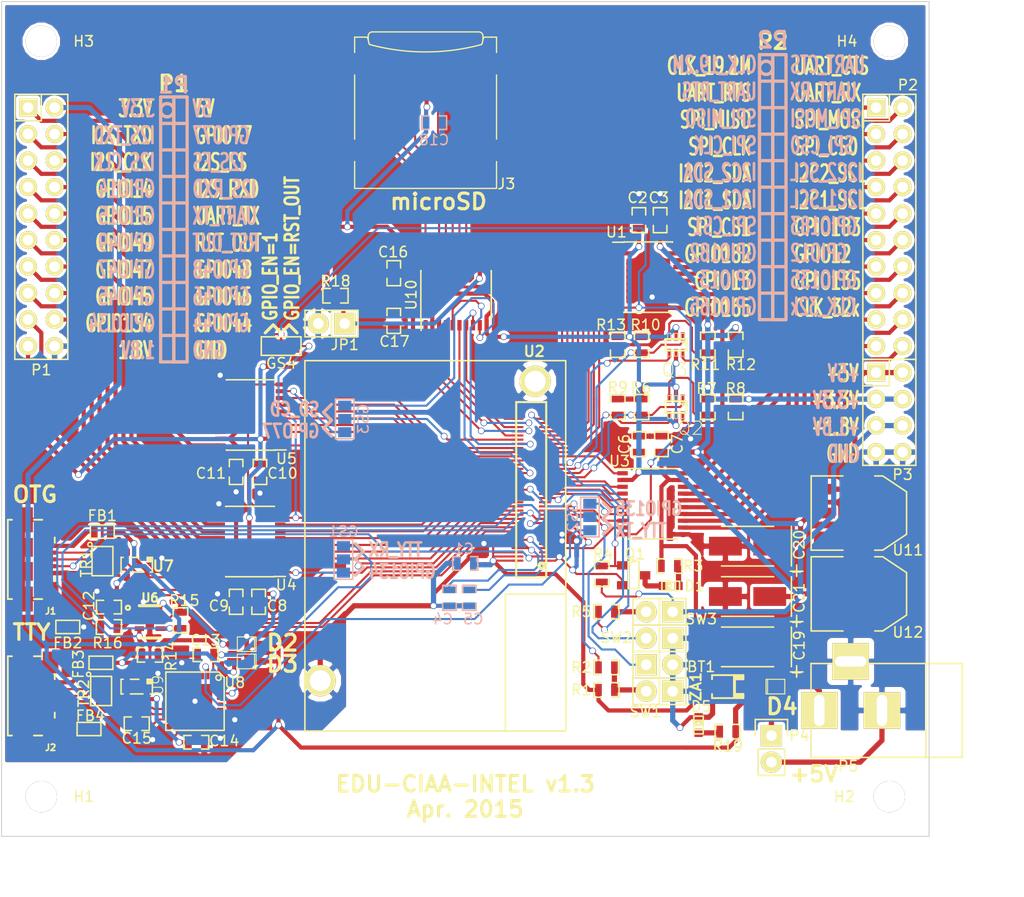
<source format=kicad_pcb>
(kicad_pcb (version 4) (host pcbnew "(2015-01-17 BZR 5377)-product")
  (layers (0 F.Cu signal hide) (31 B.Cu signal) (34 B.Paste user) (35 F.Paste user) (36 B.SilkS user) (37 F.SilkS user) (38 B.Mask user) (39 F.Mask user) (44 Edge.Cuts user))
  (net 0 "")
  (net 1 /CPU/V_BAT)
  (net 2 GND)
  (net 3 +3V3)
  (net 4 +1V8)
  (net 5 "Net-(C4-Pad1)")
  (net 6 "Net-(C5-Pad1)")
  (net 7 /CPU/USB_VBUS)
  (net 8 "/Power Supply/USB_VBUS2")
  (net 9 "Net-(C15-Pad1)")
  (net 10 +5V)
  (net 11 "Net-(D1-Pad1)")
  (net 12 "Net-(D1-Pad2)")
  (net 13 "Net-(D5-Pad1)")
  (net 14 "Net-(FB1-Pad2)")
  (net 15 "Net-(FB2-Pad2)")
  (net 16 "Net-(FB3-Pad2)")
  (net 17 "Net-(FB4-Pad2)")
  (net 18 /CPU/GP134)
  (net 19 "Net-(GS1-Pad2)")
  (net 20 /CPU/TTY_RX)
  (net 21 /CPU/GP135)
  (net 22 "Net-(GS2-Pad2)")
  (net 23 /CPU/TTY_TX)
  (net 24 /CPU/GP77)
  (net 25 "Net-(GS3-Pad2)")
  (net 26 /CPU/SD_0_CD)
  (net 27 "Net-(J1-Pad3)")
  (net 28 "Net-(J1-Pad2)")
  (net 29 /CPU/USB_ID)
  (net 30 "Net-(J2-Pad3)")
  (net 31 "Net-(J2-Pad2)")
  (net 32 "Net-(J2-Pad4)")
  (net 33 "/SD Card/DAT1")
  (net 34 "/SD Card/DAT0")
  (net 35 "/SD Card/CLK")
  (net 36 "/SD Card/CMD")
  (net 37 "/SD Card/DAT3")
  (net 38 "/SD Card/DAT2")
  (net 39 /CPU/I2C1_SDA)
  (net 40 /CPU/I2C2_SDA)
  (net 41 /CPU/I2C1_SCL)
  (net 42 /CPU/I2C2_SCL)
  (net 43 /CPU/SPI_CS1)
  (net 44 /CPU/I2S_RXD)
  (net 45 /CPU/SPI_CS0)
  (net 46 /CPU/I2S_TXD)
  (net 47 /CPU/SPI_CLK)
  (net 48 /CPU/I2S_CLK)
  (net 49 /CPU/SPI_MOSI)
  (net 50 /CPU/I2S_FS)
  (net 51 /CPU/SPI_MISO)
  (net 52 /CPU/UART_CTS)
  (net 53 /CPU/UART_RX)
  (net 54 /CPU/UART_RTS)
  (net 55 /CPU/UART_TX)
  (net 56 /CPU/GPIO13)
  (net 57 /CPU/GPIO49)
  (net 58 /CPU/GPIO165)
  (net 59 /CPU/GPIO15)
  (net 60 /CPU/GPIO44)
  (net 61 /CPU/GPIO14)
  (net 62 /CPU/GPIO45)
  (net 63 /CPU/GPIO46)
  (net 64 /CPU/GPIO134)
  (net 65 /CPU/GPIO47)
  (net 66 /CPU/GPIO135)
  (net 67 /CPU/GPIO48)
  (net 68 /CPU/RST_OUT)
  (net 69 /CPU/GPIO183)
  (net 70 /CPU/CLK_32kHz)
  (net 71 /CPU/GPIO182)
  (net 72 /CPU/CLK_19.2MHz)
  (net 73 /CPU/GPIO12)
  (net 74 /CPU/GPIO77)
  (net 75 /CPU/RESET_OUT)
  (net 76 /CPU/I2C_1_SCL)
  (net 77 /CPU/I2C_1_SDA)
  (net 78 /CPU/I2C_6_SCL)
  (net 79 /CPU/I2C_6_SDA)
  (net 80 "Net-(R1-Pad1)")
  (net 81 /CPU/PWR_BTN)
  (net 82 /CPU/FW_RCVR)
  (net 83 "Net-(R5-Pad2)")
  (net 84 /USB/FAULT)
  (net 85 /USB/EN)
  (net 86 "Net-(R16-Pad1)")
  (net 87 /CPU/RCVR_MODE)
  (net 88 /CPU/USB_DM)
  (net 89 /CPU/USB_DP)
  (net 90 "Net-(TR2-Pad2)")
  (net 91 "Net-(TR2-Pad3)")
  (net 92 /CPU/UART_1_CTS)
  (net 93 /CPU/UART_1_RTS)
  (net 94 /CPU/UART_1_RX)
  (net 95 /CPU/SPI_2_RXD)
  (net 96 /CPU/SPI_2_TXD)
  (net 97 /CPU/SPI_2_CLK)
  (net 98 /CPU/SPI_2_FS0)
  (net 99 /CPU/SPI_2_FS1)
  (net 100 /CPU/SD_0_DAT1)
  (net 101 /CPU/CLK_OUT_19.2MHz)
  (net 102 /CPU/SD_0_DAT3)
  (net 103 /CPU/SD_0_DAT0)
  (net 104 /CPU/SD_0_DAT2)
  (net 105 /CPU/SD_0_CMD)
  (net 106 /CPU/SD_0_CLK)
  (net 107 /CPU/I2S_2_TXD)
  (net 108 /CPU/I2S_2_FS)
  (net 109 /CPU/I2S_2_CLK)
  (net 110 "Net-(U2-Pad49)")
  (net 111 /CPU/I2S_2_RXD)
  (net 112 /CPU/GP14)
  (net 113 /CPU/UART_1_TX)
  (net 114 /CPU/SD_0_CLK_FB)
  (net 115 /CPU/GP15)
  (net 116 /CPU/GP183)
  (net 117 "Net-(U2-Pad40)")
  (net 118 /CPU/GP182)
  (net 119 "Net-(U2-Pad38)")
  (net 120 /CPU/GP12)
  (net 121 /CPU/GP13)
  (net 122 /CPU/GP49)
  (net 123 /CPU/GP48)
  (net 124 "Net-(U2-Pad29)")
  (net 125 /CPU/GP47)
  (net 126 /CPU/GP46)
  (net 127 /CPU/GP165)
  (net 128 /CPU/GP45)
  (net 129 /CPU/GP44)
  (net 130 /CPU/CLK_OUT_32kHz)
  (net 131 "Net-(U8-Pad3)")
  (net 132 "Net-(U8-Pad6)")
  (net 133 "Net-(U8-Pad7)")
  (net 134 "Net-(U8-Pad8)")
  (net 135 "Net-(U8-Pad9)")
  (net 136 "Net-(U8-Pad10)")
  (net 137 "Net-(U8-Pad11)")
  (net 138 "Net-(U8-Pad21)")
  (net 139 "Net-(U8-Pad22)")
  (net 140 "Net-(U8-Pad27)")
  (net 141 "Net-(U8-Pad28)")
  (net 142 "Net-(U8-Pad31)")
  (net 143 "Net-(U8-Pad32)")
  (net 144 "Net-(D4-Pad1)")
  (net 145 "Net-(H1-Pad1)")
  (net 146 "Net-(H2-Pad1)")
  (net 147 "Net-(H3-Pad1)")
  (net 148 "Net-(H4-Pad1)")
  (net 149 "Net-(JP1-Pad1)")
  (net 150 /CPU/GPIO_ENABLE)
  (module Pin_Headers:Pin_Header_Straight_1x02 (layer F.Cu) (at 84.6455 84.3915)
    (fp_text reference BT1 (at 4.0005 0.1905 180) (layer F.SilkS))
    (fp_text value BATTERY hide)
    (pad 1 thru_hole rect (at -1.27 0) (size 2.032 2.032) (drill 1.016) (layers *.Cu *.Mask F.SilkS) (net 1 /CPU/V_BAT))
    (pad 2 thru_hole oval (at 1.27 0) (size 2.032 2.032) (drill 1.016) (layers *.Cu *.Mask F.SilkS) (net 2 GND))
  )
  (module SMD_Packages:SMD-0603_c (layer B.Cu) (at 66.04 74.676 180)
    (fp_text reference C1 (at 0.127 1.397 180) (layer B.SilkS) (effects (justify mirror)))
    (fp_text value 100nF hide)
    (pad 1 smd rect (at -0.762 0 180) (size 0.635 1.143) (layers B.Cu B.Paste B.Mask) (net 3 +3V3))
    (pad 2 smd rect (at 0.762 0 180) (size 0.635 1.143) (layers B.Cu B.Paste B.Mask) (net 2 GND))
  )
  (module SMD_Packages:SMD-0603_c (layer F.Cu) (at 82.677 41.783 90)
    (fp_text reference C2 (at 2.159 -0.127 180) (layer F.SilkS))
    (fp_text value 100nF hide)
    (pad 1 smd rect (at -0.762 0 90) (size 0.635 1.143) (layers F.Cu F.Paste F.Mask) (net 4 +1V8))
    (pad 2 smd rect (at 0.762 0 90) (size 0.635 1.143) (layers F.Cu F.Paste F.Mask) (net 2 GND))
  )
  (module SMD_Packages:SMD-0603_c (layer F.Cu) (at 84.709 41.783 90)
    (fp_text reference C3 (at 2.159 -0.127 180) (layer F.SilkS))
    (fp_text value 100nF hide)
    (pad 1 smd rect (at -0.762 0 90) (size 0.635 1.143) (layers F.Cu F.Paste F.Mask) (net 3 +3V3))
    (pad 2 smd rect (at 0.762 0 90) (size 0.635 1.143) (layers F.Cu F.Paste F.Mask) (net 2 GND))
  )
  (module SMD_Packages:SMD-0603_c (layer B.Cu) (at 64.516 77.978 270)
    (fp_text reference C4 (at 2.032 0.635 540) (layer B.SilkS) (effects (justify mirror)))
    (fp_text value 100nF hide)
    (pad 1 smd rect (at -0.762 0 270) (size 0.635 1.143) (layers B.Cu B.Paste B.Mask) (net 5 "Net-(C4-Pad1)"))
    (pad 2 smd rect (at 0.762 0 270) (size 0.635 1.143) (layers B.Cu B.Paste B.Mask) (net 2 GND))
  )
  (module SMD_Packages:SMD-0603_c (layer B.Cu) (at 66.421 77.978 270)
    (fp_text reference C5 (at 2.032 -0.381 540) (layer B.SilkS) (effects (justify mirror)))
    (fp_text value 100nF hide)
    (pad 1 smd rect (at -0.762 0 270) (size 0.635 1.143) (layers B.Cu B.Paste B.Mask) (net 6 "Net-(C5-Pad1)"))
    (pad 2 smd rect (at 0.762 0 270) (size 0.635 1.143) (layers B.Cu B.Paste B.Mask) (net 2 GND))
  )
  (module SMD_Packages:SMD-0603_c (layer F.Cu) (at 82.677 63.246 90)
    (fp_text reference C6 (at 0 -1.397 270) (layer F.SilkS))
    (fp_text value 100nF hide)
    (pad 1 smd rect (at -0.762 0 90) (size 0.635 1.143) (layers F.Cu F.Paste F.Mask) (net 4 +1V8))
    (pad 2 smd rect (at 0.762 0 90) (size 0.635 1.143) (layers F.Cu F.Paste F.Mask) (net 2 GND))
  )
  (module SMD_Packages:SMD-0603_c (layer F.Cu) (at 84.836 63.246 90)
    (fp_text reference C7 (at 0 1.524 270) (layer F.SilkS))
    (fp_text value 100nF hide)
    (pad 1 smd rect (at -0.762 0 90) (size 0.635 1.143) (layers F.Cu F.Paste F.Mask) (net 3 +3V3))
    (pad 2 smd rect (at 0.762 0 90) (size 0.635 1.143) (layers F.Cu F.Paste F.Mask) (net 2 GND))
  )
  (module SMD_Packages:SMD-0603_c (layer F.Cu) (at 46.228 78.359 270)
    (fp_text reference C8 (at 0.381 -1.778 360) (layer F.SilkS))
    (fp_text value 100nF hide)
    (pad 1 smd rect (at -0.762 0 270) (size 0.635 1.143) (layers F.Cu F.Paste F.Mask) (net 4 +1V8))
    (pad 2 smd rect (at 0.762 0 270) (size 0.635 1.143) (layers F.Cu F.Paste F.Mask) (net 2 GND))
  )
  (module SMD_Packages:SMD-0603_c (layer F.Cu) (at 44.069 78.359 270)
    (fp_text reference C9 (at 0.381 1.651 360) (layer F.SilkS))
    (fp_text value 100nF hide)
    (pad 1 smd rect (at -0.762 0 270) (size 0.635 1.143) (layers F.Cu F.Paste F.Mask) (net 3 +3V3))
    (pad 2 smd rect (at 0.762 0 270) (size 0.635 1.143) (layers F.Cu F.Paste F.Mask) (net 2 GND))
  )
  (module SMD_Packages:SMD-0603_c (layer F.Cu) (at 46.355 65.913 270)
    (fp_text reference C10 (at 0.127 -2.159 360) (layer F.SilkS))
    (fp_text value 100nF hide)
    (pad 1 smd rect (at -0.762 0 270) (size 0.635 1.143) (layers F.Cu F.Paste F.Mask) (net 4 +1V8))
    (pad 2 smd rect (at 0.762 0 270) (size 0.635 1.143) (layers F.Cu F.Paste F.Mask) (net 2 GND))
  )
  (module SMD_Packages:SMD-0603_c (layer F.Cu) (at 44.069 65.913 270)
    (fp_text reference C11 (at 0.127 2.413 360) (layer F.SilkS))
    (fp_text value 100nF hide)
    (pad 1 smd rect (at -0.762 0 270) (size 0.635 1.143) (layers F.Cu F.Paste F.Mask) (net 3 +3V3))
    (pad 2 smd rect (at 0.762 0 270) (size 0.635 1.143) (layers F.Cu F.Paste F.Mask) (net 2 GND))
  )
  (module SMD_Packages:SMD-0603_c (layer F.Cu) (at 31.877 78.867 180)
    (fp_text reference C12 (at 1.905 0.127 270) (layer F.SilkS))
    (fp_text value 2.2uF hide)
    (pad 1 smd rect (at -0.762 0 180) (size 0.635 1.143) (layers F.Cu F.Paste F.Mask) (net 7 /CPU/USB_VBUS))
    (pad 2 smd rect (at 0.762 0 180) (size 0.635 1.143) (layers F.Cu F.Paste F.Mask) (net 2 GND))
  )
  (module SMD_Packages:SMD-0603_c (layer F.Cu) (at 41.148 83.439 180)
    (fp_text reference C13 (at 0 1.397 360) (layer F.SilkS))
    (fp_text value 100nF hide)
    (pad 1 smd rect (at -0.762 0 180) (size 0.635 1.143) (layers F.Cu F.Paste F.Mask) (net 4 +1V8))
    (pad 2 smd rect (at 0.762 0 180) (size 0.635 1.143) (layers F.Cu F.Paste F.Mask) (net 2 GND))
  )
  (module SMD_Packages:SMD-0603_c (layer F.Cu) (at 40.259 91.821)
    (fp_text reference C14 (at 2.667 -0.127 180) (layer F.SilkS))
    (fp_text value 100nF hide)
    (pad 1 smd rect (at -0.762 0) (size 0.635 1.143) (layers F.Cu F.Paste F.Mask) (net 8 "/Power Supply/USB_VBUS2"))
    (pad 2 smd rect (at 0.762 0) (size 0.635 1.143) (layers F.Cu F.Paste F.Mask) (net 2 GND))
  )
  (module SMD_Packages:SMD-0603_c (layer F.Cu) (at 34.544 90.043 180)
    (fp_text reference C15 (at 0 -1.397 360) (layer F.SilkS))
    (fp_text value 100nF hide)
    (pad 1 smd rect (at -0.762 0 180) (size 0.635 1.143) (layers F.Cu F.Paste F.Mask) (net 9 "Net-(C15-Pad1)"))
    (pad 2 smd rect (at 0.762 0 180) (size 0.635 1.143) (layers F.Cu F.Paste F.Mask) (net 2 GND))
  )
  (module SMD_Packages:SMD-0603_c (layer F.Cu) (at 59.182 46.863 90)
    (fp_text reference C16 (at 2.032 -0.0635 360) (layer F.SilkS))
    (fp_text value 100nF hide)
    (pad 1 smd rect (at -0.762 0 90) (size 0.635 1.143) (layers F.Cu F.Paste F.Mask) (net 3 +3V3))
    (pad 2 smd rect (at 0.762 0 90) (size 0.635 1.143) (layers F.Cu F.Paste F.Mask) (net 2 GND))
  )
  (module SMD_Packages:SMD-0603_c (layer F.Cu) (at 59.182 51.435 270)
    (fp_text reference C17 (at 1.9685 -0.0635 540) (layer F.SilkS))
    (fp_text value 100nF hide)
    (pad 1 smd rect (at -0.762 0 270) (size 0.635 1.143) (layers F.Cu F.Paste F.Mask) (net 4 +1V8))
    (pad 2 smd rect (at 0.762 0 270) (size 0.635 1.143) (layers F.Cu F.Paste F.Mask) (net 2 GND))
  )
  (module SMD_Packages:SMD-0603_c (layer B.Cu) (at 63.0428 32.4358)
    (fp_text reference C18 (at 0 1.651) (layer B.SilkS) (effects (justify mirror)))
    (fp_text value 100nF hide)
    (pad 1 smd rect (at -0.762 0) (size 0.635 1.143) (layers B.Cu B.Paste B.Mask) (net 3 +3V3))
    (pad 2 smd rect (at 0.762 0) (size 0.635 1.143) (layers B.Cu B.Paste B.Mask) (net 2 GND))
  )
  (module Capacitors_Tantalum_SMD:TantalC_SizeB_EIA-3528_HandSoldering (layer F.Cu) (at 93.091 82.677 180)
    (fp_text reference C19 (at -4.953 0.127 270) (layer F.SilkS))
    (fp_text value 10uF hide)
    (fp_text user + (at -4.70154 -2.4003 180) (layer F.SilkS))
    (pad 2 smd rect (at 2.12598 0 180) (size 3.1496 1.80086) (layers F.Cu F.Paste F.Mask) (net 2 GND))
    (pad 1 smd rect (at -2.12598 0 180) (size 3.1496 1.80086) (layers F.Cu F.Paste F.Mask) (net 10 +5V))
  )
  (module Capacitors_Tantalum_SMD:TantalC_SizeB_EIA-3528_HandSoldering (layer F.Cu) (at 93.091 73.025 180)
    (fp_text reference C20 (at -4.953 0.127 270) (layer F.SilkS))
    (fp_text value 10uF hide)
    (fp_text user + (at -4.70154 -2.4003 180) (layer F.SilkS))
    (pad 2 smd rect (at 2.12598 0 180) (size 3.1496 1.80086) (layers F.Cu F.Paste F.Mask) (net 2 GND))
    (pad 1 smd rect (at -2.12598 0 180) (size 3.1496 1.80086) (layers F.Cu F.Paste F.Mask) (net 3 +3V3))
  )
  (module Capacitors_Tantalum_SMD:TantalC_SizeB_EIA-3528_HandSoldering (layer F.Cu) (at 93.091 77.851 180)
    (fp_text reference C21 (at -4.953 -0.127 270) (layer F.SilkS))
    (fp_text value 10uF hide)
    (fp_text user + (at -4.70154 -2.4003 180) (layer F.SilkS))
    (pad 2 smd rect (at 2.12598 0 180) (size 3.1496 1.80086) (layers F.Cu F.Paste F.Mask) (net 2 GND))
    (pad 1 smd rect (at -2.12598 0 180) (size 3.1496 1.80086) (layers F.Cu F.Paste F.Mask) (net 4 +1V8))
  )
  (module LEDs:LED-0603 (layer F.Cu) (at 85.725 76.835 180)
    (fp_text reference D1 (at -2.286 0 180) (layer F.SilkS))
    (fp_text value LED hide)
    (pad 1 smd rect (at -0.7493 0 180) (size 0.79756 0.79756) (layers F.Cu F.Paste F.Mask) (net 11 "Net-(D1-Pad1)"))
    (pad 2 smd rect (at 0.7493 0 180) (size 0.79756 0.79756) (layers F.Cu F.Paste F.Mask) (net 12 "Net-(D1-Pad2)"))
  )
  (module sod323:SOD323 (layer F.Cu) (at 45.085 82.423 180)
    (fp_text reference D2 (at -3.429 0.127 180) (layer F.SilkS) (effects (font (thickness 0.3048))))
    (fp_text value PMEG3020EJ hide)
    (pad 1 smd rect (at 1.19888 0 180) (size 1.34874 0.65024) (layers F.Cu F.Paste F.Mask) (net 7 /CPU/USB_VBUS))
    (pad 2 smd rect (at -1.19888 0 180) (size 1.34874 0.65024) (layers F.Cu F.Paste F.Mask) (net 10 +5V))
  )
  (module sod323:SOD323 (layer F.Cu) (at 45.085 84.074 180)
    (fp_text reference D3 (at -3.429 -0.254 180) (layer F.SilkS) (effects (font (thickness 0.3048))))
    (fp_text value PMEG3020EJ hide)
    (pad 1 smd rect (at 1.19888 0 180) (size 1.34874 0.65024) (layers F.Cu F.Paste F.Mask) (net 8 "/Power Supply/USB_VBUS2"))
    (pad 2 smd rect (at -1.19888 0 180) (size 1.34874 0.65024) (layers F.Cu F.Paste F.Mask) (net 10 +5V))
  )
  (module sod323:SOD323 (layer F.Cu) (at 95.758 86.487)
    (fp_text reference D4 (at 0.635 1.905) (layer F.SilkS) (effects (font (thickness 0.3048))))
    (fp_text value PMEG3020EJ hide)
    (pad 1 smd rect (at 1.19888 0) (size 1.34874 0.65024) (layers F.Cu F.Paste F.Mask) (net 144 "Net-(D4-Pad1)"))
    (pad 2 smd rect (at -1.19888 0) (size 1.34874 0.65024) (layers F.Cu F.Paste F.Mask) (net 10 +5V))
  )
  (module LEDs:LED-0603 (layer F.Cu) (at 88.392 90.17 90)
    (fp_text reference D5 (at 1.778 0.254 180) (layer F.SilkS))
    (fp_text value LED hide)
    (pad 1 smd rect (at -0.7493 0 90) (size 0.79756 0.79756) (layers F.Cu F.Paste F.Mask) (net 13 "Net-(D5-Pad1)"))
    (pad 2 smd rect (at 0.7493 0 90) (size 0.79756 0.79756) (layers F.Cu F.Paste F.Mask) (net 2 GND))
  )
  (module SMD_Packages:SMD-0603 (layer F.Cu) (at 31.242 71.628 180)
    (fp_text reference FB1 (at 0 1.524 180) (layer F.SilkS))
    (fp_text value BLM18KG221SN1D hide)
    (pad 1 smd rect (at -0.762 0 180) (size 0.635 1.143) (layers F.Cu F.Paste F.Mask) (net 7 /CPU/USB_VBUS))
    (pad 2 smd rect (at 0.762 0 180) (size 0.635 1.143) (layers F.Cu F.Paste F.Mask) (net 14 "Net-(FB1-Pad2)"))
  )
  (module SMD_Packages:SMD-0603 (layer F.Cu) (at 27.94 80.772 180)
    (fp_text reference FB2 (at 0 -1.524 180) (layer F.SilkS))
    (fp_text value MMZ1608B601C hide)
    (pad 1 smd rect (at -0.762 0 180) (size 0.635 1.143) (layers F.Cu F.Paste F.Mask) (net 2 GND))
    (pad 2 smd rect (at 0.762 0 180) (size 0.635 1.143) (layers F.Cu F.Paste F.Mask) (net 15 "Net-(FB2-Pad2)"))
  )
  (module SMD_Packages:SMD-0603 (layer F.Cu) (at 31.115 84.201 180)
    (fp_text reference FB3 (at 2.159 -0.127 270) (layer F.SilkS))
    (fp_text value BLM18KG221SN1D hide)
    (pad 1 smd rect (at -0.762 0 180) (size 0.635 1.143) (layers F.Cu F.Paste F.Mask) (net 8 "/Power Supply/USB_VBUS2"))
    (pad 2 smd rect (at 0.762 0 180) (size 0.635 1.143) (layers F.Cu F.Paste F.Mask) (net 16 "Net-(FB3-Pad2)"))
  )
  (module SMD_Packages:SMD-0603 (layer F.Cu) (at 29.972 90.551 180)
    (fp_text reference FB4 (at -0.127 1.27 180) (layer F.SilkS))
    (fp_text value MMZ1608B601C hide)
    (pad 1 smd rect (at -0.762 0 180) (size 0.635 1.143) (layers F.Cu F.Paste F.Mask) (net 2 GND))
    (pad 2 smd rect (at 0.762 0 180) (size 0.635 1.143) (layers F.Cu F.Paste F.Mask) (net 17 "Net-(FB4-Pad2)"))
  )
  (module Connect:GS3 (layer B.Cu) (at 54.356 74.295)
    (fp_text reference GS1 (at 0 -2.667) (layer B.SilkS) (effects (justify mirror)))
    (fp_text value GS3 hide)
    (pad 1 smd rect (at 0 1.27) (size 1.27 0.9652) (layers B.Cu B.Paste B.Mask) (net 18 /CPU/GP134))
    (pad 2 smd rect (at 0 0) (size 1.27 0.9652) (layers B.Cu B.Paste B.Mask) (net 19 "Net-(GS1-Pad2)"))
    (pad 3 smd rect (at 0 -1.27) (size 1.27 0.9652) (layers B.Cu B.Paste B.Mask) (net 20 /CPU/TTY_RX))
  )
  (module Connect:GS3 (layer B.Cu) (at 77.978 70.231 180)
    (fp_text reference GS2 (at 1.651 0 450) (layer B.SilkS) (effects (justify mirror)))
    (fp_text value GS3 hide)
    (pad 1 smd rect (at 0 1.27 180) (size 1.27 0.9652) (layers B.Cu B.Paste B.Mask) (net 21 /CPU/GP135))
    (pad 2 smd rect (at 0 0 180) (size 1.27 0.9652) (layers B.Cu B.Paste B.Mask) (net 22 "Net-(GS2-Pad2)"))
    (pad 3 smd rect (at 0 -1.27 180) (size 1.27 0.9652) (layers B.Cu B.Paste B.Mask) (net 23 /CPU/TTY_TX))
  )
  (module Connect:GS3 (layer B.Cu) (at 54.483 60.833)
    (fp_text reference GS3 (at 1.778 0 270) (layer B.SilkS) (effects (justify mirror)))
    (fp_text value GS3 hide)
    (pad 1 smd rect (at 0 1.27) (size 1.27 0.9652) (layers B.Cu B.Paste B.Mask) (net 24 /CPU/GP77))
    (pad 2 smd rect (at 0 0) (size 1.27 0.9652) (layers B.Cu B.Paste B.Mask) (net 25 "Net-(GS3-Pad2)"))
    (pad 3 smd rect (at 0 -1.27) (size 1.27 0.9652) (layers B.Cu B.Paste B.Mask) (net 26 /CPU/SD_0_CD))
  )
  (module microsd:MicroSD_Hinged (layer F.Cu) (at 62.23 30.9372 180)
    (fp_text reference J3 (at -7.747 -7.366 180) (layer F.SilkS))
    (fp_text value SD-CON hide)
    (pad 10 smd rect (at -6.9 4.15 180) (size 1.45 2) (layers F.Cu F.Paste F.Mask) (net 2 GND))
    (pad 9 smd rect (at 6.9 4.15 180) (size 1.45 2) (layers F.Cu F.Paste F.Mask) (net 2 GND))
    (pad 12 smd rect (at -6.9 -4.15 180) (size 1.45 2) (layers F.Cu F.Paste F.Mask) (net 2 GND))
    (pad 11 smd rect (at 6.9 -4.15 180) (size 1.45 2) (layers F.Cu F.Paste F.Mask) (net 2 GND))
    (pad 8 smd rect (at -4.5 1.55 180) (size 0.8 1.5) (layers F.Cu F.Paste F.Mask) (net 33 "/SD Card/DAT1"))
    (pad 7 smd rect (at -3.4 1.55 180) (size 0.8 1.5) (layers F.Cu F.Paste F.Mask) (net 34 "/SD Card/DAT0"))
    (pad 6 smd rect (at -2.3 1.55 180) (size 0.8 1.5) (layers F.Cu F.Paste F.Mask) (net 2 GND))
    (pad 5 smd rect (at -1.2 1.55 180) (size 0.8 1.5) (layers F.Cu F.Paste F.Mask) (net 35 "/SD Card/CLK"))
    (pad 4 smd rect (at -0.1 1.55 180) (size 0.8 1.5) (layers F.Cu F.Paste F.Mask) (net 3 +3V3))
    (pad 3 smd rect (at 1 1.55 180) (size 0.8 1.5) (layers F.Cu F.Paste F.Mask) (net 36 "/SD Card/CMD"))
    (pad 2 smd rect (at 2.1 1.55 180) (size 0.8 1.5) (layers F.Cu F.Paste F.Mask) (net 37 "/SD Card/DAT3"))
    (pad 1 smd rect (at 3.2 1.55 180) (size 0.8 1.5) (layers F.Cu F.Paste F.Mask) (net 38 "/SD Card/DAT2"))
  )
  (module Pin_Headers:Pin_Header_Straight_1x02 (layer F.Cu) (at 53.213 51.689 180)
    (fp_text reference JP1 (at -1.27 -2.032 180) (layer F.SilkS))
    (fp_text value CARD_DET hide)
    (pad 1 thru_hole rect (at -1.27 0 180) (size 2.032 2.032) (drill 1.016) (layers *.Cu *.Mask F.SilkS) (net 149 "Net-(JP1-Pad1)"))
    (pad 2 thru_hole oval (at 1.27 0 180) (size 2.032 2.032) (drill 1.016) (layers *.Cu *.Mask F.SilkS) (net 2 GND))
  )
  (module Pin_Headers:Pin_Header_Straight_2x10 (layer F.Cu) (at 25.4 42.418 270)
    (fp_text reference P1 (at 13.716 0 360) (layer F.SilkS))
    (fp_text value I/O hide)
    (pad 1 thru_hole rect (at -11.43 1.27 270) (size 1.7272 1.7272) (drill 1.016) (layers *.Cu *.Mask F.SilkS) (net 3 +3V3))
    (pad 2 thru_hole oval (at -11.43 -1.27 270) (size 1.7272 1.7272) (drill 1.016) (layers *.Cu *.Mask F.SilkS) (net 10 +5V))
    (pad 3 thru_hole oval (at -8.89 1.27 270) (size 1.7272 1.7272) (drill 1.016) (layers *.Cu *.Mask F.SilkS) (net 46 /CPU/I2S_TXD))
    (pad 4 thru_hole oval (at -8.89 -1.27 270) (size 1.7272 1.7272) (drill 1.016) (layers *.Cu *.Mask F.SilkS) (net 74 /CPU/GPIO77))
    (pad 5 thru_hole oval (at -6.35 1.27 270) (size 1.7272 1.7272) (drill 1.016) (layers *.Cu *.Mask F.SilkS) (net 48 /CPU/I2S_CLK))
    (pad 6 thru_hole oval (at -6.35 -1.27 270) (size 1.7272 1.7272) (drill 1.016) (layers *.Cu *.Mask F.SilkS) (net 50 /CPU/I2S_FS))
    (pad 7 thru_hole oval (at -3.81 1.27 270) (size 1.7272 1.7272) (drill 1.016) (layers *.Cu *.Mask F.SilkS) (net 61 /CPU/GPIO14))
    (pad 8 thru_hole oval (at -3.81 -1.27 270) (size 1.7272 1.7272) (drill 1.016) (layers *.Cu *.Mask F.SilkS) (net 44 /CPU/I2S_RXD))
    (pad 9 thru_hole oval (at -1.27 1.27 270) (size 1.7272 1.7272) (drill 1.016) (layers *.Cu *.Mask F.SilkS) (net 59 /CPU/GPIO15))
    (pad 10 thru_hole oval (at -1.27 -1.27 270) (size 1.7272 1.7272) (drill 1.016) (layers *.Cu *.Mask F.SilkS) (net 55 /CPU/UART_TX))
    (pad 11 thru_hole oval (at 1.27 1.27 270) (size 1.7272 1.7272) (drill 1.016) (layers *.Cu *.Mask F.SilkS) (net 57 /CPU/GPIO49))
    (pad 12 thru_hole oval (at 1.27 -1.27 270) (size 1.7272 1.7272) (drill 1.016) (layers *.Cu *.Mask F.SilkS) (net 68 /CPU/RST_OUT))
    (pad 13 thru_hole oval (at 3.81 1.27 270) (size 1.7272 1.7272) (drill 1.016) (layers *.Cu *.Mask F.SilkS) (net 65 /CPU/GPIO47))
    (pad 14 thru_hole oval (at 3.81 -1.27 270) (size 1.7272 1.7272) (drill 1.016) (layers *.Cu *.Mask F.SilkS) (net 67 /CPU/GPIO48))
    (pad 15 thru_hole oval (at 6.35 1.27 270) (size 1.7272 1.7272) (drill 1.016) (layers *.Cu *.Mask F.SilkS) (net 62 /CPU/GPIO45))
    (pad 16 thru_hole oval (at 6.35 -1.27 270) (size 1.7272 1.7272) (drill 1.016) (layers *.Cu *.Mask F.SilkS) (net 63 /CPU/GPIO46))
    (pad 17 thru_hole oval (at 8.89 1.27 270) (size 1.7272 1.7272) (drill 1.016) (layers *.Cu *.Mask F.SilkS) (net 64 /CPU/GPIO134))
    (pad 18 thru_hole oval (at 8.89 -1.27 270) (size 1.7272 1.7272) (drill 1.016) (layers *.Cu *.Mask F.SilkS) (net 60 /CPU/GPIO44))
    (pad 19 thru_hole oval (at 11.43 1.27 270) (size 1.7272 1.7272) (drill 1.016) (layers *.Cu *.Mask F.SilkS) (net 4 +1V8))
    (pad 20 thru_hole oval (at 11.43 -1.27 270) (size 1.7272 1.7272) (drill 1.016) (layers *.Cu *.Mask F.SilkS) (net 2 GND))
  )
  (module Pin_Headers:Pin_Header_Straight_2x10 (layer F.Cu) (at 106.68 42.418 270)
    (fp_text reference P2 (at -13.589 -1.778 360) (layer F.SilkS))
    (fp_text value I/O hide)
    (pad 1 thru_hole rect (at -11.43 1.27 270) (size 1.7272 1.7272) (drill 1.016) (layers *.Cu *.Mask F.SilkS) (net 72 /CPU/CLK_19.2MHz))
    (pad 2 thru_hole oval (at -11.43 -1.27 270) (size 1.7272 1.7272) (drill 1.016) (layers *.Cu *.Mask F.SilkS) (net 52 /CPU/UART_CTS))
    (pad 3 thru_hole oval (at -8.89 1.27 270) (size 1.7272 1.7272) (drill 1.016) (layers *.Cu *.Mask F.SilkS) (net 54 /CPU/UART_RTS))
    (pad 4 thru_hole oval (at -8.89 -1.27 270) (size 1.7272 1.7272) (drill 1.016) (layers *.Cu *.Mask F.SilkS) (net 53 /CPU/UART_RX))
    (pad 5 thru_hole oval (at -6.35 1.27 270) (size 1.7272 1.7272) (drill 1.016) (layers *.Cu *.Mask F.SilkS) (net 51 /CPU/SPI_MISO))
    (pad 6 thru_hole oval (at -6.35 -1.27 270) (size 1.7272 1.7272) (drill 1.016) (layers *.Cu *.Mask F.SilkS) (net 49 /CPU/SPI_MOSI))
    (pad 7 thru_hole oval (at -3.81 1.27 270) (size 1.7272 1.7272) (drill 1.016) (layers *.Cu *.Mask F.SilkS) (net 47 /CPU/SPI_CLK))
    (pad 8 thru_hole oval (at -3.81 -1.27 270) (size 1.7272 1.7272) (drill 1.016) (layers *.Cu *.Mask F.SilkS) (net 45 /CPU/SPI_CS0))
    (pad 9 thru_hole oval (at -1.27 1.27 270) (size 1.7272 1.7272) (drill 1.016) (layers *.Cu *.Mask F.SilkS) (net 40 /CPU/I2C2_SDA))
    (pad 10 thru_hole oval (at -1.27 -1.27 270) (size 1.7272 1.7272) (drill 1.016) (layers *.Cu *.Mask F.SilkS) (net 42 /CPU/I2C2_SCL))
    (pad 11 thru_hole oval (at 1.27 1.27 270) (size 1.7272 1.7272) (drill 1.016) (layers *.Cu *.Mask F.SilkS) (net 39 /CPU/I2C1_SDA))
    (pad 12 thru_hole oval (at 1.27 -1.27 270) (size 1.7272 1.7272) (drill 1.016) (layers *.Cu *.Mask F.SilkS) (net 41 /CPU/I2C1_SCL))
    (pad 13 thru_hole oval (at 3.81 1.27 270) (size 1.7272 1.7272) (drill 1.016) (layers *.Cu *.Mask F.SilkS) (net 43 /CPU/SPI_CS1))
    (pad 14 thru_hole oval (at 3.81 -1.27 270) (size 1.7272 1.7272) (drill 1.016) (layers *.Cu *.Mask F.SilkS) (net 69 /CPU/GPIO183))
    (pad 15 thru_hole oval (at 6.35 1.27 270) (size 1.7272 1.7272) (drill 1.016) (layers *.Cu *.Mask F.SilkS) (net 71 /CPU/GPIO182))
    (pad 16 thru_hole oval (at 6.35 -1.27 270) (size 1.7272 1.7272) (drill 1.016) (layers *.Cu *.Mask F.SilkS) (net 73 /CPU/GPIO12))
    (pad 17 thru_hole oval (at 8.89 1.27 270) (size 1.7272 1.7272) (drill 1.016) (layers *.Cu *.Mask F.SilkS) (net 56 /CPU/GPIO13))
    (pad 18 thru_hole oval (at 8.89 -1.27 270) (size 1.7272 1.7272) (drill 1.016) (layers *.Cu *.Mask F.SilkS) (net 66 /CPU/GPIO135))
    (pad 19 thru_hole oval (at 11.43 1.27 270) (size 1.7272 1.7272) (drill 1.016) (layers *.Cu *.Mask F.SilkS) (net 58 /CPU/GPIO165))
    (pad 20 thru_hole oval (at 11.43 -1.27 270) (size 1.7272 1.7272) (drill 1.016) (layers *.Cu *.Mask F.SilkS) (net 70 /CPU/CLK_32kHz))
  )
  (module SMD_Packages:SOT-23 (layer F.Cu) (at 82.169 75.819 270)
    (fp_text reference Q1 (at -2.032 -0.127 360) (layer F.SilkS))
    (fp_text value BSS138 hide)
    (pad 3 smd rect (at 0 -1.09982 270) (size 0.8001 1.00076) (layers F.Cu F.Paste F.Mask) (net 12 "Net-(D1-Pad2)"))
    (pad 2 smd rect (at 0.9525 1.09982 270) (size 0.8001 1.00076) (layers F.Cu F.Paste F.Mask) (net 2 GND))
    (pad 1 smd rect (at -0.9525 1.09982 270) (size 0.8001 1.00076) (layers F.Cu F.Paste F.Mask) (net 75 /CPU/RESET_OUT))
  )
  (module ref_packages:-SOT363_PHILIPS (layer F.Cu) (at 86.233 59.69 180)
    (fp_text reference Q2 (at -1.397 -2.032 180) (layer F.SilkS) (effects (font (size 1.27 1.27) (thickness 0.0889))))
    (fp_text value BSS138DP hide)
    (pad 1 smd rect (at -0.6477 0.79756 180) (size 0.39878 0.79756) (layers F.Cu F.Paste F.Mask) (net 76 /CPU/I2C_1_SCL))
    (pad 2 smd rect (at 0 0.79756 180) (size 0.39878 0.79756) (layers F.Cu F.Paste F.Mask) (net 4 +1V8))
    (pad 3 smd rect (at 0.6477 0.79756 180) (size 0.39878 0.79756) (layers F.Cu F.Paste F.Mask) (net 39 /CPU/I2C1_SDA))
    (pad 4 smd rect (at 0.6477 -0.79756 180) (size 0.39878 0.79756) (layers F.Cu F.Paste F.Mask) (net 77 /CPU/I2C_1_SDA))
    (pad 5 smd rect (at 0 -0.79756 180) (size 0.39878 0.79756) (layers F.Cu F.Paste F.Mask) (net 4 +1V8))
    (pad 6 smd rect (at -0.6477 -0.79756 180) (size 0.39878 0.79756) (layers F.Cu F.Paste F.Mask) (net 41 /CPU/I2C1_SCL))
  )
  (module ref_packages:-SOT363_PHILIPS (layer F.Cu) (at 86.233 53.721 180)
    (fp_text reference Q3 (at 0.127 -2.413 180) (layer F.SilkS) (effects (font (size 1.27 1.27) (thickness 0.0889))))
    (fp_text value BSS138DP hide)
    (pad 1 smd rect (at -0.6477 0.79756 180) (size 0.39878 0.79756) (layers F.Cu F.Paste F.Mask) (net 78 /CPU/I2C_6_SCL))
    (pad 2 smd rect (at 0 0.79756 180) (size 0.39878 0.79756) (layers F.Cu F.Paste F.Mask) (net 4 +1V8))
    (pad 3 smd rect (at 0.6477 0.79756 180) (size 0.39878 0.79756) (layers F.Cu F.Paste F.Mask) (net 40 /CPU/I2C2_SDA))
    (pad 4 smd rect (at 0.6477 -0.79756 180) (size 0.39878 0.79756) (layers F.Cu F.Paste F.Mask) (net 79 /CPU/I2C_6_SDA))
    (pad 5 smd rect (at 0 -0.79756 180) (size 0.39878 0.79756) (layers F.Cu F.Paste F.Mask) (net 4 +1V8))
    (pad 6 smd rect (at -0.6477 -0.79756 180) (size 0.39878 0.79756) (layers F.Cu F.Paste F.Mask) (net 42 /CPU/I2C2_SCL))
  )
  (module SMD_Packages:SMD-0603_r (layer F.Cu) (at 79.5655 86.8045 180)
    (fp_text reference R1 (at 2.413 0 360) (layer F.SilkS))
    (fp_text value 10k hide)
    (pad 1 smd rect (at -0.762 0 180) (size 0.635 1.143) (layers F.Cu F.Paste F.Mask) (net 80 "Net-(R1-Pad1)"))
    (pad 2 smd rect (at 0.762 0 180) (size 0.635 1.143) (layers F.Cu F.Paste F.Mask) (net 3 +3V3))
  )
  (module SMD_Packages:SMD-0603_r (layer F.Cu) (at 79.5655 84.6455 180)
    (fp_text reference R2 (at 2.413 0 360) (layer F.SilkS))
    (fp_text value 220 hide)
    (pad 1 smd rect (at -0.762 0 180) (size 0.635 1.143) (layers F.Cu F.Paste F.Mask) (net 80 "Net-(R1-Pad1)"))
    (pad 2 smd rect (at 0.762 0 180) (size 0.635 1.143) (layers F.Cu F.Paste F.Mask) (net 81 /CPU/PWR_BTN))
  )
  (module SMD_Packages:SMD-0603_r (layer F.Cu) (at 85.598 74.93 180)
    (fp_text reference R3 (at -2.286 0 360) (layer F.SilkS))
    (fp_text value 10k hide)
    (pad 1 smd rect (at -0.762 0 180) (size 0.635 1.143) (layers F.Cu F.Paste F.Mask) (net 11 "Net-(D1-Pad1)"))
    (pad 2 smd rect (at 0.762 0 180) (size 0.635 1.143) (layers F.Cu F.Paste F.Mask) (net 3 +3V3))
  )
  (module SMD_Packages:SMD-0603_r (layer F.Cu) (at 79.121 75.692 270)
    (fp_text reference R4 (at -1.905 -0.127 360) (layer F.SilkS))
    (fp_text value 10k hide)
    (pad 1 smd rect (at -0.762 0 270) (size 0.635 1.143) (layers F.Cu F.Paste F.Mask) (net 75 /CPU/RESET_OUT))
    (pad 2 smd rect (at 0.762 0 270) (size 0.635 1.143) (layers F.Cu F.Paste F.Mask) (net 4 +1V8))
  )
  (module SMD_Packages:SMD-0603_r (layer F.Cu) (at 79.5655 79.3115)
    (fp_text reference R5 (at -2.413 0 180) (layer F.SilkS))
    (fp_text value 220 hide)
    (pad 1 smd rect (at -0.762 0) (size 0.635 1.143) (layers F.Cu F.Paste F.Mask) (net 82 /CPU/FW_RCVR))
    (pad 2 smd rect (at 0.762 0) (size 0.635 1.143) (layers F.Cu F.Paste F.Mask) (net 83 "Net-(R5-Pad2)"))
  )
  (module SMD_Packages:SMD-0603_r (layer F.Cu) (at 82.931 59.69 270)
    (fp_text reference R6 (at -1.8542 0.0508 360) (layer F.SilkS))
    (fp_text value 4.7k hide)
    (pad 1 smd rect (at -0.762 0 270) (size 0.635 1.143) (layers F.Cu F.Paste F.Mask) (net 4 +1V8))
    (pad 2 smd rect (at 0.762 0 270) (size 0.635 1.143) (layers F.Cu F.Paste F.Mask) (net 76 /CPU/I2C_1_SCL))
  )
  (module SMD_Packages:SMD-0603_r (layer F.Cu) (at 89.281 59.69 90)
    (fp_text reference R7 (at 1.778 -0.127 180) (layer F.SilkS))
    (fp_text value 4.7k hide)
    (pad 1 smd rect (at -0.762 0 90) (size 0.635 1.143) (layers F.Cu F.Paste F.Mask) (net 39 /CPU/I2C1_SDA))
    (pad 2 smd rect (at 0.762 0 90) (size 0.635 1.143) (layers F.Cu F.Paste F.Mask) (net 3 +3V3))
  )
  (module SMD_Packages:SMD-0603_r (layer F.Cu) (at 91.948 59.69 90)
    (fp_text reference R8 (at 1.778 0 180) (layer F.SilkS))
    (fp_text value 4.7k hide)
    (pad 1 smd rect (at -0.762 0 90) (size 0.635 1.143) (layers F.Cu F.Paste F.Mask) (net 41 /CPU/I2C1_SCL))
    (pad 2 smd rect (at 0.762 0 90) (size 0.635 1.143) (layers F.Cu F.Paste F.Mask) (net 3 +3V3))
  )
  (module SMD_Packages:SMD-0603_r (layer F.Cu) (at 80.645 59.69 270)
    (fp_text reference R9 (at -1.8796 0 360) (layer F.SilkS))
    (fp_text value 4.7k hide)
    (pad 1 smd rect (at -0.762 0 270) (size 0.635 1.143) (layers F.Cu F.Paste F.Mask) (net 4 +1V8))
    (pad 2 smd rect (at 0.762 0 270) (size 0.635 1.143) (layers F.Cu F.Paste F.Mask) (net 77 /CPU/I2C_1_SDA))
  )
  (module SMD_Packages:SMD-0603_r (layer F.Cu) (at 82.931 53.721 270)
    (fp_text reference R10 (at -1.905 -0.381 360) (layer F.SilkS))
    (fp_text value 4.7k hide)
    (pad 1 smd rect (at -0.762 0 270) (size 0.635 1.143) (layers F.Cu F.Paste F.Mask) (net 4 +1V8))
    (pad 2 smd rect (at 0.762 0 270) (size 0.635 1.143) (layers F.Cu F.Paste F.Mask) (net 78 /CPU/I2C_6_SCL))
  )
  (module SMD_Packages:SMD-0603_r (layer F.Cu) (at 89.281 53.721 90)
    (fp_text reference R11 (at -1.905 -0.254 180) (layer F.SilkS))
    (fp_text value 4.7k hide)
    (pad 1 smd rect (at -0.762 0 90) (size 0.635 1.143) (layers F.Cu F.Paste F.Mask) (net 40 /CPU/I2C2_SDA))
    (pad 2 smd rect (at 0.762 0 90) (size 0.635 1.143) (layers F.Cu F.Paste F.Mask) (net 3 +3V3))
  )
  (module SMD_Packages:SMD-0603_r (layer F.Cu) (at 91.948 53.721 90)
    (fp_text reference R12 (at -1.905 0.508 180) (layer F.SilkS))
    (fp_text value 4.7k hide)
    (pad 1 smd rect (at -0.762 0 90) (size 0.635 1.143) (layers F.Cu F.Paste F.Mask) (net 42 /CPU/I2C2_SCL))
    (pad 2 smd rect (at 0.762 0 90) (size 0.635 1.143) (layers F.Cu F.Paste F.Mask) (net 3 +3V3))
  )
  (module SMD_Packages:SMD-0603_r (layer F.Cu) (at 80.645 53.721 270)
    (fp_text reference R13 (at -1.905 0.635 360) (layer F.SilkS))
    (fp_text value 4.7k hide)
    (pad 1 smd rect (at -0.762 0 270) (size 0.635 1.143) (layers F.Cu F.Paste F.Mask) (net 4 +1V8))
    (pad 2 smd rect (at 0.762 0 270) (size 0.635 1.143) (layers F.Cu F.Paste F.Mask) (net 79 /CPU/I2C_6_SDA))
  )
  (module SMD_Packages:SMD-0603_r (layer F.Cu) (at 35.814 83.439 180)
    (fp_text reference R14 (at -2.032 -0.127 450) (layer F.SilkS))
    (fp_text value 10k hide)
    (pad 1 smd rect (at -0.762 0 180) (size 0.635 1.143) (layers F.Cu F.Paste F.Mask) (net 4 +1V8))
    (pad 2 smd rect (at 0.762 0 180) (size 0.635 1.143) (layers F.Cu F.Paste F.Mask) (net 84 /USB/FAULT))
  )
  (module SMD_Packages:SMD-0603_r (layer F.Cu) (at 38.735 80.137 90)
    (fp_text reference R15 (at 1.905 0.381 180) (layer F.SilkS))
    (fp_text value 100k hide)
    (pad 1 smd rect (at -0.762 0 90) (size 0.635 1.143) (layers F.Cu F.Paste F.Mask) (net 85 /USB/EN))
    (pad 2 smd rect (at 0.762 0 90) (size 0.635 1.143) (layers F.Cu F.Paste F.Mask) (net 2 GND))
  )
  (module SMD_Packages:SMD-0603_r (layer F.Cu) (at 31.877 80.772 180)
    (fp_text reference R16 (at 0.127 -1.524 360) (layer F.SilkS))
    (fp_text value "576 1%" hide)
    (pad 1 smd rect (at -0.762 0 180) (size 0.635 1.143) (layers F.Cu F.Paste F.Mask) (net 86 "Net-(R16-Pad1)"))
    (pad 2 smd rect (at 0.762 0 180) (size 0.635 1.143) (layers F.Cu F.Paste F.Mask) (net 2 GND))
  )
  (module SMD_Packages:SMD-0603_r (layer F.Cu) (at 53.594 49.022)
    (fp_text reference R18 (at 0 -1.397 180) (layer F.SilkS))
    (fp_text value 10k hide)
    (pad 1 smd rect (at -0.762 0) (size 0.635 1.143) (layers F.Cu F.Paste F.Mask) (net 3 +3V3))
    (pad 2 smd rect (at 0.762 0) (size 0.635 1.143) (layers F.Cu F.Paste F.Mask) (net 149 "Net-(JP1-Pad1)"))
  )
  (module SMD_Packages:SMD-0603_r (layer F.Cu) (at 91.186 90.805 180)
    (fp_text reference R19 (at 0 -1.397 360) (layer F.SilkS))
    (fp_text value 1k hide)
    (pad 1 smd rect (at -0.762 0 180) (size 0.635 1.143) (layers F.Cu F.Paste F.Mask) (net 10 +5V))
    (pad 2 smd rect (at 0.762 0 180) (size 0.635 1.143) (layers F.Cu F.Paste F.Mask) (net 13 "Net-(D5-Pad1)"))
  )
  (module Pin_Headers:Pin_Header_Straight_1x02 (layer F.Cu) (at 84.6455 86.9315 180)
    (fp_text reference SW1 (at 1.3335 -1.9685 180) (layer F.SilkS))
    (fp_text value POWER_BTN hide)
    (pad 1 thru_hole rect (at -1.27 0 180) (size 2.032 2.032) (drill 1.016) (layers *.Cu *.Mask F.SilkS) (net 2 GND))
    (pad 2 thru_hole oval (at 1.27 0 180) (size 2.032 2.032) (drill 1.016) (layers *.Cu *.Mask F.SilkS) (net 80 "Net-(R1-Pad1)"))
  )
  (module Pin_Headers:Pin_Header_Straight_1x02 (layer F.Cu) (at 84.6455 81.8515 180)
    (fp_text reference SW2 (at 4.1275 0.0635 360) (layer F.SilkS))
    (fp_text value RCVR_MODE hide)
    (pad 1 thru_hole rect (at -1.27 0 180) (size 2.032 2.032) (drill 1.016) (layers *.Cu *.Mask F.SilkS) (net 2 GND))
    (pad 2 thru_hole oval (at 1.27 0 180) (size 2.032 2.032) (drill 1.016) (layers *.Cu *.Mask F.SilkS) (net 87 /CPU/RCVR_MODE))
  )
  (module Pin_Headers:Pin_Header_Straight_1x02 (layer F.Cu) (at 84.6455 79.3115 180)
    (fp_text reference SW3 (at -4.0005 -0.6985 360) (layer F.SilkS))
    (fp_text value FWR_RCVR hide)
    (pad 1 thru_hole rect (at -1.27 0 180) (size 2.032 2.032) (drill 1.016) (layers *.Cu *.Mask F.SilkS) (net 4 +1V8))
    (pad 2 thru_hole oval (at 1.27 0 180) (size 2.032 2.032) (drill 1.016) (layers *.Cu *.Mask F.SilkS) (net 83 "Net-(R5-Pad2)"))
  )
  (module srf2012:SRF2012 (layer F.Cu) (at 30.861 73.66 270)
    (fp_text reference TR1 (at 1.016 1.143 450) (layer F.SilkS))
    (fp_text value SRF2012 hide)
    (pad 1 smd rect (at 0 0 270) (size 0.45 0.45) (layers F.Cu F.Paste F.Mask) (net 28 "Net-(J1-Pad2)"))
    (pad 2 smd rect (at 1.6 0 270) (size 0.45 0.45) (layers F.Cu F.Paste F.Mask) (net 88 /CPU/USB_DM))
    (pad 3 smd rect (at 1.6 -0.85 270) (size 0.45 0.45) (layers F.Cu F.Paste F.Mask) (net 89 /CPU/USB_DP))
    (pad 4 smd rect (at 0 -0.85 270) (size 0.45 0.45) (layers F.Cu F.Paste F.Mask) (net 27 "Net-(J1-Pad3)"))
  )
  (module srf2012:SRF2012 (layer F.Cu) (at 30.734 86.106 270)
    (fp_text reference TR2 (at 1.016 1.27 450) (layer F.SilkS))
    (fp_text value SRF2012 hide)
    (pad 1 smd rect (at 0 0 270) (size 0.45 0.45) (layers F.Cu F.Paste F.Mask) (net 31 "Net-(J2-Pad2)"))
    (pad 2 smd rect (at 1.6 0 270) (size 0.45 0.45) (layers F.Cu F.Paste F.Mask) (net 90 "Net-(TR2-Pad2)"))
    (pad 3 smd rect (at 1.6 -0.85 270) (size 0.45 0.45) (layers F.Cu F.Paste F.Mask) (net 91 "Net-(TR2-Pad3)"))
    (pad 4 smd rect (at 0 -0.85 270) (size 0.45 0.45) (layers F.Cu F.Paste F.Mask) (net 30 "Net-(J2-Pad3)"))
  )
  (module intel_edison:INTEL_EDISON (layer F.Cu) (at 52.1335 85.9155)
    (fp_text reference U2 (at 20.5105 -31.5595) (layer F.SilkS) (effects (font (thickness 0.2))))
    (fp_text value INTEL_EDISON hide)
    (pad TH thru_hole circle (at 20.6 -28.69) (size 3 3) (drill 2) (layers *.Cu *.Mask F.SilkS) (net 2 GND))
    (pad 69 smd rect (at 21.53826 -25.09958 270) (size 0.19812 1.13792) (layers F.Cu F.Paste F.Mask) (net 82 /CPU/FW_RCVR))
    (pad 70 smd rect (at 18.90174 -25.09958 270) (size 0.19812 1.13792) (layers F.Cu F.Paste F.Mask) (net 100 /CPU/SD_0_DAT1))
    (pad 67 smd rect (at 21.53826 -24.69826 270) (size 0.19812 1.13792) (layers F.Cu F.Paste F.Mask) (net 101 /CPU/CLK_OUT_19.2MHz))
    (pad 68 smd rect (at 18.90174 -24.69826 270) (size 0.19812 1.13792) (layers F.Cu F.Paste F.Mask) (net 102 /CPU/SD_0_DAT3))
    (pad 65 smd rect (at 21.53826 -24.29948 270) (size 0.19812 1.13792) (layers F.Cu F.Paste F.Mask) (net 92 /CPU/UART_1_CTS))
    (pad 66 smd rect (at 18.90174 -24.29948 270) (size 0.19812 1.13792) (layers F.Cu F.Paste F.Mask) (net 103 /CPU/SD_0_DAT0))
    (pad 63 smd rect (at 21.53826 -23.89816 270) (size 0.19812 1.13792) (layers F.Cu F.Paste F.Mask) (net 93 /CPU/UART_1_RTS))
    (pad 64 smd rect (at 18.90174 -23.89816 270) (size 0.19812 1.13792) (layers F.Cu F.Paste F.Mask) (net 104 /CPU/SD_0_DAT2))
    (pad 61 smd rect (at 21.53826 -23.49938 270) (size 0.19812 1.13792) (layers F.Cu F.Paste F.Mask) (net 94 /CPU/UART_1_RX))
    (pad 62 smd rect (at 18.90174 -23.49938 270) (size 0.19812 1.13792) (layers F.Cu F.Paste F.Mask) (net 105 /CPU/SD_0_CMD))
    (pad 59 smd rect (at 21.53826 -23.09806 270) (size 0.19812 1.13792) (layers F.Cu F.Paste F.Mask) (net 95 /CPU/SPI_2_RXD))
    (pad 60 smd rect (at 18.90174 -23.09806 270) (size 0.19812 1.13792) (layers F.Cu F.Paste F.Mask) (net 25 "Net-(GS3-Pad2)"))
    (pad 57 smd rect (at 21.53826 -22.69928 270) (size 0.19812 1.13792) (layers F.Cu F.Paste F.Mask) (net 96 /CPU/SPI_2_TXD))
    (pad 58 smd rect (at 18.90174 -22.69928 270) (size 0.19812 1.13792) (layers F.Cu F.Paste F.Mask) (net 106 /CPU/SD_0_CLK))
    (pad 55 smd rect (at 21.53826 -22.29796 270) (size 0.19812 1.13792) (layers F.Cu F.Paste F.Mask) (net 97 /CPU/SPI_2_CLK))
    (pad 56 smd rect (at 18.90174 -22.29796 270) (size 0.19812 1.13792) (layers F.Cu F.Paste F.Mask) (net 107 /CPU/I2S_2_TXD))
    (pad 53 smd rect (at 21.53826 -21.89918 270) (size 0.19812 1.13792) (layers F.Cu F.Paste F.Mask) (net 98 /CPU/SPI_2_FS0))
    (pad 54 smd rect (at 18.90174 -21.89918 270) (size 0.19812 1.13792) (layers F.Cu F.Paste F.Mask) (net 108 /CPU/I2S_2_FS))
    (pad 51 smd rect (at 21.53826 -21.49786 270) (size 0.19812 1.13792) (layers F.Cu F.Paste F.Mask) (net 99 /CPU/SPI_2_FS1))
    (pad 52 smd rect (at 18.90174 -21.49786 270) (size 0.19812 1.13792) (layers F.Cu F.Paste F.Mask) (net 109 /CPU/I2S_2_CLK))
    (pad 49 smd rect (at 21.53826 -21.09908 270) (size 0.19812 1.13792) (layers F.Cu F.Paste F.Mask) (net 110 "Net-(U2-Pad49)"))
    (pad 50 smd rect (at 18.90174 -21.09908 270) (size 0.19812 1.13792) (layers F.Cu F.Paste F.Mask) (net 111 /CPU/I2S_2_RXD))
    (pad 47 smd rect (at 21.53826 -20.69776 270) (size 0.19812 1.13792) (layers F.Cu F.Paste F.Mask) (net 79 /CPU/I2C_6_SDA))
    (pad 48 smd rect (at 18.90174 -20.69776 270) (size 0.19812 1.13792) (layers F.Cu F.Paste F.Mask) (net 112 /CPU/GP14))
    (pad 45 smd rect (at 21.53826 -20.29898 270) (size 0.19812 1.13792) (layers F.Cu F.Paste F.Mask) (net 78 /CPU/I2C_6_SCL))
    (pad 46 smd rect (at 18.90174 -20.29898 270) (size 0.19812 1.13792) (layers F.Cu F.Paste F.Mask) (net 113 /CPU/UART_1_TX))
    (pad 43 smd rect (at 21.53826 -19.89766 270) (size 0.19812 1.13792) (layers F.Cu F.Paste F.Mask) (net 77 /CPU/I2C_1_SDA))
    (pad 44 smd rect (at 18.90174 -19.89766 270) (size 0.19812 1.13792) (layers F.Cu F.Paste F.Mask) (net 114 /CPU/SD_0_CLK_FB))
    (pad 41 smd rect (at 21.53826 -19.49888 270) (size 0.19812 1.13792) (layers F.Cu F.Paste F.Mask) (net 76 /CPU/I2C_1_SCL))
    (pad 42 smd rect (at 18.90174 -19.49888 270) (size 0.19812 1.13792) (layers F.Cu F.Paste F.Mask) (net 115 /CPU/GP15))
    (pad 39 smd rect (at 21.53826 -19.09756 270) (size 0.19812 1.13792) (layers F.Cu F.Paste F.Mask) (net 116 /CPU/GP183))
    (pad 40 smd rect (at 18.90174 -19.09756 270) (size 0.19812 1.13792) (layers F.Cu F.Paste F.Mask) (net 117 "Net-(U2-Pad40)"))
    (pad 37 smd rect (at 21.53826 -18.69878 270) (size 0.19812 1.13792) (layers F.Cu F.Paste F.Mask) (net 118 /CPU/GP182))
    (pad 38 smd rect (at 18.90174 -18.69878 270) (size 0.19812 1.13792) (layers F.Cu F.Paste F.Mask) (net 119 "Net-(U2-Pad38)"))
    (pad 35 smd rect (at 21.53826 -18.3 270) (size 0.19812 1.13792) (layers F.Cu F.Paste F.Mask) (net 120 /CPU/GP12))
    (pad 36 smd rect (at 18.90174 -18.3 270) (size 0.19812 1.13792) (layers F.Cu F.Paste F.Mask) (net 75 /CPU/RESET_OUT))
    (pad 33 smd rect (at 21.53826 -17.90122 270) (size 0.19812 1.13792) (layers F.Cu F.Paste F.Mask) (net 121 /CPU/GP13))
    (pad 34 smd rect (at 18.90174 -17.90122 270) (size 0.19812 1.13792) (layers F.Cu F.Paste F.Mask) (net 122 /CPU/GP49))
    (pad 31 smd rect (at 21.53826 -17.50244 270) (size 0.19812 1.13792) (layers F.Cu F.Paste F.Mask) (net 87 /CPU/RCVR_MODE))
    (pad 32 smd rect (at 18.90174 -17.50244 270) (size 0.19812 1.13792) (layers F.Cu F.Paste F.Mask) (net 123 /CPU/GP48))
    (pad 29 smd rect (at 21.53826 -17.10112 270) (size 0.19812 1.13792) (layers F.Cu F.Paste F.Mask) (net 124 "Net-(U2-Pad29)"))
    (pad 30 smd rect (at 18.90174 -17.10112 270) (size 0.19812 1.13792) (layers F.Cu F.Paste F.Mask) (net 125 /CPU/GP47))
    (pad 27 smd rect (at 21.53826 -16.70234 270) (size 0.19812 1.13792) (layers F.Cu F.Paste F.Mask) (net 22 "Net-(GS2-Pad2)"))
    (pad 28 smd rect (at 18.90174 -16.70234 270) (size 0.19812 1.13792) (layers F.Cu F.Paste F.Mask) (net 126 /CPU/GP46))
    (pad 25 smd rect (at 21.53826 -16.30102 270) (size 0.19812 1.13792) (layers F.Cu F.Paste F.Mask) (net 127 /CPU/GP165))
    (pad 26 smd rect (at 18.90174 -16.30102 270) (size 0.19812 1.13792) (layers F.Cu F.Paste F.Mask) (net 128 /CPU/GP45))
    (pad 23 smd rect (at 21.53826 -15.90224 270) (size 0.19812 1.13792) (layers F.Cu F.Paste F.Mask) (net 1 /CPU/V_BAT))
    (pad 24 smd rect (at 18.90174 -15.90224 270) (size 0.19812 1.13792) (layers F.Cu F.Paste F.Mask) (net 129 /CPU/GP44))
    (pad 21 smd rect (at 21.53826 -15.50092 270) (size 0.19812 1.13792) (layers F.Cu F.Paste F.Mask) (net 85 /USB/EN))
    (pad 22 smd rect (at 18.90174 -15.50092 270) (size 0.19812 1.13792) (layers F.Cu F.Paste F.Mask) (net 19 "Net-(GS1-Pad2)"))
    (pad 19 smd rect (at 21.53826 -15.10214 270) (size 0.19812 1.13792) (layers F.Cu F.Paste F.Mask) (net 84 /USB/FAULT))
    (pad 20 smd rect (at 18.90174 -15.10214 270) (size 0.19812 1.13792) (layers F.Cu F.Paste F.Mask) (net 7 /CPU/USB_VBUS))
    (pad 17 smd rect (at 21.53826 -14.70082 270) (size 0.19812 1.13792) (layers F.Cu F.Paste F.Mask) (net 81 /CPU/PWR_BTN))
    (pad 18 smd rect (at 18.90174 -14.70082 270) (size 0.19812 1.13792) (layers F.Cu F.Paste F.Mask) (net 88 /CPU/USB_DM))
    (pad 15 smd rect (at 21.53826 -14.30204 270) (size 0.19812 1.13792) (layers F.Cu F.Paste F.Mask) (net 2 GND))
    (pad 16 smd rect (at 18.90174 -14.30204 270) (size 0.19812 1.13792) (layers F.Cu F.Paste F.Mask) (net 89 /CPU/USB_DP))
    (pad 13 smd rect (at 21.53826 -13.90072 270) (size 0.19812 1.13792) (layers F.Cu F.Paste F.Mask) (net 2 GND))
    (pad 14 smd rect (at 18.90174 -13.90072 270) (size 0.19812 1.13792) (layers F.Cu F.Paste F.Mask) (net 3 +3V3))
    (pad 11 smd rect (at 21.53826 -13.50194 270) (size 0.19812 1.13792) (layers F.Cu F.Paste F.Mask) (net 2 GND))
    (pad 12 smd rect (at 18.90174 -13.50194 270) (size 0.19812 1.13792) (layers F.Cu F.Paste F.Mask) (net 6 "Net-(C5-Pad1)"))
    (pad 9 smd rect (at 21.53826 -13.10062 270) (size 0.19812 1.13792) (layers F.Cu F.Paste F.Mask) (net 2 GND))
    (pad 10 smd rect (at 18.90174 -13.10062 270) (size 0.19812 1.13792) (layers F.Cu F.Paste F.Mask) (net 5 "Net-(C4-Pad1)"))
    (pad 7 smd rect (at 21.53826 -12.70184 270) (size 0.19812 1.13792) (layers F.Cu F.Paste F.Mask) (net 130 /CPU/CLK_OUT_32kHz))
    (pad 8 smd rect (at 18.90174 -12.70184 270) (size 0.19812 1.13792) (layers F.Cu F.Paste F.Mask) (net 5 "Net-(C4-Pad1)"))
    (pad 5 smd rect (at 21.53826 -12.30052 270) (size 0.19812 1.13792) (layers F.Cu F.Paste F.Mask) (net 2 GND))
    (pad 6 smd rect (at 18.90174 -12.30052 270) (size 0.19812 1.13792) (layers F.Cu F.Paste F.Mask) (net 3 +3V3))
    (pad 3 smd rect (at 21.53826 -11.90174 270) (size 0.19812 1.13792) (layers F.Cu F.Paste F.Mask) (net 29 /CPU/USB_ID))
    (pad 4 smd rect (at 18.90174 -11.90174 270) (size 0.19812 1.13792) (layers F.Cu F.Paste F.Mask) (net 3 +3V3))
    (pad 1 smd rect (at 21.53826 -11.50042 270) (size 0.19812 1.13792) (layers F.Cu F.Paste F.Mask) (net 2 GND))
    (pad 2 smd rect (at 18.90174 -11.50042 270) (size 0.19812 1.13792) (layers F.Cu F.Paste F.Mask) (net 3 +3V3))
    (pad TH thru_hole circle (at 0 0) (size 3 3) (drill 2) (layers *.Cu *.Mask F.SilkS) (net 2 GND))
  )
  (module dfn6:DFN6_2x2mm_0.65Pitch (layer F.Cu) (at 34.798 79.629 270)
    (fp_text reference U6 (at -1.651 -1.016 360) (layer F.SilkS) (effects (font (size 0.8128 0.8128) (thickness 0.2032))))
    (fp_text value MIC2039EYMT hide)
    (pad 5 smd rect (at 0.65 -2 270) (size 0.44958 0.89916) (layers F.Cu F.Paste F.Mask) (net 2 GND))
    (pad 2 smd rect (at 0.65 0 270) (size 0.44958 0.89916) (layers F.Cu F.Paste F.Mask) (net 86 "Net-(R16-Pad1)"))
    (pad 4 smd rect (at 1.3 -2 270) (size 0.44958 0.89916) (layers F.Cu F.Paste F.Mask) (net 85 /USB/EN))
    (pad 3 smd rect (at 1.3 0 270) (size 0.44958 0.89916) (layers F.Cu F.Paste F.Mask) (net 84 /USB/FAULT))
    (pad 1 smd rect (at 0 0 270) (size 0.44958 0.89916) (layers F.Cu F.Paste F.Mask) (net 7 /CPU/USB_VBUS))
    (pad 6 smd rect (at 0 -2 270) (size 0.44958 0.89916) (layers F.Cu F.Paste F.Mask) (net 10 +5V))
    (pad 7 smd rect (at 0.65 -1 270) (size 1.4 0.8) (layers F.Cu F.Paste F.Mask) (net 2 GND))
  )
  (module opendous:SOT-143B (layer F.Cu) (at 34.544 74.803 180)
    (fp_text reference U7 (at -2.54 -0.127 180) (layer F.SilkS) (effects (font (thickness 0.2))))
    (fp_text value PRTR5V0U2X hide)
    (pad 4 smd rect (at -0.94996 -1.20142 180) (size 0.59944 0.70104) (layers F.Cu F.Paste F.Mask) (net 7 /CPU/USB_VBUS))
    (pad 3 smd rect (at 0.94996 -1.20142 180) (size 0.59944 0.70104) (layers F.Cu F.Paste F.Mask) (net 89 /CPU/USB_DP))
    (pad 2 smd rect (at 0.94996 1.19888 180) (size 0.59944 0.70104) (layers F.Cu F.Paste F.Mask) (net 88 /CPU/USB_DM))
    (pad 1 smd rect (at -0.7493 1.19888 180) (size 1.00076 0.70104) (layers F.Cu F.Paste F.Mask) (net 2 GND))
  )
  (module SMD_Packages:QFN-32-1EP (layer F.Cu) (at 40.132 87.884 270)
    (fp_text reference U8 (at -1.778 -3.81 360) (layer F.SilkS))
    (fp_text value FT232RQ hide)
    (pad 1 smd rect (at -2.39776 -1.74752 270) (size 0.59944 0.24892) (layers F.Cu F.Paste F.Mask) (net 4 +1V8))
    (pad 2 smd rect (at -2.39776 -1.24714 270) (size 0.59944 0.24892) (layers F.Cu F.Paste F.Mask) (net 23 /CPU/TTY_TX))
    (pad 3 smd rect (at -2.39776 -0.74676 270) (size 0.59944 0.24892) (layers F.Cu F.Paste F.Mask) (net 131 "Net-(U8-Pad3)"))
    (pad 4 smd rect (at -2.39776 -0.24638 270) (size 0.59944 0.24892) (layers F.Cu F.Paste F.Mask) (net 2 GND))
    (pad 5 smd rect (at -2.39776 0.25146 270) (size 0.59944 0.24892) (layers F.Cu F.Paste F.Mask))
    (pad 6 smd rect (at -2.39776 0.75184 270) (size 0.59944 0.24892) (layers F.Cu F.Paste F.Mask) (net 132 "Net-(U8-Pad6)"))
    (pad 7 smd rect (at -2.39776 1.25222 270) (size 0.59944 0.24892) (layers F.Cu F.Paste F.Mask) (net 133 "Net-(U8-Pad7)"))
    (pad 8 smd rect (at -2.39776 1.7526 270) (size 0.59944 0.24892) (layers F.Cu F.Paste F.Mask) (net 134 "Net-(U8-Pad8)"))
    (pad 13 smd rect (at 0.24892 2.40284 270) (size 0.24892 0.59944) (layers F.Cu F.Paste F.Mask))
    (pad 14 smd rect (at 0.74676 2.40284 270) (size 0.24892 0.59944) (layers F.Cu F.Paste F.Mask) (net 91 "Net-(TR2-Pad3)"))
    (pad 15 smd rect (at 1.24714 2.40284 270) (size 0.24892 0.59944) (layers F.Cu F.Paste F.Mask) (net 90 "Net-(TR2-Pad2)"))
    (pad 16 smd rect (at 1.74752 2.40284 270) (size 0.24892 0.59944) (layers F.Cu F.Paste F.Mask) (net 9 "Net-(C15-Pad1)"))
    (pad 33 smd rect (at 0 0 270) (size 3.29946 3.29946) (layers F.Cu F.Paste F.Mask) (net 2 GND))
    (pad 9 smd rect (at -1.75006 2.40284 270) (size 0.24892 0.59944) (layers F.Cu F.Paste F.Mask) (net 135 "Net-(U8-Pad9)"))
    (pad 10 smd rect (at -1.24968 2.40284 270) (size 0.24892 0.59944) (layers F.Cu F.Paste F.Mask) (net 136 "Net-(U8-Pad10)"))
    (pad 11 smd rect (at -0.7493 2.40284 270) (size 0.24892 0.59944) (layers F.Cu F.Paste F.Mask) (net 137 "Net-(U8-Pad11)"))
    (pad 12 smd rect (at -0.25146 2.40284 270) (size 0.24892 0.59944) (layers F.Cu F.Paste F.Mask))
    (pad 17 smd rect (at 2.39776 1.74752 270) (size 0.59944 0.24892) (layers F.Cu F.Paste F.Mask) (net 2 GND))
    (pad 18 smd rect (at 2.4003 1.24714 270) (size 0.59944 0.24892) (layers F.Cu F.Paste F.Mask) (net 8 "/Power Supply/USB_VBUS2"))
    (pad 19 smd rect (at 2.4003 0.7493 270) (size 0.59944 0.24892) (layers F.Cu F.Paste F.Mask) (net 8 "/Power Supply/USB_VBUS2"))
    (pad 20 smd rect (at 2.4003 0.24892 270) (size 0.59944 0.24892) (layers F.Cu F.Paste F.Mask) (net 2 GND))
    (pad 21 smd rect (at 2.4003 -0.25146 270) (size 0.59944 0.24892) (layers F.Cu F.Paste F.Mask) (net 138 "Net-(U8-Pad21)"))
    (pad 22 smd rect (at 2.4003 -0.75184 270) (size 0.59944 0.24892) (layers F.Cu F.Paste F.Mask) (net 139 "Net-(U8-Pad22)"))
    (pad 23 smd rect (at 2.4003 -1.25222 270) (size 0.59944 0.24892) (layers F.Cu F.Paste F.Mask))
    (pad 24 smd rect (at 2.4003 -1.7526 270) (size 0.59944 0.24892) (layers F.Cu F.Paste F.Mask) (net 2 GND))
    (pad 25 smd rect (at 1.75006 -2.4003 270) (size 0.24892 0.59944) (layers F.Cu F.Paste F.Mask))
    (pad 26 smd rect (at 1.24968 -2.4003 270) (size 0.24892 0.59944) (layers F.Cu F.Paste F.Mask) (net 2 GND))
    (pad 27 smd rect (at 0.7493 -2.4003 270) (size 0.24892 0.59944) (layers F.Cu F.Paste F.Mask) (net 140 "Net-(U8-Pad27)"))
    (pad 28 smd rect (at 0.25146 -2.4003 270) (size 0.24892 0.59944) (layers F.Cu F.Paste F.Mask) (net 141 "Net-(U8-Pad28)"))
    (pad 29 smd rect (at -0.24892 -2.4003 270) (size 0.24892 0.59944) (layers F.Cu F.Paste F.Mask))
    (pad 30 smd rect (at -0.7493 -2.4003 270) (size 0.24892 0.59944) (layers F.Cu F.Paste F.Mask) (net 20 /CPU/TTY_RX))
    (pad 31 smd rect (at -1.24968 -2.4003 270) (size 0.24892 0.59944) (layers F.Cu F.Paste F.Mask) (net 142 "Net-(U8-Pad31)"))
    (pad 32 smd rect (at -1.75006 -2.4003 270) (size 0.24892 0.59944) (layers F.Cu F.Paste F.Mask) (net 143 "Net-(U8-Pad32)"))
  )
  (module opendous:SOT-143B (layer F.Cu) (at 34.544 86.487 180)
    (fp_text reference U9 (at -2.032 0.127 270) (layer F.SilkS) (effects (font (thickness 0.1))))
    (fp_text value PRTR5V0U2X hide)
    (pad 4 smd rect (at -0.94996 -1.20142 180) (size 0.59944 0.70104) (layers F.Cu F.Paste F.Mask) (net 8 "/Power Supply/USB_VBUS2"))
    (pad 3 smd rect (at 0.94996 -1.20142 180) (size 0.59944 0.70104) (layers F.Cu F.Paste F.Mask) (net 91 "Net-(TR2-Pad3)"))
    (pad 2 smd rect (at 0.94996 1.19888 180) (size 0.59944 0.70104) (layers F.Cu F.Paste F.Mask) (net 90 "Net-(TR2-Pad2)"))
    (pad 1 smd rect (at -0.7493 1.19888 180) (size 1.00076 0.70104) (layers F.Cu F.Paste F.Mask) (net 2 GND))
  )
  (module SMD_Packages:SOT-223 (layer F.Cu) (at 103.759 69.85 270)
    (fp_text reference U11 (at 3.556 -4.699 360) (layer F.SilkS))
    (fp_text value NCP1117ST33T3G hide)
    (pad 4 smd rect (at 0 -3.302 270) (size 3.6576 2.032) (layers F.Cu F.Paste F.Mask))
    (pad 2 smd rect (at 0 3.302 270) (size 1.016 2.032) (layers F.Cu F.Paste F.Mask) (net 3 +3V3))
    (pad 3 smd rect (at 2.286 3.302 270) (size 1.016 2.032) (layers F.Cu F.Paste F.Mask) (net 10 +5V))
    (pad 1 smd rect (at -2.286 3.302 270) (size 1.016 2.032) (layers F.Cu F.Paste F.Mask) (net 2 GND))
  )
  (module SMD_Packages:SOT-223 (layer F.Cu) (at 103.759 77.597 270)
    (fp_text reference U12 (at 3.683 -4.699 360) (layer F.SilkS))
    (fp_text value NCP1117ST18T3G hide)
    (pad 4 smd rect (at 0 -3.302 270) (size 3.6576 2.032) (layers F.Cu F.Paste F.Mask))
    (pad 2 smd rect (at 0 3.302 270) (size 1.016 2.032) (layers F.Cu F.Paste F.Mask) (net 4 +1V8))
    (pad 3 smd rect (at 2.286 3.302 270) (size 1.016 2.032) (layers F.Cu F.Paste F.Mask) (net 10 +5V))
    (pad 1 smd rect (at -2.286 3.302 270) (size 1.016 2.032) (layers F.Cu F.Paste F.Mask) (net 2 GND))
  )
  (module sod123_inv:SOD123_INV (layer F.Cu) (at 91.186 86.487 180)
    (fp_text reference ZA1 (at 3.048 0 450) (layer F.SilkS) (effects (font (thickness 0.2))))
    (fp_text value BZT52C5V6 hide)
    (pad 2 smd rect (at -1.45034 0 180) (size 1.19888 1.19888) (layers F.Cu F.Paste F.Mask) (net 10 +5V))
    (pad 1 smd rect (at 1.45034 0 180) (size 1.19888 1.19888) (layers F.Cu F.Paste F.Mask) (net 2 GND))
  )
  (module MicroUSB-ZX62AB&B-5PA:USB_microAB_ZX62-AB&B-5PA-11 (layer F.Cu) (at 26.289 74.295 270)
    (fp_text reference J1 (at 4.953 0 360) (layer F.SilkS) (effects (font (size 0.6096 0.6096) (thickness 0.1524))))
    (fp_text value ZX62-AB-5PA hide)
    (pad 3 smd rect (at 0 0 270) (size 0.39878 1.34874) (layers F.Cu F.Paste F.Mask) (net 27 "Net-(J1-Pad3)"))
    (pad 2 smd rect (at -0.65024 0 270) (size 0.39878 1.34874) (layers F.Cu F.Paste F.Mask) (net 28 "Net-(J1-Pad2)"))
    (pad 4 smd rect (at 0.65024 0 270) (size 0.39878 1.34874) (layers F.Cu F.Paste F.Mask) (net 29 /CPU/USB_ID))
    (pad 1 smd rect (at -1.30048 0 270) (size 0.39878 1.34874) (layers F.Cu F.Paste F.Mask) (net 14 "Net-(FB1-Pad2)"))
    (pad 5 smd rect (at 1.30048 0 270) (size 0.39878 1.34874) (layers F.Cu F.Paste F.Mask) (net 2 GND))
    (pad 6 smd rect (at -3.2004 0 270) (size 2.10058 1.50114) (layers F.Cu F.Paste F.Mask) (net 15 "Net-(FB2-Pad2)"))
    (pad 6 smd rect (at 3.2004 0 270) (size 2.10058 1.50114) (layers F.Cu F.Paste F.Mask) (net 15 "Net-(FB2-Pad2)"))
    (pad 7 smd rect (at -3.79984 2.64922 270) (size 2.4003 1.89992) (layers F.Cu F.Paste F.Mask) (net 15 "Net-(FB2-Pad2)"))
    (pad 7 smd rect (at 3.79984 2.64922 270) (size 2.4003 1.89992) (layers F.Cu F.Paste F.Mask) (net 15 "Net-(FB2-Pad2)"))
    (pad 8 smd rect (at -1.15062 2.64922 270) (size 1.80086 1.89992) (layers F.Cu F.Paste F.Mask) (net 15 "Net-(FB2-Pad2)"))
    (pad 9 smd rect (at 1.15062 2.64922 270) (size 1.80086 1.89992) (layers F.Cu F.Paste F.Mask) (net 15 "Net-(FB2-Pad2)"))
  )
  (module MicroUSB-ZX62AB&B-5PA:USB_microAB_ZX62-AB&B-5PA-11 (layer F.Cu) (at 26.289 87.376 270)
    (fp_text reference J2 (at 4.953 0 360) (layer F.SilkS) (effects (font (size 0.6096 0.6096) (thickness 0.1524))))
    (fp_text value ZX62-B-5PA hide)
    (pad 3 smd rect (at 0 0 270) (size 0.39878 1.34874) (layers F.Cu F.Paste F.Mask) (net 30 "Net-(J2-Pad3)"))
    (pad 2 smd rect (at -0.65024 0 270) (size 0.39878 1.34874) (layers F.Cu F.Paste F.Mask) (net 31 "Net-(J2-Pad2)"))
    (pad 4 smd rect (at 0.65024 0 270) (size 0.39878 1.34874) (layers F.Cu F.Paste F.Mask) (net 32 "Net-(J2-Pad4)"))
    (pad 1 smd rect (at -1.30048 0 270) (size 0.39878 1.34874) (layers F.Cu F.Paste F.Mask) (net 16 "Net-(FB3-Pad2)"))
    (pad 5 smd rect (at 1.30048 0 270) (size 0.39878 1.34874) (layers F.Cu F.Paste F.Mask) (net 2 GND))
    (pad 6 smd rect (at -3.2004 0 270) (size 2.10058 1.50114) (layers F.Cu F.Paste F.Mask) (net 17 "Net-(FB4-Pad2)"))
    (pad 6 smd rect (at 3.2004 0 270) (size 2.10058 1.50114) (layers F.Cu F.Paste F.Mask) (net 17 "Net-(FB4-Pad2)"))
    (pad 7 smd rect (at -3.79984 2.64922 270) (size 2.4003 1.89992) (layers F.Cu F.Paste F.Mask) (net 17 "Net-(FB4-Pad2)"))
    (pad 7 smd rect (at 3.79984 2.64922 270) (size 2.4003 1.89992) (layers F.Cu F.Paste F.Mask) (net 17 "Net-(FB4-Pad2)"))
    (pad 8 smd rect (at -1.15062 2.64922 270) (size 1.80086 1.89992) (layers F.Cu F.Paste F.Mask) (net 17 "Net-(FB4-Pad2)"))
    (pad 9 smd rect (at 1.15062 2.64922 270) (size 1.80086 1.89992) (layers F.Cu F.Paste F.Mask) (net 17 "Net-(FB4-Pad2)"))
  )
  (module Pin_Headers:Pin_Header_Straight_2x04 (layer F.Cu) (at 106.68 60.198 270)
    (fp_text reference P3 (at 5.969 -1.27 360) (layer F.SilkS))
    (fp_text value PWR hide)
    (pad 1 thru_hole rect (at -3.81 1.27 270) (size 1.7272 1.7272) (drill 1.016) (layers *.Cu *.Mask F.SilkS) (net 10 +5V))
    (pad 2 thru_hole oval (at -3.81 -1.27 270) (size 1.7272 1.7272) (drill 1.016) (layers *.Cu *.Mask F.SilkS) (net 10 +5V))
    (pad 3 thru_hole oval (at -1.27 1.27 270) (size 1.7272 1.7272) (drill 1.016) (layers *.Cu *.Mask F.SilkS) (net 3 +3V3))
    (pad 4 thru_hole oval (at -1.27 -1.27 270) (size 1.7272 1.7272) (drill 1.016) (layers *.Cu *.Mask F.SilkS) (net 3 +3V3))
    (pad 5 thru_hole oval (at 1.27 1.27 270) (size 1.7272 1.7272) (drill 1.016) (layers *.Cu *.Mask F.SilkS) (net 4 +1V8))
    (pad 6 thru_hole oval (at 1.27 -1.27 270) (size 1.7272 1.7272) (drill 1.016) (layers *.Cu *.Mask F.SilkS) (net 4 +1V8))
    (pad 7 thru_hole oval (at 3.81 1.27 270) (size 1.7272 1.7272) (drill 1.016) (layers *.Cu *.Mask F.SilkS) (net 2 GND))
    (pad 8 thru_hole oval (at 3.81 -1.27 270) (size 1.7272 1.7272) (drill 1.016) (layers *.Cu *.Mask F.SilkS) (net 2 GND))
  )
  (module Mounting_Holes:MountingHole_3mm (layer F.Cu) (at 25.4 97.028)
    (fp_text reference H1 (at 4.064 0) (layer F.SilkS))
    (fp_text value "Mounting hole" hide)
    (pad 1 thru_hole circle (at 0 0) (size 2.99974 2.99974) (drill 2.99974) (layers) (net 145 "Net-(H1-Pad1)"))
  )
  (module Mounting_Holes:MountingHole_3mm (layer F.Cu) (at 106.68 97.028)
    (fp_text reference H2 (at -4.318 0) (layer F.SilkS))
    (fp_text value "Mounting hole" hide)
    (pad 1 thru_hole circle (at 0 0) (size 2.99974 2.99974) (drill 2.99974) (layers) (net 146 "Net-(H2-Pad1)"))
  )
  (module Mounting_Holes:MountingHole_3mm (layer F.Cu) (at 25.4 24.638)
    (fp_text reference H3 (at 4.064 0) (layer F.SilkS))
    (fp_text value "Mounting hole" hide)
    (pad 1 thru_hole circle (at 0 0) (size 2.99974 2.99974) (drill 2.99974) (layers) (net 147 "Net-(H3-Pad1)"))
  )
  (module Mounting_Holes:MountingHole_3mm (layer F.Cu) (at 106.68 24.638)
    (fp_text reference H4 (at -4.064 0) (layer F.SilkS))
    (fp_text value "Mounting hole" hide)
    (pad 1 thru_hole circle (at 0 0) (size 2.99974 2.99974) (drill 2.99974) (layers) (net 148 "Net-(H4-Pad1)"))
  )
  (module Housings_SSOP:SSOP-20_4.4x6.5mm_Pitch0.65mm (layer F.Cu) (at 83.566 47.244)
    (fp_text reference U1 (at -3.048 -4.318) (layer F.SilkS))
    (fp_text value TXB0108 hide)
    (pad 1 smd rect (at -2.9 -2.925) (size 1 0.4) (layers F.Cu F.Paste F.Mask) (net 101 /CPU/CLK_OUT_19.2MHz))
    (pad 2 smd rect (at -2.9 -2.275) (size 1 0.4) (layers F.Cu F.Paste F.Mask) (net 4 +1V8))
    (pad 3 smd rect (at -2.9 -1.625) (size 1 0.4) (layers F.Cu F.Paste F.Mask) (net 92 /CPU/UART_1_CTS))
    (pad 4 smd rect (at -2.9 -0.975) (size 1 0.4) (layers F.Cu F.Paste F.Mask) (net 93 /CPU/UART_1_RTS))
    (pad 5 smd rect (at -2.9 -0.325) (size 1 0.4) (layers F.Cu F.Paste F.Mask) (net 94 /CPU/UART_1_RX))
    (pad 6 smd rect (at -2.9 0.325) (size 1 0.4) (layers F.Cu F.Paste F.Mask) (net 95 /CPU/SPI_2_RXD))
    (pad 7 smd rect (at -2.9 0.975) (size 1 0.4) (layers F.Cu F.Paste F.Mask) (net 96 /CPU/SPI_2_TXD))
    (pad 8 smd rect (at -2.9 1.625) (size 1 0.4) (layers F.Cu F.Paste F.Mask) (net 97 /CPU/SPI_2_CLK))
    (pad 9 smd rect (at -2.9 2.275) (size 1 0.4) (layers F.Cu F.Paste F.Mask) (net 98 /CPU/SPI_2_FS0))
    (pad 10 smd rect (at -2.9 2.925) (size 1 0.4) (layers F.Cu F.Paste F.Mask) (net 150 /CPU/GPIO_ENABLE))
    (pad 11 smd rect (at 2.9 2.925) (size 1 0.4) (layers F.Cu F.Paste F.Mask) (net 2 GND))
    (pad 12 smd rect (at 2.9 2.275) (size 1 0.4) (layers F.Cu F.Paste F.Mask) (net 45 /CPU/SPI_CS0))
    (pad 13 smd rect (at 2.9 1.625) (size 1 0.4) (layers F.Cu F.Paste F.Mask) (net 47 /CPU/SPI_CLK))
    (pad 14 smd rect (at 2.9 0.975) (size 1 0.4) (layers F.Cu F.Paste F.Mask) (net 49 /CPU/SPI_MOSI))
    (pad 15 smd rect (at 2.9 0.325) (size 1 0.4) (layers F.Cu F.Paste F.Mask) (net 51 /CPU/SPI_MISO))
    (pad 16 smd rect (at 2.9 -0.325) (size 1 0.4) (layers F.Cu F.Paste F.Mask) (net 53 /CPU/UART_RX))
    (pad 17 smd rect (at 2.9 -0.975) (size 1 0.4) (layers F.Cu F.Paste F.Mask) (net 54 /CPU/UART_RTS))
    (pad 18 smd rect (at 2.9 -1.625) (size 1 0.4) (layers F.Cu F.Paste F.Mask) (net 52 /CPU/UART_CTS))
    (pad 19 smd rect (at 2.9 -2.275) (size 1 0.4) (layers F.Cu F.Paste F.Mask) (net 3 +3V3))
    (pad 20 smd rect (at 2.9 -2.925) (size 1 0.4) (layers F.Cu F.Paste F.Mask) (net 72 /CPU/CLK_19.2MHz))
  )
  (module Housings_SSOP:SSOP-20_4.4x6.5mm_Pitch0.65mm (layer F.Cu) (at 84.0105 68.961)
    (fp_text reference U3 (at -3.1877 -4.0894) (layer F.SilkS))
    (fp_text value TXB0108 hide)
    (pad 1 smd rect (at -2.9 -2.925) (size 1 0.4) (layers F.Cu F.Paste F.Mask) (net 99 /CPU/SPI_2_FS1))
    (pad 2 smd rect (at -2.9 -2.275) (size 1 0.4) (layers F.Cu F.Paste F.Mask) (net 4 +1V8))
    (pad 3 smd rect (at -2.9 -1.625) (size 1 0.4) (layers F.Cu F.Paste F.Mask) (net 116 /CPU/GP183))
    (pad 4 smd rect (at -2.9 -0.975) (size 1 0.4) (layers F.Cu F.Paste F.Mask) (net 118 /CPU/GP182))
    (pad 5 smd rect (at -2.9 -0.325) (size 1 0.4) (layers F.Cu F.Paste F.Mask) (net 120 /CPU/GP12))
    (pad 6 smd rect (at -2.9 0.325) (size 1 0.4) (layers F.Cu F.Paste F.Mask) (net 121 /CPU/GP13))
    (pad 7 smd rect (at -2.9 0.975) (size 1 0.4) (layers F.Cu F.Paste F.Mask) (net 21 /CPU/GP135))
    (pad 8 smd rect (at -2.9 1.625) (size 1 0.4) (layers F.Cu F.Paste F.Mask) (net 127 /CPU/GP165))
    (pad 9 smd rect (at -2.9 2.275) (size 1 0.4) (layers F.Cu F.Paste F.Mask) (net 130 /CPU/CLK_OUT_32kHz))
    (pad 10 smd rect (at -2.9 2.925) (size 1 0.4) (layers F.Cu F.Paste F.Mask) (net 150 /CPU/GPIO_ENABLE))
    (pad 11 smd rect (at 2.9 2.925) (size 1 0.4) (layers F.Cu F.Paste F.Mask) (net 2 GND))
    (pad 12 smd rect (at 2.9 2.275) (size 1 0.4) (layers F.Cu F.Paste F.Mask) (net 70 /CPU/CLK_32kHz))
    (pad 13 smd rect (at 2.9 1.625) (size 1 0.4) (layers F.Cu F.Paste F.Mask) (net 58 /CPU/GPIO165))
    (pad 14 smd rect (at 2.9 0.975) (size 1 0.4) (layers F.Cu F.Paste F.Mask) (net 66 /CPU/GPIO135))
    (pad 15 smd rect (at 2.9 0.325) (size 1 0.4) (layers F.Cu F.Paste F.Mask) (net 56 /CPU/GPIO13))
    (pad 16 smd rect (at 2.9 -0.325) (size 1 0.4) (layers F.Cu F.Paste F.Mask) (net 73 /CPU/GPIO12))
    (pad 17 smd rect (at 2.9 -0.975) (size 1 0.4) (layers F.Cu F.Paste F.Mask) (net 71 /CPU/GPIO182))
    (pad 18 smd rect (at 2.9 -1.625) (size 1 0.4) (layers F.Cu F.Paste F.Mask) (net 69 /CPU/GPIO183))
    (pad 19 smd rect (at 2.9 -2.275) (size 1 0.4) (layers F.Cu F.Paste F.Mask) (net 3 +3V3))
    (pad 20 smd rect (at 2.9 -2.925) (size 1 0.4) (layers F.Cu F.Paste F.Mask) (net 43 /CPU/SPI_CS1))
  )
  (module Housings_SSOP:SSOP-20_4.4x6.5mm_Pitch0.65mm (layer F.Cu) (at 45.4025 72.5805 180)
    (fp_text reference U4 (at -3.4671 -4.1529 180) (layer F.SilkS))
    (fp_text value TXB0108 hide)
    (pad 1 smd rect (at -2.9 -2.925 180) (size 1 0.4) (layers F.Cu F.Paste F.Mask) (net 18 /CPU/GP134))
    (pad 2 smd rect (at -2.9 -2.275 180) (size 1 0.4) (layers F.Cu F.Paste F.Mask) (net 4 +1V8))
    (pad 3 smd rect (at -2.9 -1.625 180) (size 1 0.4) (layers F.Cu F.Paste F.Mask) (net 129 /CPU/GP44))
    (pad 4 smd rect (at -2.9 -0.975 180) (size 1 0.4) (layers F.Cu F.Paste F.Mask) (net 128 /CPU/GP45))
    (pad 5 smd rect (at -2.9 -0.325 180) (size 1 0.4) (layers F.Cu F.Paste F.Mask) (net 126 /CPU/GP46))
    (pad 6 smd rect (at -2.9 0.325 180) (size 1 0.4) (layers F.Cu F.Paste F.Mask) (net 125 /CPU/GP47))
    (pad 7 smd rect (at -2.9 0.975 180) (size 1 0.4) (layers F.Cu F.Paste F.Mask) (net 123 /CPU/GP48))
    (pad 8 smd rect (at -2.9 1.625 180) (size 1 0.4) (layers F.Cu F.Paste F.Mask) (net 122 /CPU/GP49))
    (pad 9 smd rect (at -2.9 2.275 180) (size 1 0.4) (layers F.Cu F.Paste F.Mask) (net 75 /CPU/RESET_OUT))
    (pad 10 smd rect (at -2.9 2.925 180) (size 1 0.4) (layers F.Cu F.Paste F.Mask) (net 150 /CPU/GPIO_ENABLE))
    (pad 11 smd rect (at 2.9 2.925 180) (size 1 0.4) (layers F.Cu F.Paste F.Mask) (net 2 GND))
    (pad 12 smd rect (at 2.9 2.275 180) (size 1 0.4) (layers F.Cu F.Paste F.Mask) (net 68 /CPU/RST_OUT))
    (pad 13 smd rect (at 2.9 1.625 180) (size 1 0.4) (layers F.Cu F.Paste F.Mask) (net 57 /CPU/GPIO49))
    (pad 14 smd rect (at 2.9 0.975 180) (size 1 0.4) (layers F.Cu F.Paste F.Mask) (net 67 /CPU/GPIO48))
    (pad 15 smd rect (at 2.9 0.325 180) (size 1 0.4) (layers F.Cu F.Paste F.Mask) (net 65 /CPU/GPIO47))
    (pad 16 smd rect (at 2.9 -0.325 180) (size 1 0.4) (layers F.Cu F.Paste F.Mask) (net 63 /CPU/GPIO46))
    (pad 17 smd rect (at 2.9 -0.975 180) (size 1 0.4) (layers F.Cu F.Paste F.Mask) (net 62 /CPU/GPIO45))
    (pad 18 smd rect (at 2.9 -1.625 180) (size 1 0.4) (layers F.Cu F.Paste F.Mask) (net 60 /CPU/GPIO44))
    (pad 19 smd rect (at 2.9 -2.275 180) (size 1 0.4) (layers F.Cu F.Paste F.Mask) (net 3 +3V3))
    (pad 20 smd rect (at 2.9 -2.925 180) (size 1 0.4) (layers F.Cu F.Paste F.Mask) (net 64 /CPU/GPIO134))
  )
  (module Housings_SSOP:SSOP-20_4.4x6.5mm_Pitch0.65mm (layer F.Cu) (at 45.466 60.452 180)
    (fp_text reference U5 (at -3.429 -4.191 180) (layer F.SilkS))
    (fp_text value TXB0108 hide)
    (pad 1 smd rect (at -2.9 -2.925 180) (size 1 0.4) (layers F.Cu F.Paste F.Mask) (net 115 /CPU/GP15))
    (pad 2 smd rect (at -2.9 -2.275 180) (size 1 0.4) (layers F.Cu F.Paste F.Mask) (net 4 +1V8))
    (pad 3 smd rect (at -2.9 -1.625 180) (size 1 0.4) (layers F.Cu F.Paste F.Mask) (net 113 /CPU/UART_1_TX))
    (pad 4 smd rect (at -2.9 -0.975 180) (size 1 0.4) (layers F.Cu F.Paste F.Mask) (net 112 /CPU/GP14))
    (pad 5 smd rect (at -2.9 -0.325 180) (size 1 0.4) (layers F.Cu F.Paste F.Mask) (net 111 /CPU/I2S_2_RXD))
    (pad 6 smd rect (at -2.9 0.325 180) (size 1 0.4) (layers F.Cu F.Paste F.Mask) (net 109 /CPU/I2S_2_CLK))
    (pad 7 smd rect (at -2.9 0.975 180) (size 1 0.4) (layers F.Cu F.Paste F.Mask) (net 108 /CPU/I2S_2_FS))
    (pad 8 smd rect (at -2.9 1.625 180) (size 1 0.4) (layers F.Cu F.Paste F.Mask) (net 107 /CPU/I2S_2_TXD))
    (pad 9 smd rect (at -2.9 2.275 180) (size 1 0.4) (layers F.Cu F.Paste F.Mask) (net 24 /CPU/GP77))
    (pad 10 smd rect (at -2.9 2.925 180) (size 1 0.4) (layers F.Cu F.Paste F.Mask) (net 150 /CPU/GPIO_ENABLE))
    (pad 11 smd rect (at 2.9 2.925 180) (size 1 0.4) (layers F.Cu F.Paste F.Mask) (net 2 GND))
    (pad 12 smd rect (at 2.9 2.275 180) (size 1 0.4) (layers F.Cu F.Paste F.Mask) (net 74 /CPU/GPIO77))
    (pad 13 smd rect (at 2.9 1.625 180) (size 1 0.4) (layers F.Cu F.Paste F.Mask) (net 46 /CPU/I2S_TXD))
    (pad 14 smd rect (at 2.9 0.975 180) (size 1 0.4) (layers F.Cu F.Paste F.Mask) (net 50 /CPU/I2S_FS))
    (pad 15 smd rect (at 2.9 0.325 180) (size 1 0.4) (layers F.Cu F.Paste F.Mask) (net 48 /CPU/I2S_CLK))
    (pad 16 smd rect (at 2.9 -0.325 180) (size 1 0.4) (layers F.Cu F.Paste F.Mask) (net 44 /CPU/I2S_RXD))
    (pad 17 smd rect (at 2.9 -0.975 180) (size 1 0.4) (layers F.Cu F.Paste F.Mask) (net 61 /CPU/GPIO14))
    (pad 18 smd rect (at 2.9 -1.625 180) (size 1 0.4) (layers F.Cu F.Paste F.Mask) (net 55 /CPU/UART_TX))
    (pad 19 smd rect (at 2.9 -2.275 180) (size 1 0.4) (layers F.Cu F.Paste F.Mask) (net 3 +3V3))
    (pad 20 smd rect (at 2.9 -2.925 180) (size 1 0.4) (layers F.Cu F.Paste F.Mask) (net 59 /CPU/GPIO15))
  )
  (module Housings_SSOP:SSOP-20_4.4x6.5mm_Pitch0.65mm (layer F.Cu) (at 65.151 48.9458 90)
    (fp_text reference U10 (at 0 -4.3 90) (layer F.SilkS))
    (fp_text value TXB0108 hide)
    (pad 1 smd rect (at -2.9 -2.925 90) (size 1 0.4) (layers F.Cu F.Paste F.Mask) (net 104 /CPU/SD_0_DAT2))
    (pad 2 smd rect (at -2.9 -2.275 90) (size 1 0.4) (layers F.Cu F.Paste F.Mask) (net 4 +1V8))
    (pad 3 smd rect (at -2.9 -1.625 90) (size 1 0.4) (layers F.Cu F.Paste F.Mask) (net 102 /CPU/SD_0_DAT3))
    (pad 4 smd rect (at -2.9 -0.975 90) (size 1 0.4) (layers F.Cu F.Paste F.Mask) (net 105 /CPU/SD_0_CMD))
    (pad 5 smd rect (at -2.9 -0.325 90) (size 1 0.4) (layers F.Cu F.Paste F.Mask) (net 106 /CPU/SD_0_CLK))
    (pad 6 smd rect (at -2.9 0.325 90) (size 1 0.4) (layers F.Cu F.Paste F.Mask) (net 103 /CPU/SD_0_DAT0))
    (pad 7 smd rect (at -2.9 0.975 90) (size 1 0.4) (layers F.Cu F.Paste F.Mask) (net 100 /CPU/SD_0_DAT1))
    (pad 8 smd rect (at -2.9 1.625 90) (size 1 0.4) (layers F.Cu F.Paste F.Mask) (net 114 /CPU/SD_0_CLK_FB))
    (pad 9 smd rect (at -2.9 2.275 90) (size 1 0.4) (layers F.Cu F.Paste F.Mask) (net 26 /CPU/SD_0_CD))
    (pad 10 smd rect (at -2.9 2.925 90) (size 1 0.4) (layers F.Cu F.Paste F.Mask) (net 4 +1V8))
    (pad 11 smd rect (at 2.9 2.925 90) (size 1 0.4) (layers F.Cu F.Paste F.Mask) (net 2 GND))
    (pad 12 smd rect (at 2.9 2.275 90) (size 1 0.4) (layers F.Cu F.Paste F.Mask) (net 149 "Net-(JP1-Pad1)"))
    (pad 13 smd rect (at 2.9 1.625 90) (size 1 0.4) (layers F.Cu F.Paste F.Mask) (net 35 "/SD Card/CLK"))
    (pad 14 smd rect (at 2.9 0.975 90) (size 1 0.4) (layers F.Cu F.Paste F.Mask) (net 33 "/SD Card/DAT1"))
    (pad 15 smd rect (at 2.9 0.325 90) (size 1 0.4) (layers F.Cu F.Paste F.Mask) (net 34 "/SD Card/DAT0"))
    (pad 16 smd rect (at 2.9 -0.325 90) (size 1 0.4) (layers F.Cu F.Paste F.Mask) (net 35 "/SD Card/CLK"))
    (pad 17 smd rect (at 2.9 -0.975 90) (size 1 0.4) (layers F.Cu F.Paste F.Mask) (net 36 "/SD Card/CMD"))
    (pad 18 smd rect (at 2.9 -1.625 90) (size 1 0.4) (layers F.Cu F.Paste F.Mask) (net 37 "/SD Card/DAT3"))
    (pad 19 smd rect (at 2.9 -2.275 90) (size 1 0.4) (layers F.Cu F.Paste F.Mask) (net 3 +3V3))
    (pad 20 smd rect (at 2.9 -2.925 90) (size 1 0.4) (layers F.Cu F.Paste F.Mask) (net 38 "/SD Card/DAT2"))
  )
  (module Pin_Headers:Pin_Header_Straight_1x02 (layer F.Cu) (at 95.377 91.186)
    (fp_text reference P4 (at 2.667 0 180) (layer F.SilkS))
    (fp_text value 5V_IN)
    (pad 1 thru_hole rect (at 0 0) (size 2.032 2.032) (drill 1.016) (layers *.Cu *.Mask F.SilkS) (net 144 "Net-(D4-Pad1)"))
    (pad 2 thru_hole oval (at 0 2.54) (size 2.032 2.032) (drill 1.016) (layers *.Cu *.Mask F.SilkS) (net 2 GND))
  )
  (module Connect:BARREL_JACK (layer F.Cu) (at 106.172 88.773 180)
    (fp_text reference P5 (at 3.429 -5.334 360) (layer F.SilkS))
    (fp_text value 5V_IN)
    (pad 1 thru_hole rect (at 6.20014 0 180) (size 3.50012 3.50012) (drill oval 1.00076 2.99974) (layers *.Cu *.Mask F.SilkS) (net 144 "Net-(D4-Pad1)"))
    (pad 2 thru_hole rect (at 0.20066 0 180) (size 3.50012 3.50012) (drill oval 1.00076 2.99974) (layers *.Cu *.Mask F.SilkS) (net 2 GND))
    (pad 3 thru_hole rect (at 3.2004 4.699 180) (size 3.50012 3.50012) (drill oval 2.99974 1.00076) (layers *.Cu *.Mask F.SilkS) (net 2 GND))
  )
  (module Connect:GS3 (layer F.Cu) (at 48.387 53.848 270)
    (fp_text reference GS4 (at 1.651 0 360) (layer F.SilkS))
    (fp_text value GS3 hide)
    (pad 1 smd rect (at 0 -1.27 270) (size 1.27 0.9652) (layers F.Cu F.Paste F.Mask) (net 75 /CPU/RESET_OUT))
    (pad 2 smd rect (at 0 0 270) (size 1.27 0.9652) (layers F.Cu F.Paste F.Mask) (net 150 /CPU/GPIO_ENABLE))
    (pad 3 smd rect (at 0 1.27 270) (size 1.27 0.9652) (layers F.Cu F.Paste F.Mask) (net 4 +1V8))
  )
  (gr_text "TTY_RX\nGPIO134" (at 56.642 74.422) (layer B.SilkS) (effects (font (size 1.3 1) (thickness 0.25)) (justify right mirror)))
  (gr_text "GPIO135\nTTY_TX" (at 80.264 70.485) (layer B.SilkS) (effects (font (size 1.3 1) (thickness 0.25)) (justify right mirror)))
  (gr_text "SD_CD\nGPIO77" (at 52.197 60.96) (layer B.SilkS) (effects (font (size 1.3 1) (thickness 0.25)) (justify left mirror)))
  (gr_text "GPIO_EN=1\nGPIO_EN=RST_OUT" (at 48.387 51.562 90) (layer F.SilkS) (effects (font (size 1.3 1) (thickness 0.25)) (justify left)))
  (gr_line (start 46.863 52.578) (end 47.625 51.816) (angle 90) (layer F.SilkS) (width 0.3))
  (gr_line (start 47.625 51.816) (end 48.26 52.451) (angle 90) (layer F.SilkS) (width 0.3))
  (gr_line (start 48.26 52.451) (end 48.387 52.578) (angle 90) (layer F.SilkS) (width 0.3))
  (gr_line (start 48.387 52.578) (end 49.149 51.816) (angle 90) (layer F.SilkS) (width 0.3))
  (gr_line (start 49.149 51.816) (end 49.911 52.578) (angle 90) (layer F.SilkS) (width 0.3))
  (gr_line (start 80.01 69.596) (end 79.248 68.834) (angle 90) (layer B.SilkS) (width 0.3))
  (gr_line (start 79.248 70.358) (end 80.01 69.596) (angle 90) (layer B.SilkS) (width 0.3))
  (gr_line (start 79.375 70.485) (end 79.248 70.358) (angle 90) (layer B.SilkS) (width 0.3))
  (gr_line (start 80.01 71.12) (end 79.375 70.485) (angle 90) (layer B.SilkS) (width 0.3))
  (gr_line (start 79.248 71.882) (end 80.01 71.12) (angle 90) (layer B.SilkS) (width 0.3))
  (gr_line (start 55.499 75.819) (end 56.261 75.057) (angle 90) (layer B.SilkS) (width 0.3))
  (gr_line (start 56.261 75.057) (end 55.626 74.422) (angle 90) (layer B.SilkS) (width 0.3))
  (gr_line (start 55.626 74.422) (end 55.499 74.295) (angle 90) (layer B.SilkS) (width 0.3))
  (gr_line (start 55.499 74.295) (end 56.261 73.533) (angle 90) (layer B.SilkS) (width 0.3))
  (gr_line (start 56.261 73.533) (end 55.499 72.771) (angle 90) (layer B.SilkS) (width 0.3))
  (gr_line (start 52.451 61.722) (end 53.213 62.484) (angle 90) (layer B.SilkS) (width 0.3))
  (gr_line (start 53.213 60.96) (end 52.451 61.722) (angle 90) (layer B.SilkS) (width 0.3))
  (gr_line (start 53.086 60.833) (end 53.213 60.96) (angle 90) (layer B.SilkS) (width 0.3))
  (gr_line (start 52.451 60.198) (end 53.086 60.833) (angle 90) (layer B.SilkS) (width 0.3))
  (gr_line (start 53.213 59.436) (end 52.451 60.198) (angle 90) (layer B.SilkS) (width 0.3))
  (gr_text "+5V\n+3.3V\n+1.8V\nGND" (at 104.013 60.325) (layer B.SilkS) (effects (font (size 1.6 1) (thickness 0.25)) (justify left mirror)))
  (gr_text "CLK_19.2M\nUART_RTS\nSPI_MISO\nSPI_CLK\nI2C2_SDA\nI2C1_SDA\nSPI_CS1\nGPIO182\nGPIO13\nGPIO165" (at 94.107 38.481) (layer B.SilkS) (effects (font (size 1.6 1) (thickness 0.25)) (justify left mirror)))
  (gr_text "UART_CTS\nUART_RX\nSPI_MOSI\nSPI_CS0\nI2C2_SCL\nI2C1_SCL\nGPIO183\nGPIO12\nGPIO135\nCLK_32k" (at 97.028 38.481) (layer B.SilkS) (effects (font (size 1.6 1) (thickness 0.25)) (justify right mirror)))
  (gr_line (start 94.234 51.308) (end 96.774 51.308) (angle 90) (layer B.SilkS) (width 0.3))
  (gr_line (start 94.234 48.768) (end 96.774 48.768) (angle 90) (layer B.SilkS) (width 0.3))
  (gr_line (start 94.234 43.688) (end 96.774 43.688) (angle 90) (layer B.SilkS) (width 0.3))
  (gr_line (start 94.234 46.228) (end 96.774 46.228) (angle 90) (layer B.SilkS) (width 0.3))
  (gr_line (start 94.234 36.068) (end 96.774 36.068) (angle 90) (layer B.SilkS) (width 0.3))
  (gr_line (start 94.234 33.528) (end 96.774 33.528) (angle 90) (layer B.SilkS) (width 0.3))
  (gr_line (start 94.234 38.608) (end 96.774 38.608) (angle 90) (layer B.SilkS) (width 0.3))
  (gr_line (start 94.234 41.148) (end 96.774 41.148) (angle 90) (layer B.SilkS) (width 0.3))
  (gr_line (start 94.234 30.988) (end 96.774 30.988) (angle 90) (layer B.SilkS) (width 0.3))
  (gr_line (start 94.234 28.448) (end 96.774 28.448) (angle 90) (layer B.SilkS) (width 0.3))
  (gr_line (start 94.234 25.908) (end 96.774 25.908) (angle 90) (layer B.SilkS) (width 0.3))
  (gr_circle (center 94.869 27.178) (end 95.504 27.178) (layer B.SilkS) (width 0.3))
  (gr_text P2 (at 95.504 24.511) (layer B.SilkS) (effects (font (size 1.5 1.5) (thickness 0.3)) (justify mirror)))
  (gr_line (start 94.234 25.908) (end 94.234 51.308) (angle 90) (layer B.SilkS) (width 0.3))
  (gr_line (start 96.774 51.308) (end 96.774 25.908) (angle 90) (layer B.SilkS) (width 0.3))
  (gr_line (start 96.774 25.908) (end 95.504 25.908) (angle 90) (layer B.SilkS) (width 0.3))
  (gr_line (start 95.504 25.908) (end 95.504 51.308) (angle 90) (layer B.SilkS) (width 0.3))
  (gr_text "5V\nGPIO77\nI2S_FS\nI2S_RXD\nUART_TX\nRST_OUT\nGPIO48\nGPIO46\nGPIO44\nGND" (at 39.751 42.672) (layer B.SilkS) (effects (font (size 1.6 1) (thickness 0.25)) (justify right mirror)))
  (gr_text "3.3V\nI2S_TXD\nI2S_CLK\nGPIO14\nGPIO15\nGPIO49\nGPIO47\nGPIO45\nGPIO134\n1.8V" (at 36.449 42.672) (layer B.SilkS) (effects (font (size 1.6 1) (thickness 0.25)) (justify left mirror)))
  (gr_text P1 (at 38.1 28.829) (layer B.SilkS) (effects (font (size 1.5 1.5) (thickness 0.3)) (justify mirror)))
  (gr_line (start 38.1 29.972) (end 38.1 55.372) (angle 90) (layer B.SilkS) (width 0.3))
  (gr_line (start 39.37 29.972) (end 38.1 29.972) (angle 90) (layer B.SilkS) (width 0.3))
  (gr_line (start 39.37 55.372) (end 39.37 29.972) (angle 90) (layer B.SilkS) (width 0.3))
  (gr_line (start 36.83 29.972) (end 36.83 55.372) (angle 90) (layer B.SilkS) (width 0.3))
  (gr_circle (center 37.465 31.242) (end 38.1 31.242) (layer B.SilkS) (width 0.3))
  (gr_line (start 36.83 29.972) (end 39.37 29.972) (angle 90) (layer B.SilkS) (width 0.3))
  (gr_line (start 36.83 32.512) (end 39.37 32.512) (angle 90) (layer B.SilkS) (width 0.3))
  (gr_line (start 36.83 35.052) (end 39.37 35.052) (angle 90) (layer B.SilkS) (width 0.3))
  (gr_line (start 36.83 45.212) (end 39.37 45.212) (angle 90) (layer B.SilkS) (width 0.3))
  (gr_line (start 36.83 42.672) (end 39.37 42.672) (angle 90) (layer B.SilkS) (width 0.3))
  (gr_line (start 36.83 37.592) (end 39.37 37.592) (angle 90) (layer B.SilkS) (width 0.3))
  (gr_line (start 36.83 40.132) (end 39.37 40.132) (angle 90) (layer B.SilkS) (width 0.3))
  (gr_line (start 36.83 50.292) (end 39.37 50.292) (angle 90) (layer B.SilkS) (width 0.3))
  (gr_line (start 36.83 47.752) (end 39.37 47.752) (angle 90) (layer B.SilkS) (width 0.3))
  (gr_line (start 36.83 52.832) (end 39.37 52.832) (angle 90) (layer B.SilkS) (width 0.3))
  (gr_line (start 36.83 55.372) (end 39.37 55.372) (angle 90) (layer B.SilkS) (width 0.3))
  (gr_line (start 110.49 20.828) (end 21.59 20.828) (angle 90) (layer Edge.Cuts) (width 0.1))
  (gr_line (start 110.49 100.838) (end 21.59 100.838) (angle 90) (layer Edge.Cuts) (width 0.1))
  (gr_line (start 110.49 20.828) (end 110.49 100.838) (angle 90) (layer Edge.Cuts) (width 0.1))
  (gr_text "TTY\n" (at 22.479 81.28) (layer F.SilkS) (effects (font (size 1.5 1.5) (thickness 0.3)) (justify left)))
  (gr_text OTG (at 22.479 68.072) (layer F.SilkS) (effects (font (size 1.5 1.5) (thickness 0.3)) (justify left)))
  (gr_text +5V (at 99.441 94.869) (layer F.SilkS) (effects (font (size 1.5 1.5) (thickness 0.3))))
  (gr_text microSD (at 63.4746 40.005) (layer F.SilkS) (effects (font (size 1.5 1.5) (thickness 0.3))))
  (gr_line (start 21.59 100.838) (end 21.59 20.828) (angle 90) (layer Edge.Cuts) (width 0.1))
  (gr_text "+5V\n+3.3V\n+1.8V\nGND" (at 103.886 60.325) (layer F.SilkS) (effects (font (size 1.6 1) (thickness 0.25)) (justify right)))
  (gr_text "EDU-CIAA-INTEL v1.3\nApr. 2015" (at 66.04 97.028) (layer F.SilkS) (effects (font (size 1.5 1.5) (thickness 0.3))))
  (gr_line (start 36.83 29.972) (end 39.37 29.972) (angle 90) (layer F.SilkS) (width 0.3))
  (gr_line (start 36.83 32.512) (end 39.37 32.512) (angle 90) (layer F.SilkS) (width 0.3))
  (gr_line (start 36.83 37.592) (end 39.37 37.592) (angle 90) (layer F.SilkS) (width 0.3))
  (gr_line (start 36.83 35.052) (end 39.37 35.052) (angle 90) (layer F.SilkS) (width 0.3))
  (gr_line (start 36.83 45.212) (end 39.37 45.212) (angle 90) (layer F.SilkS) (width 0.3))
  (gr_line (start 36.83 47.752) (end 39.37 47.752) (angle 90) (layer F.SilkS) (width 0.3))
  (gr_line (start 36.83 42.672) (end 39.37 42.672) (angle 90) (layer F.SilkS) (width 0.3))
  (gr_line (start 36.83 40.132) (end 39.37 40.132) (angle 90) (layer F.SilkS) (width 0.3))
  (gr_line (start 36.83 50.292) (end 39.37 50.292) (angle 90) (layer F.SilkS) (width 0.3))
  (gr_line (start 36.83 52.832) (end 39.37 52.832) (angle 90) (layer F.SilkS) (width 0.3))
  (gr_line (start 36.83 55.372) (end 39.37 55.372) (angle 90) (layer F.SilkS) (width 0.3))
  (gr_circle (center 37.465 31.242) (end 38.1 31.242) (layer F.SilkS) (width 0.3))
  (gr_line (start 36.83 55.372) (end 36.83 29.972) (angle 90) (layer F.SilkS) (width 0.3))
  (gr_line (start 39.37 29.972) (end 39.37 55.372) (angle 90) (layer F.SilkS) (width 0.3))
  (gr_line (start 39.37 55.372) (end 38.1 55.372) (angle 90) (layer F.SilkS) (width 0.3))
  (gr_line (start 38.1 55.372) (end 38.1 29.972) (angle 90) (layer F.SilkS) (width 0.3))
  (gr_line (start 95.504 51.308) (end 95.504 25.908) (angle 90) (layer F.SilkS) (width 0.3))
  (gr_line (start 96.774 51.308) (end 95.504 51.308) (angle 90) (layer F.SilkS) (width 0.3))
  (gr_line (start 96.774 25.908) (end 96.774 51.308) (angle 90) (layer F.SilkS) (width 0.3))
  (gr_line (start 94.234 51.308) (end 94.234 25.908) (angle 90) (layer F.SilkS) (width 0.3))
  (gr_text P2 (at 95.504 24.638) (layer F.SilkS) (effects (font (size 1.5 1.5) (thickness 0.3))))
  (gr_circle (center 94.869 27.178) (end 95.504 27.178) (layer F.SilkS) (width 0.3))
  (gr_line (start 94.234 51.308) (end 96.774 51.308) (angle 90) (layer F.SilkS) (width 0.3))
  (gr_line (start 94.234 48.768) (end 96.774 48.768) (angle 90) (layer F.SilkS) (width 0.3))
  (gr_line (start 94.234 46.228) (end 96.774 46.228) (angle 90) (layer F.SilkS) (width 0.3))
  (gr_line (start 94.234 36.068) (end 96.774 36.068) (angle 90) (layer F.SilkS) (width 0.3))
  (gr_line (start 94.234 38.608) (end 96.774 38.608) (angle 90) (layer F.SilkS) (width 0.3))
  (gr_line (start 94.234 43.688) (end 96.774 43.688) (angle 90) (layer F.SilkS) (width 0.3))
  (gr_line (start 94.234 41.148) (end 96.774 41.148) (angle 90) (layer F.SilkS) (width 0.3))
  (gr_line (start 94.234 30.988) (end 96.774 30.988) (angle 90) (layer F.SilkS) (width 0.3))
  (gr_line (start 94.234 33.528) (end 96.774 33.528) (angle 90) (layer F.SilkS) (width 0.3))
  (gr_line (start 94.234 28.448) (end 96.774 28.448) (angle 90) (layer F.SilkS) (width 0.3))
  (gr_line (start 94.234 25.908) (end 96.774 25.908) (angle 90) (layer F.SilkS) (width 0.3))
  (gr_text "UART_CTS\nUART_RX\nSPI_MOSI\nSPI_CS0\nI2C2_SCL\nI2C1_SCL\nGPIO183\nGPIO12\nGPIO135\nCLK_32k" (at 97.409 38.608) (layer F.SilkS) (effects (font (size 1.6 1) (thickness 0.25)) (justify left)))
  (gr_text "CLK_19.2M\nUART_RTS\nSPI_MISO\nSPI_CLK\nI2C2_SDA\nI2C1_SDA\nSPI_CS1\nGPIO182\nGPIO13\nGPIO165" (at 93.599 38.608) (layer F.SilkS) (effects (font (size 1.6 1) (thickness 0.25)) (justify right)))
  (gr_text P1 (at 38.1 28.702) (layer F.SilkS) (effects (font (size 1.5 1.5) (thickness 0.3))))
  (gr_text "3.3V\nI2S_TXD\nI2S_CLK\nGPIO14\nGPIO15\nGPIO49\nGPIO47\nGPIO45\nGPIO134\n1.8V" (at 36.195 42.672) (layer F.SilkS) (effects (font (size 1.6 1) (thickness 0.25)) (justify right)))
  (gr_text "5V\nGPIO77\nI2S_FS\nI2S_RXD\nUART_TX\nRST_OUT\nGPIO48\nGPIO46\nGPIO44\nGND" (at 40.005 42.672) (layer F.SilkS) (effects (font (size 1.6 1) (thickness 0.25)) (justify left)))
  (segment (start 73.67176 70.01326) (end 78.14126 70.01326) (width 0.2) (layer F.Cu) (net 1))
  (segment (start 81.8515 84.3915) (end 83.3755 84.3915) (width 0.2) (layer B.Cu) (net 1))
  (segment (start 80.391 82.931) (end 81.8515 84.3915) (width 0.2) (layer B.Cu) (net 1))
  (segment (start 79.121 82.931) (end 80.391 82.931) (width 0.2) (layer B.Cu) (net 1))
  (segment (start 77.851 81.661) (end 79.121 82.931) (width 0.2) (layer B.Cu) (net 1))
  (segment (start 77.851 75.565) (end 77.851 81.661) (width 0.2) (layer B.Cu) (net 1))
  (segment (start 79.375 74.041) (end 77.851 75.565) (width 0.2) (layer B.Cu) (net 1))
  (segment (start 79.375 71.247) (end 79.375 74.041) (width 0.2) (layer B.Cu) (net 1))
  (via (at 79.375 71.247) (size 0.635) (layers F.Cu B.Cu) (net 1))
  (segment (start 78.14126 70.01326) (end 79.375 71.247) (width 0.2) (layer F.Cu) (net 1))
  (segment (start 42.4815 69.0245) (end 42.4815 69.6595) (width 0.4) (layer F.Cu) (net 2))
  (via (at 42.418 68.961) (size 0.635) (layers F.Cu B.Cu) (net 2))
  (segment (start 42.4815 69.0245) (end 42.418 68.961) (width 0.4) (layer F.Cu) (net 2))
  (segment (start 67.818 72.771) (end 69.85 72.771) (width 0.4) (layer B.Cu) (net 2))
  (segment (start 75.311 71.882) (end 72.898 71.882) (width 0.4) (layer B.Cu) (net 2))
  (via (at 75.311 71.882) (size 0.635) (layers F.Cu B.Cu) (net 2))
  (segment (start 62.992 77.597) (end 62.992 78.74) (width 0.4) (layer F.Cu) (net 2))
  (segment (start 67.818 72.771) (end 62.992 77.597) (width 0.4) (layer F.Cu) (net 2))
  (via (at 67.818 72.771) (size 0.635) (layers F.Cu B.Cu) (net 2))
  (segment (start 72.898 71.882) (end 72.644 71.628) (width 0.4) (layer B.Cu) (net 2))
  (segment (start 70.993 71.628) (end 72.644 71.628) (width 0.4) (layer B.Cu) (net 2))
  (segment (start 69.85 72.771) (end 70.993 71.628) (width 0.4) (layer B.Cu) (net 2))
  (segment (start 26.289 88.67648) (end 27.178 88.67648) (width 0.4) (layer F.Cu) (net 2))
  (segment (start 27.178 88.67648) (end 29.74848 88.67648) (width 0.4) (layer F.Cu) (net 2))
  (segment (start 30.734 89.662) (end 30.734 90.551) (width 0.4) (layer F.Cu) (net 2))
  (segment (start 29.74848 88.67648) (end 30.734 89.662) (width 0.4) (layer F.Cu) (net 2))
  (segment (start 26.289 75.59548) (end 27.178 75.59548) (width 0.4) (layer F.Cu) (net 2))
  (segment (start 27.178 75.59548) (end 28.98648 75.59548) (width 0.4) (layer F.Cu) (net 2))
  (segment (start 28.98648 75.59548) (end 30.734 77.343) (width 0.4) (layer F.Cu) (net 2))
  (segment (start 65.278 74.676) (end 64.262 74.676) (width 0.5) (layer B.Cu) (net 2))
  (segment (start 64.262 74.676) (end 62.992 75.946) (width 0.5) (layer B.Cu) (net 2))
  (segment (start 62.992 75.946) (end 62.992 78.74) (width 0.5) (layer B.Cu) (net 2))
  (segment (start 52.1335 85.9155) (end 52.1335 81.9785) (width 0.5) (layer F.Cu) (net 2))
  (segment (start 52.1335 81.9785) (end 55.372 78.74) (width 0.5) (layer F.Cu) (net 2))
  (segment (start 55.372 78.74) (end 62.992 78.74) (width 0.5) (layer F.Cu) (net 2))
  (segment (start 85.9155 86.9315) (end 85.9155 89.7255) (width 0.5) (layer B.Cu) (net 2))
  (segment (start 87.6173 89.4207) (end 88.392 89.4207) (width 0.4) (layer F.Cu) (net 2))
  (via (at 86.614 90.424) (size 0.635) (layers F.Cu B.Cu) (net 2))
  (segment (start 87.6173 89.4207) (end 86.614 90.424) (width 0.4) (layer F.Cu) (net 2))
  (segment (start 85.9155 89.7255) (end 86.614 90.424) (width 0.5) (layer B.Cu) (net 2))
  (segment (start 85.9155 84.3915) (end 85.9155 81.8515) (width 0.5) (layer B.Cu) (net 2))
  (segment (start 85.9155 86.9315) (end 85.9155 84.3915) (width 0.5) (layer B.Cu) (net 2))
  (segment (start 73.67176 74.41508) (end 74.68292 74.41508) (width 0.2) (layer F.Cu) (net 2))
  (segment (start 74.63098 73.61498) (end 75.057 74.041) (width 0.2) (layer F.Cu) (net 2))
  (segment (start 74.63098 73.61498) (end 73.67176 73.61498) (width 0.2) (layer F.Cu) (net 2))
  (segment (start 74.68292 74.41508) (end 75.057 74.041) (width 0.2) (layer F.Cu) (net 2))
  (segment (start 75.311 72.644) (end 75.311 72.517) (width 0.2) (layer F.Cu) (net 2))
  (segment (start 75.311 72.517) (end 75.311 71.882) (width 0.2) (layer F.Cu) (net 2))
  (segment (start 73.67176 72.41356) (end 75.08056 72.41356) (width 0.2) (layer F.Cu) (net 2))
  (segment (start 75.08056 72.41356) (end 75.311 72.644) (width 0.2) (layer F.Cu) (net 2))
  (segment (start 73.67176 72.01478) (end 75.17822 72.01478) (width 0.2) (layer F.Cu) (net 2))
  (segment (start 75.17822 72.01478) (end 75.311 71.882) (width 0.2) (layer F.Cu) (net 2))
  (segment (start 75.04246 71.61346) (end 75.311 71.882) (width 0.2) (layer F.Cu) (net 2))
  (segment (start 75.14012 72.81488) (end 75.311 72.644) (width 0.2) (layer F.Cu) (net 2))
  (segment (start 75.14012 72.81488) (end 73.67176 72.81488) (width 0.2) (layer F.Cu) (net 2))
  (via (at 44.069 67.818) (size 0.635) (layers F.Cu B.Cu) (net 2))
  (segment (start 44.069 66.675) (end 44.069 67.818) (width 0.4) (layer F.Cu) (net 2))
  (via (at 29.464 80.772) (size 0.635) (layers F.Cu B.Cu) (net 2))
  (segment (start 31.115 80.772) (end 29.464 80.772) (width 0.4) (layer F.Cu) (net 2))
  (segment (start 30.734 77.343) (end 31.115 77.724) (width 0.4) (layer F.Cu) (net 2))
  (segment (start 31.115 77.724) (end 31.115 78.867) (width 0.4) (layer F.Cu) (net 2))
  (segment (start 40.37838 83.44662) (end 40.386 83.439) (width 0.2) (layer F.Cu) (net 2))
  (segment (start 40.37838 84.455) (end 40.37838 83.44662) (width 0.2) (layer F.Cu) (net 2))
  (segment (start 40.37838 85.48624) (end 40.37838 84.455) (width 0.2) (layer F.Cu) (net 2))
  (segment (start 39.116 84.455) (end 38.862 84.201) (width 0.2) (layer F.Cu) (net 2))
  (via (at 38.862 84.201) (size 0.635) (layers F.Cu B.Cu) (net 2))
  (segment (start 40.37838 84.455) (end 39.116 84.455) (width 0.2) (layer F.Cu) (net 2))
  (segment (start 39.88308 88.13292) (end 40.132 87.884) (width 0.2) (layer F.Cu) (net 2))
  (segment (start 39.88308 90.2843) (end 39.88308 88.13292) (width 0.2) (layer F.Cu) (net 2))
  (segment (start 38.38448 89.63152) (end 40.132 87.884) (width 0.2) (layer F.Cu) (net 2))
  (segment (start 38.38448 90.28176) (end 38.38448 89.63152) (width 0.2) (layer F.Cu) (net 2))
  (segment (start 41.8846 89.6366) (end 40.132 87.884) (width 0.2) (layer F.Cu) (net 2))
  (segment (start 41.8846 90.2843) (end 41.8846 89.6366) (width 0.2) (layer F.Cu) (net 2))
  (segment (start 41.38168 89.13368) (end 40.132 87.884) (width 0.2) (layer F.Cu) (net 2))
  (segment (start 42.5323 89.13368) (end 41.38168 89.13368) (width 0.2) (layer F.Cu) (net 2))
  (via (at 40.132 87.884) (size 0.635) (layers F.Cu B.Cu) (net 2))
  (segment (start 87.503 71.882) (end 88.646 73.025) (width 0.4) (layer F.Cu) (net 2))
  (segment (start 88.646 73.025) (end 90.96502 73.025) (width 0.4) (layer F.Cu) (net 2))
  (segment (start 86.36 71.882) (end 87.503 71.882) (width 0.4) (layer F.Cu) (net 2))
  (segment (start 87.376 62.484) (end 87.63 62.738) (width 0.2) (layer F.Cu) (net 2))
  (via (at 87.63 62.738) (size 0.635) (layers F.Cu B.Cu) (net 2))
  (segment (start 84.836 62.484) (end 87.376 62.484) (width 0.4) (layer F.Cu) (net 2))
  (segment (start 76.327 75.311) (end 75.057 74.041) (width 0.2) (layer F.Cu) (net 2))
  (via (at 75.057 74.041) (size 0.635) (layers F.Cu B.Cu) (net 2))
  (segment (start 76.708 75.692) (end 76.327 75.311) (width 0.2) (layer F.Cu) (net 2))
  (segment (start 80.518 75.692) (end 76.708 75.692) (width 0.2) (layer F.Cu) (net 2))
  (segment (start 81.06918 76.24318) (end 80.518 75.692) (width 0.2) (layer F.Cu) (net 2))
  (segment (start 81.06918 76.7715) (end 81.06918 76.24318) (width 0.2) (layer F.Cu) (net 2))
  (segment (start 35.798 78.978) (end 35.179 78.359) (width 0.4) (layer F.Cu) (net 2))
  (via (at 35.179 78.359) (size 0.635) (layers F.Cu B.Cu) (net 2))
  (segment (start 35.179 78.359) (end 34.163 77.343) (width 0.4) (layer B.Cu) (net 2))
  (segment (start 34.163 77.343) (end 30.734 77.343) (width 0.4) (layer B.Cu) (net 2))
  (via (at 30.734 77.343) (size 0.635) (layers F.Cu B.Cu) (net 2))
  (segment (start 35.798 80.279) (end 35.798 78.978) (width 0.4) (layer F.Cu) (net 2))
  (segment (start 36.798 80.279) (end 35.798 80.279) (width 0.2) (layer F.Cu) (net 2))
  (segment (start 38.227 79.375) (end 38.735 79.375) (width 0.2) (layer F.Cu) (net 2))
  (segment (start 37.323 80.279) (end 38.227 79.375) (width 0.2) (layer F.Cu) (net 2))
  (segment (start 36.798 80.279) (end 37.323 80.279) (width 0.2) (layer F.Cu) (net 2))
  (segment (start 42.291 78.359) (end 43.053 79.121) (width 0.5) (layer F.Cu) (net 2))
  (segment (start 42.291 77.597) (end 42.291 78.359) (width 0.5) (layer F.Cu) (net 2))
  (via (at 42.291 77.597) (size 0.635) (layers F.Cu B.Cu) (net 2))
  (segment (start 43.053 79.121) (end 44.069 79.121) (width 0.5) (layer F.Cu) (net 2))
  (segment (start 40.386 77.597) (end 42.291 77.597) (width 0.5) (layer B.Cu) (net 2))
  (segment (start 36.957 74.168) (end 40.386 77.597) (width 0.5) (layer B.Cu) (net 2))
  (via (at 36.957 74.168) (size 0.635) (layers F.Cu B.Cu) (net 2))
  (segment (start 36.39312 73.60412) (end 36.957 74.168) (width 0.5) (layer F.Cu) (net 2))
  (segment (start 35.2933 73.60412) (end 36.39312 73.60412) (width 0.5) (layer F.Cu) (net 2))
  (segment (start 62.992 78.74) (end 64.516 78.74) (width 0.4) (layer B.Cu) (net 2))
  (via (at 62.992 78.74) (size 0.635) (layers F.Cu B.Cu) (net 2))
  (segment (start 75.04246 71.61346) (end 75.311 71.882) (width 0.2) (layer F.Cu) (net 2))
  (segment (start 73.67176 71.61346) (end 75.04246 71.61346) (width 0.2) (layer F.Cu) (net 2))
  (segment (start 46.355 66.675) (end 46.355 67.945) (width 0.4) (layer F.Cu) (net 2))
  (via (at 46.355 67.945) (size 0.635) (layers F.Cu B.Cu) (net 2))
  (segment (start 39.497 79.375) (end 41.783 81.661) (width 0.4) (layer F.Cu) (net 2))
  (segment (start 41.783 81.661) (end 45.085 81.661) (width 0.4) (layer F.Cu) (net 2))
  (via (at 45.085 81.661) (size 0.635) (layers F.Cu B.Cu) (net 2))
  (segment (start 45.085 81.661) (end 42.291 78.867) (width 0.4) (layer B.Cu) (net 2))
  (segment (start 42.291 78.867) (end 42.291 77.597) (width 0.4) (layer B.Cu) (net 2))
  (segment (start 38.735 79.375) (end 39.497 79.375) (width 0.4) (layer F.Cu) (net 2))
  (segment (start 43.41368 89.13368) (end 43.942 89.662) (width 0.2) (layer F.Cu) (net 2))
  (via (at 43.942 89.662) (size 0.635) (layers F.Cu B.Cu) (net 2))
  (segment (start 42.5323 89.13368) (end 43.41368 89.13368) (width 0.2) (layer F.Cu) (net 2))
  (segment (start 41.8846 90.7796) (end 42.545 91.44) (width 0.2) (layer F.Cu) (net 2))
  (segment (start 42.164 91.821) (end 41.021 91.821) (width 0.2) (layer F.Cu) (net 2))
  (via (at 42.545 91.44) (size 0.635) (layers F.Cu B.Cu) (net 2))
  (segment (start 42.164 91.821) (end 42.545 91.44) (width 0.2) (layer F.Cu) (net 2))
  (segment (start 41.8846 90.2843) (end 41.8846 90.7796) (width 0.2) (layer F.Cu) (net 2))
  (segment (start 38.38448 90.28176) (end 38.38448 90.52052) (width 0.2) (layer F.Cu) (net 2))
  (segment (start 38.38448 91.02852) (end 37.846 91.567) (width 0.2) (layer F.Cu) (net 2))
  (segment (start 37.846 91.567) (end 37.338 91.567) (width 0.2) (layer F.Cu) (net 2))
  (segment (start 33.782 90.678) (end 34.671 91.567) (width 0.4) (layer F.Cu) (net 2))
  (segment (start 34.671 91.567) (end 36.068 91.567) (width 0.4) (layer F.Cu) (net 2))
  (via (at 36.068 91.567) (size 0.635) (layers F.Cu B.Cu) (net 2))
  (segment (start 33.782 90.678) (end 33.782 90.043) (width 0.4) (layer F.Cu) (net 2))
  (segment (start 37.338 91.567) (end 36.068 91.567) (width 0.2) (layer F.Cu) (net 2))
  (segment (start 38.38448 90.28176) (end 38.38448 91.02852) (width 0.2) (layer F.Cu) (net 2))
  (via (at 76.708 72.517) (size 0.635) (layers F.Cu B.Cu) (net 2))
  (segment (start 76.708 72.517) (end 76.708 74.422) (width 0.4) (layer B.Cu) (net 2))
  (segment (start 76.708 74.422) (end 76.708 74.93) (width 0.4) (layer B.Cu) (net 2))
  (segment (start 76.708 74.93) (end 76.327 75.311) (width 0.4) (layer B.Cu) (net 2))
  (via (at 76.327 75.311) (size 0.635) (layers F.Cu B.Cu) (net 2))
  (via (at 75.311 72.517) (size 0.635) (layers F.Cu B.Cu) (net 2))
  (segment (start 75.311 72.517) (end 76.708 72.517) (width 0.2) (layer F.Cu) (net 2))
  (segment (start 66.421 78.74) (end 64.516 78.74) (width 0.5) (layer B.Cu) (net 2))
  (segment (start 35.798 84.439) (end 36.576 85.217) (width 0.2) (layer F.Cu) (net 2))
  (segment (start 36.50488 85.28812) (end 35.2933 85.28812) (width 0.4) (layer F.Cu) (net 2))
  (via (at 36.576 85.217) (size 0.635) (layers F.Cu B.Cu) (net 2))
  (segment (start 36.50488 85.28812) (end 36.576 85.217) (width 0.4) (layer F.Cu) (net 2))
  (segment (start 35.798 80.279) (end 35.798 84.439) (width 0.2) (layer F.Cu) (net 2))
  (segment (start 84.963 50.165) (end 83.947 49.149) (width 0.4) (layer F.Cu) (net 2))
  (via (at 83.947 49.149) (size 0.635) (layers F.Cu B.Cu) (net 2))
  (segment (start 86.36 50.165) (end 84.963 50.165) (width 0.4) (layer F.Cu) (net 2))
  (via (at 42.545 56.642) (size 0.635) (layers F.Cu B.Cu) (net 2))
  (segment (start 42.545 57.531) (end 42.545 56.642) (width 0.4) (layer F.Cu) (net 2))
  (segment (start 89.3953 89.4207) (end 89.73566 89.08034) (width 0.5) (layer F.Cu) (net 2))
  (segment (start 89.73566 89.08034) (end 89.73566 86.487) (width 0.5) (layer F.Cu) (net 2))
  (segment (start 88.392 89.4207) (end 89.3953 89.4207) (width 0.5) (layer F.Cu) (net 2))
  (segment (start 103.886 93.726) (end 105.97134 91.64066) (width 0.5) (layer F.Cu) (net 2))
  (segment (start 105.97134 91.64066) (end 105.97134 88.773) (width 0.5) (layer F.Cu) (net 2))
  (segment (start 95.377 93.726) (end 103.886 93.726) (width 0.5) (layer F.Cu) (net 2))
  (via (at 84.709 39.243) (size 0.635) (layers F.Cu B.Cu) (net 2))
  (segment (start 84.709 41.021) (end 84.709 39.243) (width 0.2) (layer F.Cu) (net 2))
  (via (at 82.677 39.243) (size 0.635) (layers F.Cu B.Cu) (net 2))
  (segment (start 82.677 41.021) (end 82.677 39.243) (width 0.2) (layer F.Cu) (net 2))
  (segment (start 54.737 42.418) (end 58.547 42.418) (width 0.4) (layer F.Cu) (net 3))
  (segment (start 60.706 44.577) (end 60.706 47.66945) (width 0.4) (layer F.Cu) (net 3))
  (segment (start 58.547 42.418) (end 60.706 44.577) (width 0.4) (layer F.Cu) (net 3))
  (segment (start 62.33795 47.66945) (end 60.706 47.66945) (width 0.4) (layer F.Cu) (net 3))
  (segment (start 60.706 47.66945) (end 59.22645 47.66945) (width 0.4) (layer F.Cu) (net 3))
  (segment (start 59.22645 47.66945) (end 59.182 47.625) (width 0.4) (layer F.Cu) (net 3))
  (segment (start 42.4815 74.8665) (end 44.069 74.8665) (width 0.4) (layer F.Cu) (net 3))
  (segment (start 44.069 74.8665) (end 44.069 74.803) (width 0.4) (layer F.Cu) (net 3))
  (segment (start 44.069 74.803) (end 44.069 69.342) (width 0.4) (layer F.Cu) (net 3))
  (segment (start 44.069 69.342) (end 42.545 67.818) (width 0.4) (layer F.Cu) (net 3))
  (segment (start 43.434 62.738) (end 42.545 62.738) (width 0.4) (layer F.Cu) (net 3))
  (segment (start 44.069 63.373) (end 43.434 62.738) (width 0.4) (layer F.Cu) (net 3))
  (segment (start 84.836 64.008) (end 84.836 65.913) (width 0.4) (layer F.Cu) (net 3))
  (segment (start 84.836 65.913) (end 85.5345 66.6115) (width 0.4) (layer F.Cu) (net 3))
  (segment (start 85.5345 66.6115) (end 85.598 66.675) (width 0.4) (layer F.Cu) (net 3))
  (segment (start 84.836 67.31) (end 85.5345 66.6115) (width 0.4) (layer F.Cu) (net 3))
  (segment (start 42.545 67.818) (end 42.545 65.659) (width 0.4) (layer F.Cu) (net 3))
  (segment (start 84.709 44.323) (end 84.709 42.545) (width 0.4) (layer F.Cu) (net 3))
  (segment (start 85.344 44.958) (end 84.709 44.323) (width 0.4) (layer F.Cu) (net 3))
  (segment (start 89.281 48.895) (end 84.709 44.323) (width 0.5) (layer B.Cu) (net 3))
  (via (at 84.709 44.323) (size 0.635) (layers F.Cu B.Cu) (net 3))
  (segment (start 86.36 44.958) (end 85.344 44.958) (width 0.4) (layer F.Cu) (net 3))
  (segment (start 42.545 65.659) (end 43.053 65.151) (width 0.4) (layer F.Cu) (net 3))
  (segment (start 71.03524 74.01376) (end 68.707 74.01376) (width 0.2) (layer F.Cu) (net 3))
  (segment (start 68.707 74.01376) (end 68.707 74.041) (width 0.2) (layer F.Cu) (net 3))
  (segment (start 70.38524 75.692) (end 69.977 75.692) (width 0.4) (layer F.Cu) (net 3))
  (segment (start 78.8035 86.8045) (end 77.9145 86.8045) (width 0.4) (layer F.Cu) (net 3))
  (segment (start 74.676 75.692) (end 70.38524 75.692) (width 0.4) (layer F.Cu) (net 3))
  (segment (start 77.343 78.359) (end 74.676 75.692) (width 0.4) (layer F.Cu) (net 3))
  (segment (start 77.343 86.233) (end 77.343 78.359) (width 0.4) (layer F.Cu) (net 3))
  (segment (start 77.9145 86.8045) (end 77.343 86.233) (width 0.4) (layer F.Cu) (net 3))
  (segment (start 69.977 75.692) (end 68.707 74.422) (width 0.4) (layer F.Cu) (net 3))
  (segment (start 68.707 74.422) (end 68.707 74.549) (width 0.5) (layer B.Cu) (net 3))
  (segment (start 68.707 74.549) (end 68.453 74.803) (width 0.5) (layer B.Cu) (net 3))
  (segment (start 68.453 74.803) (end 67.91776 74.803) (width 0.5) (layer B.Cu) (net 3))
  (via (at 68.707 74.422) (size 0.635) (layers F.Cu B.Cu) (net 3))
  (segment (start 67.91776 74.803) (end 66.802 74.803) (width 0.5) (layer B.Cu) (net 3))
  (segment (start 68.707 74.44924) (end 68.707 74.422) (width 0.2) (layer F.Cu) (net 3))
  (segment (start 105.41 58.928) (end 107.95 58.928) (width 0.5) (layer B.Cu) (net 3))
  (segment (start 105.41 58.928) (end 93.218 58.928) (width 0.5) (layer B.Cu) (net 3))
  (segment (start 44.069 77.597) (end 44.069 74.803) (width 0.4) (layer F.Cu) (net 3))
  (segment (start 43.053 65.151) (end 44.069 65.151) (width 0.4) (layer F.Cu) (net 3))
  (segment (start 89.281 51.816) (end 89.281 48.895) (width 0.5) (layer B.Cu) (net 3))
  (segment (start 91.948 52.959) (end 91.948 52.07) (width 0.5) (layer F.Cu) (net 3))
  (segment (start 91.186 52.832) (end 89.281 52.832) (width 0.5) (layer B.Cu) (net 3))
  (segment (start 91.948 52.07) (end 91.186 52.832) (width 0.5) (layer B.Cu) (net 3))
  (via (at 91.948 52.07) (size 0.635) (layers F.Cu B.Cu) (net 3))
  (segment (start 89.281 57.785) (end 89.281 52.832) (width 0.5) (layer B.Cu) (net 3))
  (segment (start 89.281 52.832) (end 89.281 51.816) (width 0.5) (layer B.Cu) (net 3))
  (segment (start 89.281 51.816) (end 89.281 52.959) (width 0.5) (layer F.Cu) (net 3))
  (via (at 89.281 51.816) (size 0.635) (layers F.Cu B.Cu) (net 3))
  (segment (start 91.948 58.928) (end 93.218 58.928) (width 0.5) (layer F.Cu) (net 3))
  (segment (start 93.218 58.928) (end 89.281 58.928) (width 0.5) (layer B.Cu) (net 3))
  (via (at 93.218 58.928) (size 0.635) (layers F.Cu B.Cu) (net 3))
  (segment (start 89.281 58.928) (end 89.408 58.928) (width 0.5) (layer B.Cu) (net 3))
  (segment (start 89.408 58.928) (end 89.281 58.928) (width 0.5) (layer B.Cu) (net 3))
  (segment (start 89.281 57.785) (end 89.281 58.928) (width 0.5) (layer B.Cu) (net 3))
  (segment (start 89.281 58.928) (end 89.281 62.992) (width 0.5) (layer B.Cu) (net 3))
  (via (at 89.281 57.785) (size 0.635) (layers F.Cu B.Cu) (net 3))
  (segment (start 89.281 58.928) (end 89.281 57.785) (width 0.5) (layer F.Cu) (net 3))
  (segment (start 89.281 62.992) (end 88.265 64.008) (width 0.5) (layer B.Cu) (net 3))
  (segment (start 84.836 64.008) (end 88.265 64.008) (width 0.5) (layer F.Cu) (net 3))
  (via (at 98.171 70.866) (size 0.635) (layers F.Cu B.Cu) (net 3))
  (segment (start 95.123 70.866) (end 98.171 70.866) (width 0.5) (layer B.Cu) (net 3))
  (segment (start 88.265 64.008) (end 95.123 70.866) (width 0.5) (layer B.Cu) (net 3))
  (via (at 88.265 64.008) (size 0.635) (layers F.Cu B.Cu) (net 3))
  (segment (start 95.21698 73.025) (end 97.409 73.025) (width 0.5) (layer F.Cu) (net 3))
  (segment (start 97.409 73.025) (end 98.171 72.263) (width 0.5) (layer F.Cu) (net 3))
  (segment (start 98.171 72.263) (end 98.171 70.866) (width 0.5) (layer F.Cu) (net 3))
  (segment (start 99.187 69.85) (end 100.457 69.85) (width 0.5) (layer F.Cu) (net 3))
  (segment (start 98.171 70.866) (end 99.187 69.85) (width 0.5) (layer F.Cu) (net 3))
  (segment (start 44.069 65.151) (end 44.069 63.373) (width 0.4) (layer F.Cu) (net 3))
  (segment (start 71.03524 73.61498) (end 68.707 73.61498) (width 0.2) (layer F.Cu) (net 3))
  (segment (start 68.707 73.61498) (end 68.707 73.533) (width 0.2) (layer F.Cu) (net 3))
  (segment (start 71.03524 74.41508) (end 68.95408 74.41508) (width 0.2) (layer F.Cu) (net 3))
  (segment (start 69.08222 72.01478) (end 71.03524 72.01478) (width 0.2) (layer F.Cu) (net 3))
  (segment (start 68.707 72.39) (end 69.08222 72.01478) (width 0.2) (layer F.Cu) (net 3))
  (segment (start 68.707 74.57624) (end 68.707 74.44924) (width 0.2) (layer F.Cu) (net 3))
  (segment (start 68.707 74.44924) (end 68.707 74.041) (width 0.2) (layer F.Cu) (net 3))
  (segment (start 68.707 74.041) (end 68.707 73.533) (width 0.2) (layer F.Cu) (net 3))
  (segment (start 68.707 73.533) (end 68.707 72.39) (width 0.2) (layer F.Cu) (net 3))
  (segment (start 68.95408 74.41508) (end 68.707 74.57624) (width 0.2) (layer F.Cu) (net 3))
  (segment (start 84.836 73.025) (end 84.836 67.31) (width 0.4) (layer F.Cu) (net 3))
  (segment (start 84.836 74.93) (end 84.836 73.025) (width 0.4) (layer F.Cu) (net 3))
  (segment (start 78.8035 87.8205) (end 79.756 88.773) (width 0.4) (layer F.Cu) (net 3))
  (segment (start 79.756 88.773) (end 87.249 88.773) (width 0.4) (layer F.Cu) (net 3))
  (segment (start 87.249 88.773) (end 88.138 87.884) (width 0.4) (layer F.Cu) (net 3))
  (segment (start 88.138 87.884) (end 88.138 73.914) (width 0.4) (layer F.Cu) (net 3))
  (segment (start 88.138 73.914) (end 87.249 73.025) (width 0.4) (layer F.Cu) (net 3))
  (segment (start 87.249 73.025) (end 84.836 73.025) (width 0.4) (layer F.Cu) (net 3))
  (segment (start 78.8035 86.8045) (end 78.8035 87.8205) (width 0.4) (layer F.Cu) (net 3))
  (segment (start 85.598 42.545) (end 86.487 41.656) (width 0.4) (layer F.Cu) (net 3))
  (segment (start 86.487 41.656) (end 86.487 38.354) (width 0.4) (layer F.Cu) (net 3))
  (segment (start 86.487 38.354) (end 71.628 23.495) (width 0.4) (layer F.Cu) (net 3))
  (segment (start 84.709 42.545) (end 85.598 42.545) (width 0.4) (layer F.Cu) (net 3))
  (segment (start 44.323 43.307) (end 44.323 61.849) (width 0.4) (layer F.Cu) (net 3))
  (segment (start 44.323 61.849) (end 43.434 62.738) (width 0.4) (layer F.Cu) (net 3))
  (segment (start 44.069 43.053) (end 44.323 43.307) (width 0.4) (layer F.Cu) (net 3))
  (segment (start 36.957 35.941) (end 44.069 43.053) (width 0.4) (layer F.Cu) (net 3))
  (segment (start 71.628 23.495) (end 49.403 23.495) (width 0.4) (layer F.Cu) (net 3))
  (segment (start 49.403 23.495) (end 36.957 35.941) (width 0.4) (layer F.Cu) (net 3))
  (segment (start 25.4 32.258) (end 24.13 30.988) (width 0.4) (layer F.Cu) (net 3))
  (segment (start 26.67 32.258) (end 33.274 32.258) (width 0.4) (layer F.Cu) (net 3))
  (segment (start 36.957 35.941) (end 33.274 32.258) (width 0.4) (layer F.Cu) (net 3))
  (segment (start 26.67 32.258) (end 25.4 32.258) (width 0.4) (layer F.Cu) (net 3))
  (segment (start 62.876 47.1314) (end 62.33795 47.66945) (width 0.4) (layer F.Cu) (net 3))
  (segment (start 62.33795 47.66945) (end 62.3316 47.6758) (width 0.4) (layer F.Cu) (net 3))
  (segment (start 62.876 46.0458) (end 62.876 47.1314) (width 0.4) (layer F.Cu) (net 3))
  (segment (start 44.0055 42.9895) (end 44.069 43.053) (width 0.4) (layer F.Cu) (net 3))
  (segment (start 44.577 42.418) (end 44.0055 42.9895) (width 0.4) (layer F.Cu) (net 3))
  (segment (start 52.7812 42.418) (end 44.577 42.418) (width 0.4) (layer F.Cu) (net 3))
  (segment (start 54.737 42.418) (end 52.7812 42.418) (width 0.4) (layer F.Cu) (net 3))
  (via (at 54.737 42.418) (size 0.635) (layers F.Cu B.Cu) (net 3))
  (segment (start 52.832 42.418) (end 52.7812 42.4688) (width 0.4) (layer F.Cu) (net 3))
  (segment (start 52.7812 42.4688) (end 52.7812 42.418) (width 0.4) (layer F.Cu) (net 3))
  (segment (start 52.832 49.022) (end 52.832 42.418) (width 0.4) (layer F.Cu) (net 3))
  (segment (start 62.2808 31.0134) (end 62.2808 32.4358) (width 0.4) (layer B.Cu) (net 3))
  (segment (start 62.357 30.9372) (end 62.2808 31.0134) (width 0.4) (layer B.Cu) (net 3))
  (via (at 62.357 30.9372) (size 0.635) (layers F.Cu B.Cu) (net 3))
  (segment (start 62.33 30.9102) (end 62.357 30.9372) (width 0.4) (layer F.Cu) (net 3))
  (segment (start 62.33 29.3872) (end 62.33 30.9102) (width 0.4) (layer F.Cu) (net 3))
  (segment (start 54.737 40.894) (end 62.2808 33.3502) (width 0.4) (layer B.Cu) (net 3))
  (segment (start 62.2808 33.3502) (end 62.2808 32.4358) (width 0.4) (layer B.Cu) (net 3))
  (segment (start 54.737 42.418) (end 54.737 40.894) (width 0.4) (layer B.Cu) (net 3))
  (segment (start 85.46 66.686) (end 85.5345 66.6115) (width 0.4) (layer F.Cu) (net 3))
  (segment (start 86.9105 66.686) (end 85.46 66.686) (width 0.4) (layer F.Cu) (net 3))
  (segment (start 62.876 50.673) (end 62.876 49.8365) (width 0.4) (layer F.Cu) (net 4))
  (segment (start 68.076 50.9865) (end 68.076 51.8458) (width 0.4) (layer F.Cu) (net 4))
  (segment (start 68.6054 49.53) (end 67.8942 48.8188) (width 0.4) (layer F.Cu) (net 4))
  (segment (start 68.6054 50.4571) (end 68.6054 49.53) (width 0.4) (layer F.Cu) (net 4))
  (segment (start 68.076 50.9865) (end 68.6054 50.4571) (width 0.4) (layer F.Cu) (net 4))
  (segment (start 63.8937 48.8188) (end 67.8942 48.8188) (width 0.4) (layer F.Cu) (net 4))
  (segment (start 62.876 49.8365) (end 63.8937 48.8188) (width 0.4) (layer F.Cu) (net 4))
  (segment (start 59.182 50.673) (end 61.0235 50.673) (width 0.4) (layer F.Cu) (net 4))
  (segment (start 61.0235 50.673) (end 62.876 50.673) (width 0.4) (layer F.Cu) (net 4))
  (segment (start 62.876 50.673) (end 62.865 50.673) (width 0.4) (layer F.Cu) (net 4))
  (segment (start 62.865 50.673) (end 62.876 50.673) (width 0.4) (layer F.Cu) (net 4))
  (segment (start 82.677 65.9384) (end 86.2584 65.9384) (width 0.5) (layer B.Cu) (net 4))
  (segment (start 86.2584 65.9384) (end 98.171 77.851) (width 0.5) (layer B.Cu) (net 4))
  (segment (start 81.026 66.675) (end 82.042 66.675) (width 0.4) (layer F.Cu) (net 4))
  (segment (start 82.042 66.675) (end 82.677 66.04) (width 0.4) (layer F.Cu) (net 4))
  (segment (start 82.677 65.913) (end 82.677 66.04) (width 0.5) (layer F.Cu) (net 4))
  (via (at 82.677 65.913) (size 0.635) (layers F.Cu B.Cu) (net 4))
  (segment (start 81.026 44.958) (end 82.042 44.958) (width 0.4) (layer F.Cu) (net 4))
  (segment (start 82.042 44.958) (end 82.677 44.323) (width 0.4) (layer F.Cu) (net 4))
  (via (at 82.677 44.323) (size 0.635) (layers F.Cu B.Cu) (net 4))
  (segment (start 105.41 61.468) (end 107.95 61.468) (width 0.5) (layer B.Cu) (net 4))
  (segment (start 98.171 75.946) (end 98.171 73.152) (width 0.5) (layer B.Cu) (net 4))
  (segment (start 98.171 77.851) (end 98.171 75.946) (width 0.5) (layer B.Cu) (net 4))
  (segment (start 101.346 65.532) (end 105.41 61.468) (width 0.5) (layer B.Cu) (net 4))
  (segment (start 101.346 69.977) (end 101.346 65.532) (width 0.5) (layer B.Cu) (net 4))
  (segment (start 98.171 73.152) (end 101.346 69.977) (width 0.5) (layer B.Cu) (net 4))
  (segment (start 81.788 52.959) (end 81.788 45.212) (width 0.4) (layer B.Cu) (net 4))
  (segment (start 81.788 45.212) (end 82.677 44.323) (width 0.4) (layer B.Cu) (net 4))
  (segment (start 86.233 60.48756) (end 86.233 61.468) (width 0.4) (layer F.Cu) (net 4))
  (segment (start 85.598 60.833) (end 82.931 60.833) (width 0.4) (layer B.Cu) (net 4))
  (segment (start 86.233 61.468) (end 85.598 60.833) (width 0.4) (layer B.Cu) (net 4))
  (via (at 86.233 61.468) (size 0.635) (layers F.Cu B.Cu) (net 4))
  (segment (start 86.233 58.89244) (end 86.233 57.785) (width 0.4) (layer F.Cu) (net 4))
  (via (at 86.233 57.785) (size 0.635) (layers F.Cu B.Cu) (net 4))
  (segment (start 86.233 57.785) (end 85.979 57.531) (width 0.4) (layer B.Cu) (net 4))
  (segment (start 79.121 76.454) (end 79.121 77.47) (width 0.2) (layer F.Cu) (net 4))
  (segment (start 85.9155 78.0415) (end 85.9155 79.3115) (width 0.2) (layer B.Cu) (net 4))
  (segment (start 85.471 77.597) (end 85.9155 78.0415) (width 0.2) (layer B.Cu) (net 4))
  (segment (start 82.677 77.597) (end 85.471 77.597) (width 0.2) (layer B.Cu) (net 4))
  (via (at 82.677 77.597) (size 0.635) (layers F.Cu B.Cu) (net 4))
  (segment (start 82.423 77.851) (end 82.677 77.597) (width 0.2) (layer F.Cu) (net 4))
  (segment (start 79.502 77.851) (end 82.423 77.851) (width 0.2) (layer F.Cu) (net 4))
  (segment (start 79.121 77.47) (end 79.502 77.851) (width 0.2) (layer F.Cu) (net 4))
  (segment (start 86.233 54.51856) (end 86.233 55.499) (width 0.4) (layer F.Cu) (net 4))
  (segment (start 85.979 55.753) (end 85.979 57.531) (width 0.4) (layer B.Cu) (net 4))
  (segment (start 86.233 55.499) (end 85.979 55.753) (width 0.4) (layer B.Cu) (net 4))
  (via (at 86.233 55.499) (size 0.635) (layers F.Cu B.Cu) (net 4))
  (segment (start 86.233 52.92344) (end 86.233 52.07) (width 0.4) (layer F.Cu) (net 4))
  (segment (start 85.344 52.959) (end 81.788 52.959) (width 0.4) (layer B.Cu) (net 4))
  (segment (start 86.233 52.07) (end 85.344 52.959) (width 0.4) (layer B.Cu) (net 4))
  (via (at 86.233 52.07) (size 0.635) (layers F.Cu B.Cu) (net 4))
  (segment (start 81.788 52.959) (end 82.931 52.959) (width 0.4) (layer F.Cu) (net 4))
  (segment (start 82.677 57.531) (end 82.677 53.848) (width 0.4) (layer B.Cu) (net 4))
  (segment (start 81.788 52.959) (end 80.645 52.959) (width 0.4) (layer F.Cu) (net 4))
  (via (at 81.788 52.959) (size 0.635) (layers F.Cu B.Cu) (net 4))
  (segment (start 82.677 53.848) (end 81.788 52.959) (width 0.4) (layer B.Cu) (net 4))
  (segment (start 85.979 57.531) (end 82.677 57.531) (width 0.4) (layer B.Cu) (net 4))
  (segment (start 82.931 58.928) (end 80.645 58.928) (width 0.5) (layer F.Cu) (net 4))
  (segment (start 82.677 65.913) (end 82.677 65.9384) (width 0.5) (layer B.Cu) (net 4))
  (segment (start 82.677 65.9384) (end 82.677 57.531) (width 0.5) (layer B.Cu) (net 4))
  (segment (start 82.931 57.785) (end 82.931 58.928) (width 0.5) (layer F.Cu) (net 4))
  (segment (start 82.677 57.531) (end 82.931 57.785) (width 0.5) (layer F.Cu) (net 4))
  (via (at 82.677 57.531) (size 0.635) (layers F.Cu B.Cu) (net 4))
  (segment (start 41.91 83.439) (end 41.91 82.55) (width 0.4) (layer F.Cu) (net 4))
  (segment (start 36.576 82.677) (end 36.576 83.439) (width 0.4) (layer F.Cu) (net 4))
  (segment (start 37.211 82.042) (end 36.576 82.677) (width 0.4) (layer F.Cu) (net 4))
  (segment (start 41.402 82.042) (end 37.211 82.042) (width 0.4) (layer F.Cu) (net 4))
  (segment (start 41.91 82.55) (end 41.402 82.042) (width 0.4) (layer F.Cu) (net 4))
  (segment (start 41.87952 85.48624) (end 41.87952 83.46948) (width 0.2) (layer F.Cu) (net 4))
  (segment (start 41.87952 83.46948) (end 41.91 83.439) (width 0.2) (layer F.Cu) (net 4))
  (segment (start 85.9155 79.3115) (end 96.7105 79.3115) (width 0.5) (layer B.Cu) (net 4))
  (segment (start 96.7105 79.3115) (end 98.171 77.851) (width 0.5) (layer B.Cu) (net 4))
  (via (at 98.171 77.851) (size 0.635) (layers F.Cu B.Cu) (net 4))
  (segment (start 95.21698 77.851) (end 98.171 77.851) (width 0.5) (layer F.Cu) (net 4))
  (segment (start 98.425 77.597) (end 100.457 77.597) (width 0.5) (layer F.Cu) (net 4))
  (segment (start 98.171 77.851) (end 98.425 77.597) (width 0.5) (layer F.Cu) (net 4))
  (segment (start 82.677 44.323) (end 82.677 42.545) (width 0.4) (layer F.Cu) (net 4))
  (segment (start 82.677 66.04) (end 82.677 64.008) (width 0.4) (layer F.Cu) (net 4))
  (via (at 42.672 83.439) (size 0.635) (layers F.Cu B.Cu) (net 4))
  (segment (start 42.672 83.439) (end 44.577 83.439) (width 0.4) (layer B.Cu) (net 4))
  (segment (start 44.577 83.439) (end 47.625 80.391) (width 0.4) (layer B.Cu) (net 4))
  (segment (start 47.625 80.391) (end 47.625 77.597) (width 0.4) (layer B.Cu) (net 4))
  (via (at 47.625 77.597) (size 0.635) (layers F.Cu B.Cu) (net 4))
  (segment (start 47.625 77.597) (end 46.228 77.597) (width 0.4) (layer F.Cu) (net 4))
  (segment (start 41.91 83.439) (end 42.672 83.439) (width 0.4) (layer F.Cu) (net 4))
  (segment (start 86.233 61.468) (end 86.233 57.785) (width 0.2) (layer B.Cu) (net 4))
  (segment (start 69.723 52.959) (end 68.4022 52.959) (width 0.4) (layer F.Cu) (net 4))
  (via (at 69.723 52.959) (size 0.635) (layers F.Cu B.Cu) (net 4))
  (segment (start 69.8246 52.959) (end 69.723 52.959) (width 0.4) (layer B.Cu) (net 4))
  (segment (start 81.788 52.959) (end 69.8246 52.959) (width 0.4) (layer B.Cu) (net 4))
  (segment (start 68.076 52.6328) (end 68.076 51.8458) (width 0.4) (layer F.Cu) (net 4))
  (segment (start 68.4022 52.959) (end 68.076 52.6328) (width 0.4) (layer F.Cu) (net 4))
  (segment (start 62.876 51.8458) (end 62.876 50.673) (width 0.4) (layer F.Cu) (net 4))
  (via (at 46.4058 62.7634) (size 0.635) (layers F.Cu B.Cu) (net 4))
  (segment (start 46.4058 62.7634) (end 46.4422 62.727) (width 0.4) (layer F.Cu) (net 4))
  (segment (start 46.4422 62.727) (end 48.366 62.727) (width 0.4) (layer F.Cu) (net 4))
  (segment (start 32.3596 62.7634) (end 46.4058 62.7634) (width 0.4) (layer B.Cu) (net 4))
  (segment (start 28.956 66.167) (end 32.3596 62.7634) (width 0.4) (layer B.Cu) (net 4))
  (via (at 28.956 66.167) (size 0.635) (layers F.Cu B.Cu) (net 4))
  (segment (start 24.13 61.341) (end 28.956 66.167) (width 0.4) (layer F.Cu) (net 4))
  (segment (start 24.13 53.848) (end 24.13 61.341) (width 0.4) (layer F.Cu) (net 4))
  (segment (start 46.4058 65.1002) (end 46.355 65.151) (width 0.4) (layer F.Cu) (net 4))
  (segment (start 46.4058 62.7634) (end 46.4058 65.1002) (width 0.4) (layer F.Cu) (net 4))
  (segment (start 46.228 75.67) (end 46.228 77.597) (width 0.4) (layer F.Cu) (net 4))
  (segment (start 47.0425 74.8555) (end 46.228 75.67) (width 0.4) (layer F.Cu) (net 4))
  (segment (start 48.3025 74.8555) (end 47.0425 74.8555) (width 0.4) (layer F.Cu) (net 4))
  (segment (start 45.339 74.781) (end 46.228 75.67) (width 0.4) (layer F.Cu) (net 4))
  (segment (start 45.339 70.3072) (end 45.339 74.781) (width 0.4) (layer F.Cu) (net 4))
  (via (at 45.339 70.3072) (size 0.635) (layers F.Cu B.Cu) (net 4))
  (segment (start 45.339 66.421) (end 45.339 70.3072) (width 0.4) (layer B.Cu) (net 4))
  (segment (start 46.4058 65.3542) (end 45.339 66.421) (width 0.4) (layer B.Cu) (net 4))
  (segment (start 46.4058 62.7634) (end 46.4058 65.3542) (width 0.4) (layer B.Cu) (net 4))
  (segment (start 58.2168 55.8292) (end 61.0235 53.0225) (width 0.4) (layer F.Cu) (net 4))
  (segment (start 61.0235 53.0225) (end 61.0235 50.673) (width 0.4) (layer F.Cu) (net 4))
  (segment (start 46.6598 55.8292) (end 46.6598 55.8292) (width 0.4) (layer F.Cu) (net 4))
  (via (at 46.6598 55.8292) (size 0.635) (layers F.Cu B.Cu) (net 4))
  (segment (start 46.6598 55.8292) (end 46.4058 56.0832) (width 0.4) (layer B.Cu) (net 4))
  (segment (start 46.4058 62.7634) (end 46.4058 56.0832) (width 0.4) (layer B.Cu) (net 4))
  (segment (start 47.117 55.8292) (end 46.6598 55.8292) (width 0.4) (layer F.Cu) (net 4))
  (segment (start 58.2168 55.8292) (end 47.117 55.8292) (width 0.4) (layer F.Cu) (net 4))
  (segment (start 47.117 55.753) (end 47.117 55.8292) (width 0.4) (layer F.Cu) (net 4))
  (segment (start 47.117 55.8292) (end 47.117 55.753) (width 0.4) (layer F.Cu) (net 4))
  (segment (start 47.117 53.848) (end 47.117 55.8292) (width 0.4) (layer F.Cu) (net 4))
  (segment (start 72.39 73.406) (end 72.517 73.406) (width 0.2) (layer B.Cu) (net 5))
  (segment (start 73.025 74.93) (end 73.025 73.914) (width 0.2) (layer B.Cu) (net 5))
  (segment (start 72.644 75.311) (end 73.025 74.93) (width 0.2) (layer B.Cu) (net 5))
  (segment (start 69.215 75.311) (end 72.644 75.311) (width 0.2) (layer B.Cu) (net 5))
  (segment (start 68.199 76.327) (end 69.215 75.311) (width 0.2) (layer B.Cu) (net 5))
  (segment (start 64.897 76.327) (end 68.199 76.327) (width 0.2) (layer B.Cu) (net 5))
  (segment (start 64.516 76.708) (end 64.897 76.327) (width 0.2) (layer B.Cu) (net 5))
  (segment (start 64.516 76.708) (end 64.516 77.216) (width 0.2) (layer B.Cu) (net 5))
  (via (at 72.39 73.406) (size 0.635) (layers F.Cu B.Cu) (net 5))
  (segment (start 72.517 73.406) (end 73.025 73.914) (width 0.2) (layer B.Cu) (net 5))
  (segment (start 71.03524 73.21366) (end 72.07066 73.21366) (width 0.2) (layer F.Cu) (net 5))
  (segment (start 72.07066 73.21366) (end 72.009 73.152) (width 0.2) (layer F.Cu) (net 5))
  (segment (start 71.03524 72.81488) (end 71.67188 72.81488) (width 0.2) (layer F.Cu) (net 5))
  (segment (start 72.39 73.406) (end 72.32834 73.46766) (width 0.2) (layer F.Cu) (net 5))
  (segment (start 72.263 73.406) (end 72.39 73.406) (width 0.2) (layer F.Cu) (net 5))
  (segment (start 71.67188 72.81488) (end 72.009 73.152) (width 0.2) (layer F.Cu) (net 5))
  (segment (start 72.009 73.152) (end 72.263 73.406) (width 0.2) (layer F.Cu) (net 5))
  (segment (start 66.421 77.216) (end 68.326 77.216) (width 0.2) (layer B.Cu) (net 6))
  (segment (start 72.23944 72.41356) (end 72.263 72.39) (width 0.2) (layer F.Cu) (net 6))
  (via (at 72.263 72.39) (size 0.635) (layers F.Cu B.Cu) (net 6))
  (segment (start 72.263 72.39) (end 73.406 73.533) (width 0.2) (layer B.Cu) (net 6))
  (segment (start 73.406 73.533) (end 73.406 75.184) (width 0.2) (layer B.Cu) (net 6))
  (segment (start 73.406 75.184) (end 72.771 75.819) (width 0.2) (layer B.Cu) (net 6))
  (segment (start 72.771 75.819) (end 69.723 75.819) (width 0.2) (layer B.Cu) (net 6))
  (segment (start 72.23944 72.41356) (end 71.03524 72.41356) (width 0.2) (layer F.Cu) (net 6))
  (segment (start 68.326 77.216) (end 69.723 75.819) (width 0.2) (layer B.Cu) (net 6))
  (segment (start 32.004 71.628) (end 33.147 71.628) (width 0.4) (layer F.Cu) (net 7))
  (segment (start 33.147 71.628) (end 34.29 72.771) (width 0.4) (layer F.Cu) (net 7))
  (segment (start 43.88612 82.423) (end 42.799 82.423) (width 0.4) (layer F.Cu) (net 7))
  (segment (start 35.306 74.93) (end 34.29 74.93) (width 0.4) (layer B.Cu) (net 7))
  (segment (start 42.799 82.423) (end 35.306 74.93) (width 0.4) (layer B.Cu) (net 7))
  (via (at 42.799 82.423) (size 0.635) (layers F.Cu B.Cu) (net 7))
  (segment (start 32.639 78.867) (end 32.639 76.581) (width 0.4) (layer F.Cu) (net 7))
  (via (at 34.29 72.771) (size 0.635) (layers F.Cu B.Cu) (net 7))
  (segment (start 34.29 74.93) (end 34.29 72.771) (width 0.4) (layer B.Cu) (net 7))
  (segment (start 32.639 76.581) (end 34.29 74.93) (width 0.4) (layer B.Cu) (net 7))
  (via (at 32.639 76.581) (size 0.635) (layers F.Cu B.Cu) (net 7))
  (segment (start 34.798 79.629) (end 34.798 79.248) (width 0.4) (layer F.Cu) (net 7))
  (segment (start 34.417 78.867) (end 32.639 78.867) (width 0.4) (layer F.Cu) (net 7))
  (segment (start 34.798 79.248) (end 34.417 78.867) (width 0.4) (layer F.Cu) (net 7))
  (segment (start 71.03524 70.81336) (end 67.48964 70.81336) (width 0.2) (layer F.Cu) (net 7))
  (segment (start 38.66642 76.00442) (end 35.49396 76.00442) (width 0.2) (layer F.Cu) (net 7))
  (segment (start 42.672 80.01) (end 38.66642 76.00442) (width 0.2) (layer F.Cu) (net 7))
  (segment (start 48.006 80.01) (end 42.672 80.01) (width 0.2) (layer F.Cu) (net 7))
  (segment (start 52.451 75.565) (end 48.006 80.01) (width 0.2) (layer F.Cu) (net 7))
  (segment (start 56.134 75.565) (end 52.451 75.565) (width 0.2) (layer F.Cu) (net 7))
  (segment (start 56.642 75.057) (end 56.134 75.565) (width 0.2) (layer F.Cu) (net 7))
  (segment (start 63.246 75.057) (end 56.642 75.057) (width 0.2) (layer F.Cu) (net 7))
  (segment (start 67.48964 70.81336) (end 63.246 75.057) (width 0.2) (layer F.Cu) (net 7))
  (segment (start 35.49396 75.37196) (end 35.49396 76.00442) (width 0.4) (layer F.Cu) (net 7))
  (segment (start 34.29 72.771) (end 34.29 74.168) (width 0.4) (layer F.Cu) (net 7))
  (segment (start 34.29 74.168) (end 35.49396 75.37196) (width 0.4) (layer F.Cu) (net 7))
  (segment (start 39.497 91.821) (end 38.608 91.821) (width 0.4) (layer F.Cu) (net 8))
  (segment (start 36.39058 87.68842) (end 35.49396 87.68842) (width 0.4) (layer F.Cu) (net 8))
  (segment (start 36.449 87.63) (end 36.39058 87.68842) (width 0.4) (layer F.Cu) (net 8))
  (via (at 36.449 87.63) (size 0.635) (layers F.Cu B.Cu) (net 8))
  (segment (start 36.449 89.662) (end 36.449 87.63) (width 0.4) (layer B.Cu) (net 8))
  (segment (start 38.608 91.821) (end 36.449 89.662) (width 0.4) (layer B.Cu) (net 8))
  (via (at 38.608 91.821) (size 0.635) (layers F.Cu B.Cu) (net 8))
  (segment (start 38.88486 90.2843) (end 38.88486 90.70086) (width 0.2) (layer F.Cu) (net 8))
  (segment (start 38.989 90.805) (end 39.3827 90.805) (width 0.2) (layer F.Cu) (net 8))
  (segment (start 38.88486 90.70086) (end 38.989 90.805) (width 0.2) (layer F.Cu) (net 8))
  (segment (start 39.3827 90.2843) (end 39.3827 90.805) (width 0.2) (layer F.Cu) (net 8))
  (segment (start 39.3827 90.805) (end 39.3827 91.7067) (width 0.2) (layer F.Cu) (net 8))
  (segment (start 39.3827 91.7067) (end 39.497 91.821) (width 0.2) (layer F.Cu) (net 8))
  (segment (start 31.877 84.201) (end 33.147 84.201) (width 0.4) (layer F.Cu) (net 8))
  (segment (start 33.147 84.201) (end 34.036 84.201) (width 0.4) (layer F.Cu) (net 8))
  (segment (start 34.036 84.201) (end 34.417 84.582) (width 0.4) (layer F.Cu) (net 8))
  (segment (start 34.417 84.582) (end 34.417 85.852) (width 0.4) (layer F.Cu) (net 8))
  (segment (start 34.417 85.852) (end 35.49396 86.92896) (width 0.4) (layer F.Cu) (net 8))
  (segment (start 35.49396 86.92896) (end 35.49396 87.68842) (width 0.4) (layer F.Cu) (net 8))
  (segment (start 43.053 85.09) (end 41.275 83.312) (width 0.4) (layer B.Cu) (net 8))
  (segment (start 41.275 83.312) (end 34.036 83.312) (width 0.4) (layer B.Cu) (net 8))
  (segment (start 43.88612 85.01888) (end 43.815 85.09) (width 0.4) (layer F.Cu) (net 8))
  (via (at 43.815 85.09) (size 0.635) (layers F.Cu B.Cu) (net 8))
  (segment (start 34.036 83.312) (end 33.147 84.201) (width 0.4) (layer B.Cu) (net 8))
  (via (at 33.147 84.201) (size 0.635) (layers F.Cu B.Cu) (net 8))
  (segment (start 43.88612 84.074) (end 43.88612 85.01888) (width 0.4) (layer F.Cu) (net 8))
  (segment (start 43.815 85.09) (end 43.053 85.09) (width 0.4) (layer B.Cu) (net 8))
  (segment (start 35.306 90.043) (end 36.195 90.043) (width 0.2) (layer F.Cu) (net 9))
  (segment (start 36.60648 89.63152) (end 37.72916 89.63152) (width 0.2) (layer F.Cu) (net 9))
  (segment (start 36.195 90.043) (end 36.60648 89.63152) (width 0.2) (layer F.Cu) (net 9))
  (segment (start 100.457 79.883) (end 102.362 79.883) (width 0.5) (layer F.Cu) (net 10))
  (segment (start 103.378 78.867) (end 103.378 72.771) (width 0.5) (layer F.Cu) (net 10))
  (segment (start 102.362 79.883) (end 103.378 78.867) (width 0.5) (layer F.Cu) (net 10))
  (segment (start 98.552 80.772) (end 99.441 79.883) (width 0.5) (layer F.Cu) (net 10))
  (segment (start 98.552 81.407) (end 98.552 80.772) (width 0.5) (layer F.Cu) (net 10))
  (segment (start 97.282 82.677) (end 98.552 81.407) (width 0.5) (layer F.Cu) (net 10))
  (segment (start 99.441 79.883) (end 100.457 79.883) (width 0.5) (layer F.Cu) (net 10))
  (segment (start 102.743 72.136) (end 103.378 71.501) (width 0.5) (layer F.Cu) (net 10))
  (segment (start 103.378 72.771) (end 102.743 72.136) (width 0.5) (layer F.Cu) (net 10))
  (segment (start 105.41 56.388) (end 107.95 56.388) (width 0.5) (layer F.Cu) (net 10))
  (segment (start 103.378 71.501) (end 103.378 57.277) (width 0.5) (layer F.Cu) (net 10))
  (segment (start 103.378 57.277) (end 104.267 56.388) (width 0.5) (layer F.Cu) (net 10))
  (segment (start 104.267 56.388) (end 105.41 56.388) (width 0.5) (layer F.Cu) (net 10))
  (segment (start 36.798 79.629) (end 36.798 78.772) (width 0.4) (layer F.Cu) (net 10))
  (segment (start 37.592 82.423) (end 25.908 82.423) (width 0.4) (layer B.Cu) (net 10))
  (segment (start 38.608 81.407) (end 37.592 82.423) (width 0.4) (layer B.Cu) (net 10))
  (segment (start 38.608 80.01) (end 38.608 81.407) (width 0.4) (layer B.Cu) (net 10))
  (segment (start 37.084 78.486) (end 38.608 80.01) (width 0.4) (layer B.Cu) (net 10))
  (via (at 37.084 78.486) (size 0.635) (layers F.Cu B.Cu) (net 10))
  (segment (start 36.798 78.772) (end 37.084 78.486) (width 0.4) (layer F.Cu) (net 10))
  (segment (start 25.908 82.423) (end 26.035 82.423) (width 0.4) (layer B.Cu) (net 10))
  (segment (start 26.035 82.423) (end 25.908 82.423) (width 0.4) (layer B.Cu) (net 10))
  (via (at 48.133 90.17) (size 0.635) (layers F.Cu B.Cu) (net 10))
  (segment (start 25.908 83.947) (end 25.908 82.423) (width 0.4) (layer B.Cu) (net 10))
  (segment (start 34.544 92.583) (end 25.908 83.947) (width 0.4) (layer B.Cu) (net 10))
  (segment (start 45.72 92.583) (end 34.544 92.583) (width 0.4) (layer B.Cu) (net 10))
  (segment (start 45.72 92.583) (end 48.133 90.17) (width 0.4) (layer B.Cu) (net 10))
  (segment (start 46.28388 84.074) (end 48.133 84.074) (width 0.4) (layer F.Cu) (net 10))
  (segment (start 48.133 84.074) (end 48.006 84.074) (width 0.4) (layer F.Cu) (net 10))
  (segment (start 48.006 84.074) (end 48.133 84.074) (width 0.4) (layer F.Cu) (net 10))
  (segment (start 46.28388 82.423) (end 47.625 82.423) (width 0.4) (layer F.Cu) (net 10))
  (segment (start 91.948 91.694) (end 91.948 90.805) (width 0.4) (layer F.Cu) (net 10))
  (segment (start 91.313 92.329) (end 91.948 91.694) (width 0.4) (layer F.Cu) (net 10))
  (segment (start 87.249 92.329) (end 91.313 92.329) (width 0.4) (layer F.Cu) (net 10))
  (segment (start 87.249 92.329) (end 87.249 92.329) (width 0.4) (layer F.Cu) (net 10))
  (segment (start 50.292 92.329) (end 87.249 92.329) (width 0.4) (layer F.Cu) (net 10))
  (segment (start 48.133 90.17) (end 50.292 92.329) (width 0.4) (layer F.Cu) (net 10))
  (segment (start 48.133 82.931) (end 48.133 84.074) (width 0.4) (layer F.Cu) (net 10))
  (segment (start 48.133 84.074) (end 48.133 90.17) (width 0.4) (layer F.Cu) (net 10))
  (segment (start 47.625 82.423) (end 48.133 82.931) (width 0.4) (layer F.Cu) (net 10))
  (segment (start 94.92234 82.97164) (end 95.21698 82.677) (width 0.5) (layer F.Cu) (net 10))
  (segment (start 102.743 72.136) (end 100.457 72.136) (width 0.5) (layer F.Cu) (net 10))
  (segment (start 95.21698 82.677) (end 97.282 82.677) (width 0.5) (layer F.Cu) (net 10))
  (segment (start 29.972 30.988) (end 32.893 33.909) (width 0.5) (layer B.Cu) (net 10))
  (segment (start 32.893 33.909) (end 32.893 57.404) (width 0.5) (layer B.Cu) (net 10))
  (segment (start 32.893 57.404) (end 24.13 66.167) (width 0.5) (layer B.Cu) (net 10))
  (segment (start 24.13 66.167) (end 24.13 80.645) (width 0.5) (layer B.Cu) (net 10))
  (segment (start 24.13 80.645) (end 25.908 82.423) (width 0.5) (layer B.Cu) (net 10))
  (segment (start 27.94 30.988) (end 29.972 30.988) (width 0.5) (layer B.Cu) (net 10))
  (segment (start 26.67 30.988) (end 27.94 30.988) (width 0.5) (layer B.Cu) (net 10))
  (segment (start 94.55912 86.487) (end 92.63634 86.487) (width 0.5) (layer F.Cu) (net 10))
  (segment (start 95.21698 84.36102) (end 94.55912 85.01888) (width 0.5) (layer F.Cu) (net 10))
  (segment (start 94.55912 85.01888) (end 94.55912 86.487) (width 0.5) (layer F.Cu) (net 10))
  (segment (start 95.21698 82.677) (end 95.21698 84.36102) (width 0.5) (layer F.Cu) (net 10))
  (segment (start 91.948 88.646) (end 92.63634 87.95766) (width 0.5) (layer F.Cu) (net 10))
  (segment (start 92.63634 87.95766) (end 92.63634 86.487) (width 0.5) (layer F.Cu) (net 10))
  (segment (start 91.948 90.805) (end 91.948 88.646) (width 0.5) (layer F.Cu) (net 10))
  (segment (start 86.4743 76.835) (end 86.4743 75.0443) (width 0.5) (layer F.Cu) (net 11))
  (segment (start 86.4743 75.0443) (end 86.36 74.93) (width 0.5) (layer F.Cu) (net 11))
  (segment (start 83.26882 75.819) (end 83.26882 76.66482) (width 0.5) (layer F.Cu) (net 12))
  (segment (start 83.439 76.835) (end 84.9757 76.835) (width 0.5) (layer F.Cu) (net 12))
  (segment (start 83.26882 76.66482) (end 83.439 76.835) (width 0.5) (layer F.Cu) (net 12))
  (segment (start 88.392 90.9193) (end 90.3097 90.9193) (width 0.5) (layer F.Cu) (net 13))
  (segment (start 90.3097 90.9193) (end 90.424 90.805) (width 0.5) (layer F.Cu) (net 13))
  (segment (start 26.289 72.99452) (end 27.178 72.99452) (width 0.4) (layer F.Cu) (net 14))
  (segment (start 28.47848 72.99452) (end 29.845 71.628) (width 0.4) (layer F.Cu) (net 14))
  (segment (start 29.845 71.628) (end 30.48 71.628) (width 0.4) (layer F.Cu) (net 14))
  (segment (start 27.178 72.99452) (end 28.47848 72.99452) (width 0.4) (layer F.Cu) (net 14))
  (segment (start 23.63978 73.14438) (end 23.63978 70.49516) (width 0.4) (layer F.Cu) (net 15))
  (segment (start 23.63978 75.44562) (end 23.63978 73.14438) (width 0.4) (layer F.Cu) (net 15))
  (segment (start 23.63978 78.09484) (end 23.63978 75.44562) (width 0.4) (layer F.Cu) (net 15))
  (segment (start 23.63978 78.09484) (end 24.77516 78.09484) (width 0.4) (layer F.Cu) (net 15))
  (segment (start 25.3746 77.4954) (end 26.289 77.4954) (width 0.4) (layer F.Cu) (net 15))
  (segment (start 24.77516 78.09484) (end 25.3746 77.4954) (width 0.4) (layer F.Cu) (net 15))
  (segment (start 27.178 80.772) (end 27.178 79.756) (width 0.4) (layer F.Cu) (net 15))
  (segment (start 26.289 78.867) (end 26.289 77.4954) (width 0.4) (layer F.Cu) (net 15))
  (segment (start 27.178 79.756) (end 26.289 78.867) (width 0.4) (layer F.Cu) (net 15))
  (segment (start 24.52878 70.49516) (end 26.57856 70.49516) (width 0.4) (layer F.Cu) (net 15))
  (segment (start 26.289 86.07552) (end 27.178 86.07552) (width 0.4) (layer F.Cu) (net 16))
  (segment (start 28.35148 86.07552) (end 28.956 85.471) (width 0.4) (layer F.Cu) (net 16))
  (segment (start 28.956 85.471) (end 28.956 84.709) (width 0.4) (layer F.Cu) (net 16))
  (segment (start 28.956 84.709) (end 29.464 84.201) (width 0.4) (layer F.Cu) (net 16))
  (segment (start 29.464 84.201) (end 30.353 84.201) (width 0.4) (layer F.Cu) (net 16))
  (segment (start 27.178 86.07552) (end 28.35148 86.07552) (width 0.4) (layer F.Cu) (net 16))
  (segment (start 23.63978 83.57616) (end 24.77516 83.57616) (width 0.4) (layer F.Cu) (net 17))
  (segment (start 25.3746 84.1756) (end 26.289 84.1756) (width 0.4) (layer F.Cu) (net 17))
  (segment (start 24.77516 83.57616) (end 25.3746 84.1756) (width 0.4) (layer F.Cu) (net 17))
  (segment (start 23.63978 86.22538) (end 23.63978 83.57616) (width 0.4) (layer F.Cu) (net 17))
  (segment (start 23.63978 88.52662) (end 23.63978 86.22538) (width 0.4) (layer F.Cu) (net 17))
  (segment (start 23.63978 91.17584) (end 23.63978 88.52662) (width 0.4) (layer F.Cu) (net 17))
  (segment (start 26.289 90.5764) (end 25.5016 90.5764) (width 0.4) (layer F.Cu) (net 17))
  (segment (start 24.90216 91.17584) (end 23.63978 91.17584) (width 0.4) (layer F.Cu) (net 17))
  (segment (start 25.5016 90.5764) (end 24.90216 91.17584) (width 0.4) (layer F.Cu) (net 17))
  (segment (start 27.178 90.5764) (end 29.1846 90.5764) (width 0.4) (layer F.Cu) (net 17))
  (segment (start 29.1846 90.5764) (end 29.21 90.551) (width 0.4) (layer F.Cu) (net 17))
  (segment (start 26.1366 90.5764) (end 27.178 90.5764) (width 0.4) (layer F.Cu) (net 17))
  (segment (start 49.784 75.565) (end 54.356 75.565) (width 0.2) (layer B.Cu) (net 18))
  (segment (start 49.784 75.565) (end 49.784 75.565) (width 0.2) (layer B.Cu) (net 18))
  (segment (start 49.2673 75.5055) (end 49.3268 75.565) (width 0.2) (layer F.Cu) (net 18))
  (segment (start 49.3268 75.565) (end 49.784 75.565) (width 0.2) (layer F.Cu) (net 18))
  (via (at 49.784 75.565) (size 0.635) (layers F.Cu B.Cu) (net 18))
  (segment (start 48.3525 75.5055) (end 49.2673 75.5055) (width 0.2) (layer F.Cu) (net 18))
  (segment (start 55.372 74.295) (end 55.626 74.295) (width 0.2) (layer B.Cu) (net 19))
  (segment (start 54.356 74.295) (end 55.372 74.295) (width 0.2) (layer B.Cu) (net 19))
  (segment (start 56.007 74.676) (end 55.753 74.93) (width 0.2) (layer F.Cu) (net 19))
  (segment (start 67.25342 70.41458) (end 67.945 70.41458) (width 0.2) (layer F.Cu) (net 19))
  (via (at 55.753 74.93) (size 0.635) (layers F.Cu B.Cu) (net 19))
  (segment (start 62.992 74.676) (end 56.261 74.676) (width 0.2) (layer F.Cu) (net 19))
  (segment (start 67.25342 70.41458) (end 62.992 74.676) (width 0.2) (layer F.Cu) (net 19))
  (segment (start 56.261 74.676) (end 56.007 74.676) (width 0.2) (layer F.Cu) (net 19))
  (segment (start 55.753 74.422) (end 55.753 74.93) (width 0.2) (layer B.Cu) (net 19))
  (segment (start 55.626 74.295) (end 55.753 74.422) (width 0.2) (layer B.Cu) (net 19))
  (segment (start 67.88842 70.41458) (end 67.945 70.41458) (width 0.2) (layer F.Cu) (net 19))
  (segment (start 67.945 70.41458) (end 71.03524 70.41458) (width 0.2) (layer F.Cu) (net 19))
  (segment (start 42.5323 87.1347) (end 43.6753 87.1347) (width 0.2) (layer F.Cu) (net 20))
  (segment (start 55.499 73.025) (end 54.356 73.025) (width 0.2) (layer B.Cu) (net 20))
  (segment (start 57.023 74.549) (end 55.499 73.025) (width 0.2) (layer B.Cu) (net 20))
  (segment (start 57.023 75.946) (end 57.023 74.549) (width 0.2) (layer B.Cu) (net 20))
  (segment (start 56.007 76.962) (end 57.023 75.946) (width 0.2) (layer B.Cu) (net 20))
  (segment (start 53.848 76.962) (end 56.007 76.962) (width 0.2) (layer B.Cu) (net 20))
  (segment (start 43.688 87.122) (end 53.848 76.962) (width 0.2) (layer B.Cu) (net 20))
  (via (at 43.688 87.122) (size 0.635) (layers F.Cu B.Cu) (net 20))
  (segment (start 43.6753 87.1347) (end 43.688 87.122) (width 0.2) (layer F.Cu) (net 20))
  (segment (start 77.978 68.961) (end 78.867 68.961) (width 0.2) (layer B.Cu) (net 21))
  (segment (start 79.6036 69.9516) (end 79.375 69.723) (width 0.2) (layer F.Cu) (net 21))
  (via (at 79.375 69.723) (size 0.635) (layers F.Cu B.Cu) (net 21))
  (segment (start 79.6036 69.9516) (end 81.026 69.9516) (width 0.2) (layer F.Cu) (net 21))
  (segment (start 79.375 69.469) (end 79.375 69.723) (width 0.2) (layer B.Cu) (net 21))
  (segment (start 78.867 68.961) (end 79.375 69.469) (width 0.2) (layer B.Cu) (net 21))
  (segment (start 73.67176 69.21316) (end 76.20184 69.21316) (width 0.2) (layer F.Cu) (net 22))
  (segment (start 76.454 69.723) (end 76.454 68.961) (width 0.2) (layer B.Cu) (net 22))
  (segment (start 76.962 70.231) (end 77.978 70.231) (width 0.2) (layer B.Cu) (net 22))
  (via (at 76.454 68.961) (size 0.635) (layers F.Cu B.Cu) (net 22))
  (segment (start 76.962 70.231) (end 76.708 69.977) (width 0.2) (layer B.Cu) (net 22))
  (segment (start 76.708 69.977) (end 76.454 69.723) (width 0.2) (layer B.Cu) (net 22))
  (segment (start 76.20184 69.21316) (end 76.454 68.961) (width 0.2) (layer F.Cu) (net 22))
  (segment (start 66.929 80.01) (end 68.326 78.613) (width 0.2) (layer B.Cu) (net 23))
  (segment (start 68.326 78.613) (end 68.326 78.613) (width 0.2) (layer B.Cu) (net 23))
  (segment (start 68.326 78.613) (end 70.231 76.708) (width 0.2) (layer B.Cu) (net 23))
  (segment (start 70.231 76.708) (end 73.406 76.708) (width 0.2) (layer B.Cu) (net 23))
  (segment (start 76.073 74.041) (end 73.406 76.708) (width 0.2) (layer B.Cu) (net 23))
  (segment (start 76.073 72.136) (end 76.073 74.041) (width 0.2) (layer B.Cu) (net 23))
  (segment (start 77.978 71.501) (end 76.708 71.501) (width 0.2) (layer B.Cu) (net 23))
  (segment (start 41.37914 84.81314) (end 41.148 84.582) (width 0.2) (layer F.Cu) (net 23))
  (via (at 41.148 84.582) (size 0.635) (layers F.Cu B.Cu) (net 23))
  (segment (start 41.148 84.582) (end 41.148 86.995) (width 0.2) (layer B.Cu) (net 23))
  (segment (start 41.148 86.995) (end 42.418 88.265) (width 0.2) (layer B.Cu) (net 23))
  (segment (start 42.418 88.265) (end 44.45 88.265) (width 0.2) (layer B.Cu) (net 23))
  (segment (start 44.45 88.265) (end 52.705 80.01) (width 0.2) (layer B.Cu) (net 23))
  (segment (start 52.705 80.01) (end 66.929 80.01) (width 0.2) (layer B.Cu) (net 23))
  (segment (start 41.37914 84.81314) (end 41.37914 85.48624) (width 0.2) (layer F.Cu) (net 23))
  (segment (start 76.708 71.501) (end 76.073 72.136) (width 0.2) (layer B.Cu) (net 23))
  (segment (start 49.5808 58.3438) (end 53.34 62.103) (width 0.2) (layer B.Cu) (net 24))
  (via (at 49.5808 58.166) (size 0.635) (layers F.Cu B.Cu) (net 24))
  (segment (start 53.34 62.103) (end 54.483 62.103) (width 0.2) (layer B.Cu) (net 24))
  (segment (start 48.2854 58.166) (end 49.5808 58.166) (width 0.2) (layer F.Cu) (net 24))
  (segment (start 49.5808 58.166) (end 49.5808 58.3438) (width 0.2) (layer B.Cu) (net 24))
  (segment (start 71.03524 62.81744) (end 64.34144 62.81744) (width 0.2) (layer F.Cu) (net 25))
  (segment (start 62.357 60.833) (end 54.483 60.833) (width 0.2) (layer B.Cu) (net 25))
  (segment (start 64.008 62.484) (end 62.357 60.833) (width 0.2) (layer B.Cu) (net 25))
  (via (at 64.008 62.484) (size 0.635) (layers F.Cu B.Cu) (net 25))
  (segment (start 64.34144 62.81744) (end 64.008 62.484) (width 0.2) (layer F.Cu) (net 25))
  (segment (start 67.426 53.0242) (end 67.437 53.0352) (width 0.2) (layer F.Cu) (net 26))
  (via (at 67.437 53.0352) (size 0.635) (layers F.Cu B.Cu) (net 26))
  (segment (start 67.437 53.0352) (end 68.7578 51.7144) (width 0.2) (layer B.Cu) (net 26))
  (segment (start 68.7578 51.7144) (end 68.7578 49.8094) (width 0.2) (layer B.Cu) (net 26))
  (segment (start 68.7578 49.8094) (end 68.199 49.2506) (width 0.2) (layer B.Cu) (net 26))
  (segment (start 68.199 49.2506) (end 66.6496 49.2506) (width 0.2) (layer B.Cu) (net 26))
  (segment (start 66.6496 49.2506) (end 64.9732 50.927) (width 0.2) (layer B.Cu) (net 26))
  (segment (start 64.9732 50.927) (end 64.9732 56.896) (width 0.2) (layer B.Cu) (net 26))
  (segment (start 64.9732 56.896) (end 62.3062 59.563) (width 0.2) (layer B.Cu) (net 26))
  (segment (start 62.3062 59.563) (end 54.483 59.563) (width 0.2) (layer B.Cu) (net 26))
  (segment (start 67.426 51.8458) (end 67.426 53.0242) (width 0.2) (layer F.Cu) (net 26))
  (segment (start 26.289 74.295) (end 27.178 74.295) (width 0.2) (layer F.Cu) (net 27))
  (segment (start 31.369 74.295) (end 31.711 73.953) (width 0.2) (layer F.Cu) (net 27))
  (segment (start 27.178 74.295) (end 31.369 74.295) (width 0.2) (layer F.Cu) (net 27))
  (segment (start 31.711 73.953) (end 31.711 73.66) (width 0.2) (layer F.Cu) (net 27))
  (segment (start 26.289 73.64476) (end 27.178 73.64476) (width 0.2) (layer F.Cu) (net 28))
  (segment (start 27.178 73.64476) (end 30.84576 73.64476) (width 0.2) (layer F.Cu) (net 28))
  (segment (start 30.84576 73.64476) (end 30.861 73.66) (width 0.2) (layer F.Cu) (net 28))
  (segment (start 73.67176 74.01376) (end 72.29024 74.01376) (width 0.2) (layer F.Cu) (net 29))
  (segment (start 72.29024 74.01376) (end 72.136 74.168) (width 0.2) (layer F.Cu) (net 29))
  (segment (start 70.866 73.533) (end 71.501 73.533) (width 0.2) (layer B.Cu) (net 29))
  (segment (start 72.16324 74.14076) (end 72.136 74.168) (width 0.2) (layer F.Cu) (net 29))
  (via (at 72.136 74.168) (size 0.635) (layers F.Cu B.Cu) (net 29))
  (segment (start 70.866 73.533) (end 58.42 73.533) (width 0.2) (layer B.Cu) (net 29))
  (segment (start 58.42 73.533) (end 56.769 71.882) (width 0.2) (layer B.Cu) (net 29))
  (segment (start 56.769 71.882) (end 31.496 71.882) (width 0.2) (layer B.Cu) (net 29))
  (segment (start 31.496 71.882) (end 28.448 74.93) (width 0.2) (layer B.Cu) (net 29))
  (via (at 28.448 74.93) (size 0.635) (layers F.Cu B.Cu) (net 29))
  (segment (start 28.448 74.93) (end 28.43276 74.94524) (width 0.2) (layer F.Cu) (net 29))
  (segment (start 28.43276 74.94524) (end 27.178 74.94524) (width 0.2) (layer F.Cu) (net 29))
  (segment (start 71.501 73.533) (end 72.136 74.168) (width 0.2) (layer B.Cu) (net 29))
  (segment (start 27.178 74.94524) (end 26.289 74.94524) (width 0.2) (layer F.Cu) (net 29))
  (segment (start 27.178 74.94524) (end 27.178 74.94524) (width 0.2) (layer F.Cu) (net 29))
  (segment (start 26.289 87.376) (end 27.178 87.376) (width 0.2) (layer F.Cu) (net 30))
  (segment (start 29.718 87.376) (end 30.353 86.741) (width 0.2) (layer F.Cu) (net 30))
  (segment (start 30.353 86.741) (end 31.369 86.741) (width 0.2) (layer F.Cu) (net 30))
  (segment (start 31.369 86.741) (end 31.584 86.526) (width 0.2) (layer F.Cu) (net 30))
  (segment (start 31.584 86.526) (end 31.584 86.106) (width 0.2) (layer F.Cu) (net 30))
  (segment (start 27.178 87.376) (end 29.718 87.376) (width 0.2) (layer F.Cu) (net 30))
  (segment (start 26.289 86.72576) (end 27.178 86.72576) (width 0.2) (layer F.Cu) (net 31))
  (segment (start 29.35224 86.72576) (end 29.972 86.106) (width 0.2) (layer F.Cu) (net 31))
  (segment (start 29.972 86.106) (end 30.734 86.106) (width 0.2) (layer F.Cu) (net 31))
  (segment (start 27.178 86.72576) (end 29.35224 86.72576) (width 0.2) (layer F.Cu) (net 31))
  (segment (start 66.126 36.7694) (end 66.73 36.1654) (width 0.2) (layer F.Cu) (net 33))
  (segment (start 66.73 36.1654) (end 66.73 29.3872) (width 0.2) (layer F.Cu) (net 33))
  (segment (start 66.126 46.0458) (end 66.126 36.7694) (width 0.2) (layer F.Cu) (net 33))
  (segment (start 65.476 36.2764) (end 65.63 36.1224) (width 0.2) (layer F.Cu) (net 34))
  (segment (start 65.63 36.1224) (end 65.63 29.3872) (width 0.2) (layer F.Cu) (net 34))
  (segment (start 65.476 46.0458) (end 65.476 36.2764) (width 0.2) (layer F.Cu) (net 34))
  (segment (start 64.826 36.5558) (end 63.43 35.1598) (width 0.2) (layer F.Cu) (net 35))
  (segment (start 63.43 35.1598) (end 63.43 29.3872) (width 0.2) (layer F.Cu) (net 35))
  (segment (start 64.826 46.0458) (end 64.826 36.5558) (width 0.2) (layer F.Cu) (net 35))
  (segment (start 64.826 47.2238) (end 65.2526 47.6504) (width 0.2) (layer F.Cu) (net 35))
  (segment (start 65.2526 47.6504) (end 66.4718 47.6504) (width 0.2) (layer F.Cu) (net 35))
  (segment (start 66.4718 47.6504) (end 66.776 47.3462) (width 0.2) (layer F.Cu) (net 35))
  (segment (start 66.776 47.3462) (end 66.776 46.0458) (width 0.2) (layer F.Cu) (net 35))
  (segment (start 64.826 46.0458) (end 64.826 47.2238) (width 0.2) (layer F.Cu) (net 35))
  (segment (start 61.23 34.6108) (end 64.176 37.5568) (width 0.2) (layer F.Cu) (net 36))
  (segment (start 64.176 37.5568) (end 64.176 46.0458) (width 0.2) (layer F.Cu) (net 36))
  (segment (start 61.23 29.3872) (end 61.23 34.6108) (width 0.2) (layer F.Cu) (net 36))
  (segment (start 63.526 38.2022) (end 60.13 34.8062) (width 0.2) (layer F.Cu) (net 37))
  (segment (start 60.13 34.8062) (end 60.13 29.3872) (width 0.2) (layer F.Cu) (net 37))
  (segment (start 63.526 46.0458) (end 63.526 38.2022) (width 0.2) (layer F.Cu) (net 37))
  (segment (start 62.226 38.0452) (end 59.03 34.8492) (width 0.2) (layer F.Cu) (net 38))
  (segment (start 59.03 34.8492) (end 59.03 29.3872) (width 0.2) (layer F.Cu) (net 38))
  (segment (start 62.226 46.0458) (end 62.226 38.0452) (width 0.2) (layer F.Cu) (net 38))
  (segment (start 105.41 43.688) (end 104.14 43.688) (width 0.4) (layer F.Cu) (net 39))
  (segment (start 101.854 43.688) (end 97.79 47.752) (width 0.4) (layer F.Cu) (net 39))
  (segment (start 101.854 43.688) (end 104.14 43.688) (width 0.4) (layer F.Cu) (net 39))
  (segment (start 89.281 60.452) (end 90.17 60.452) (width 0.4) (layer F.Cu) (net 39))
  (segment (start 97.79 47.752) (end 97.79 47.752) (width 0.4) (layer F.Cu) (net 39))
  (segment (start 94.742 50.8) (end 97.79 47.752) (width 0.4) (layer F.Cu) (net 39))
  (segment (start 94.742 53.848) (end 94.742 50.8) (width 0.4) (layer F.Cu) (net 39))
  (segment (start 90.678 57.912) (end 94.742 53.848) (width 0.4) (layer F.Cu) (net 39))
  (segment (start 90.678 59.944) (end 90.678 57.912) (width 0.4) (layer F.Cu) (net 39))
  (segment (start 90.17 60.452) (end 90.678 59.944) (width 0.4) (layer F.Cu) (net 39))
  (segment (start 89.281 60.452) (end 88.138 60.452) (width 0.2) (layer F.Cu) (net 39))
  (segment (start 85.5853 57.2897) (end 85.5853 58.89244) (width 0.2) (layer F.Cu) (net 39))
  (segment (start 85.979 56.896) (end 85.5853 57.2897) (width 0.2) (layer F.Cu) (net 39))
  (segment (start 87.376 56.896) (end 85.979 56.896) (width 0.2) (layer F.Cu) (net 39))
  (segment (start 87.884 57.404) (end 87.376 56.896) (width 0.2) (layer F.Cu) (net 39))
  (segment (start 87.884 60.198) (end 87.884 57.404) (width 0.2) (layer F.Cu) (net 39))
  (segment (start 88.138 60.452) (end 87.884 60.198) (width 0.2) (layer F.Cu) (net 39))
  (segment (start 105.41 41.148) (end 104.14 41.148) (width 0.4) (layer F.Cu) (net 40))
  (segment (start 101.6 41.148) (end 95.758 46.99) (width 0.4) (layer F.Cu) (net 40))
  (segment (start 101.6 41.148) (end 104.14 41.148) (width 0.4) (layer F.Cu) (net 40))
  (segment (start 89.281 54.483) (end 90.297 54.483) (width 0.4) (layer F.Cu) (net 40))
  (segment (start 95.758 46.99) (end 95.758 46.99) (width 0.4) (layer F.Cu) (net 40))
  (segment (start 90.678 52.07) (end 95.758 46.99) (width 0.4) (layer F.Cu) (net 40))
  (segment (start 90.678 54.102) (end 90.678 52.07) (width 0.4) (layer F.Cu) (net 40))
  (segment (start 90.297 54.483) (end 90.678 54.102) (width 0.4) (layer F.Cu) (net 40))
  (segment (start 89.281 54.483) (end 88.011 54.483) (width 0.2) (layer F.Cu) (net 40))
  (segment (start 85.5853 51.7017) (end 85.5853 52.92344) (width 0.2) (layer F.Cu) (net 40))
  (segment (start 85.852 51.435) (end 85.5853 51.7017) (width 0.2) (layer F.Cu) (net 40))
  (segment (start 87.122 51.435) (end 85.852 51.435) (width 0.2) (layer F.Cu) (net 40))
  (segment (start 87.757 52.07) (end 87.122 51.435) (width 0.2) (layer F.Cu) (net 40))
  (segment (start 87.757 54.229) (end 87.757 52.07) (width 0.2) (layer F.Cu) (net 40))
  (segment (start 88.011 54.483) (end 87.757 54.229) (width 0.2) (layer F.Cu) (net 40))
  (segment (start 105.41 44.958) (end 106.68 44.958) (width 0.4) (layer F.Cu) (net 41))
  (segment (start 98.806 48.006) (end 101.854 44.958) (width 0.4) (layer F.Cu) (net 41))
  (segment (start 101.854 44.958) (end 105.41 44.958) (width 0.4) (layer F.Cu) (net 41))
  (segment (start 106.68 44.958) (end 107.95 43.688) (width 0.4) (layer F.Cu) (net 41))
  (segment (start 91.948 60.452) (end 93.218 60.452) (width 0.4) (layer F.Cu) (net 41))
  (segment (start 98.806 48.006) (end 98.806 48.006) (width 0.4) (layer F.Cu) (net 41))
  (segment (start 95.504 51.308) (end 98.806 48.006) (width 0.4) (layer F.Cu) (net 41))
  (segment (start 95.504 58.166) (end 95.504 51.308) (width 0.4) (layer F.Cu) (net 41))
  (segment (start 93.218 60.452) (end 95.504 58.166) (width 0.4) (layer F.Cu) (net 41))
  (segment (start 86.8807 60.48756) (end 86.8807 61.0997) (width 0.2) (layer F.Cu) (net 41))
  (segment (start 91.948 60.96) (end 91.948 60.452) (width 0.2) (layer F.Cu) (net 41))
  (segment (start 91.694 61.214) (end 91.948 60.96) (width 0.2) (layer F.Cu) (net 41))
  (segment (start 86.995 61.214) (end 91.694 61.214) (width 0.2) (layer F.Cu) (net 41))
  (segment (start 86.8807 61.0997) (end 86.995 61.214) (width 0.2) (layer F.Cu) (net 41))
  (segment (start 105.41 42.418) (end 106.68 42.418) (width 0.4) (layer F.Cu) (net 42))
  (segment (start 96.774 47.498) (end 101.854 42.418) (width 0.4) (layer F.Cu) (net 42))
  (segment (start 101.854 42.418) (end 105.41 42.418) (width 0.4) (layer F.Cu) (net 42))
  (segment (start 106.68 42.418) (end 107.95 41.148) (width 0.4) (layer F.Cu) (net 42))
  (segment (start 91.948 54.483) (end 93.091 54.483) (width 0.4) (layer F.Cu) (net 42))
  (segment (start 96.774 47.498) (end 96.774 47.498) (width 0.4) (layer F.Cu) (net 42))
  (segment (start 93.98 50.292) (end 96.774 47.498) (width 0.4) (layer F.Cu) (net 42))
  (segment (start 93.98 53.594) (end 93.98 50.292) (width 0.4) (layer F.Cu) (net 42))
  (segment (start 93.091 54.483) (end 93.98 53.594) (width 0.4) (layer F.Cu) (net 42))
  (segment (start 91.948 54.483) (end 91.948 54.991) (width 0.2) (layer F.Cu) (net 42))
  (segment (start 86.8807 55.0037) (end 86.8807 54.51856) (width 0.2) (layer F.Cu) (net 42))
  (segment (start 87.122 55.245) (end 86.8807 55.0037) (width 0.2) (layer F.Cu) (net 42))
  (segment (start 91.694 55.245) (end 87.122 55.245) (width 0.2) (layer F.Cu) (net 42))
  (segment (start 91.948 54.991) (end 91.694 55.245) (width 0.2) (layer F.Cu) (net 42))
  (segment (start 105.41 46.228) (end 104.14 46.228) (width 0.4) (layer F.Cu) (net 43))
  (segment (start 88.9 66.04) (end 96.266 58.674) (width 0.4) (layer F.Cu) (net 43))
  (segment (start 96.266 58.674) (end 96.266 51.816) (width 0.4) (layer F.Cu) (net 43))
  (segment (start 96.266 51.816) (end 101.854 46.228) (width 0.4) (layer F.Cu) (net 43))
  (segment (start 101.854 46.228) (end 104.14 46.228) (width 0.4) (layer F.Cu) (net 43))
  (segment (start 88.9 66.04) (end 86.995 66.04) (width 0.4) (layer F.Cu) (net 43))
  (segment (start 40.2082 60.7822) (end 37.084 57.658) (width 0.4) (layer F.Cu) (net 44))
  (segment (start 37.084 57.658) (end 37.084 44.45) (width 0.4) (layer F.Cu) (net 44))
  (segment (start 37.084 44.45) (end 31.242 38.608) (width 0.4) (layer F.Cu) (net 44))
  (segment (start 31.242 38.608) (end 27.94 38.608) (width 0.4) (layer F.Cu) (net 44))
  (segment (start 40.2082 60.7822) (end 42.545 60.7822) (width 0.4) (layer F.Cu) (net 44))
  (segment (start 26.67 38.608) (end 27.94 38.608) (width 0.4) (layer F.Cu) (net 44))
  (segment (start 105.41 39.878) (end 106.68 39.878) (width 0.4) (layer F.Cu) (net 45))
  (segment (start 94.742 46.228) (end 101.092 39.878) (width 0.4) (layer F.Cu) (net 45))
  (segment (start 101.092 39.878) (end 105.41 39.878) (width 0.4) (layer F.Cu) (net 45))
  (segment (start 106.68 39.878) (end 107.95 38.608) (width 0.4) (layer F.Cu) (net 45))
  (segment (start 86.36 49.53) (end 91.44 49.53) (width 0.4) (layer F.Cu) (net 45))
  (segment (start 94.742 46.228) (end 94.742 46.228) (width 0.4) (layer F.Cu) (net 45))
  (segment (start 91.44 49.53) (end 94.742 46.228) (width 0.4) (layer F.Cu) (net 45))
  (segment (start 25.4 34.798) (end 24.13 33.528) (width 0.4) (layer F.Cu) (net 46))
  (segment (start 39.37 56.896) (end 39.37 41.656) (width 0.4) (layer F.Cu) (net 46))
  (segment (start 39.37 41.656) (end 32.512 34.798) (width 0.4) (layer F.Cu) (net 46))
  (segment (start 41.3004 58.8264) (end 39.37 56.896) (width 0.4) (layer F.Cu) (net 46))
  (segment (start 32.512 34.798) (end 26.67 34.798) (width 0.4) (layer F.Cu) (net 46))
  (segment (start 42.545 58.8264) (end 41.3004 58.8264) (width 0.4) (layer F.Cu) (net 46))
  (segment (start 26.67 34.798) (end 25.4 34.798) (width 0.4) (layer F.Cu) (net 46))
  (segment (start 105.41 38.608) (end 104.14 38.608) (width 0.4) (layer F.Cu) (net 47))
  (segment (start 104.14 38.608) (end 101.6 38.608) (width 0.4) (layer F.Cu) (net 47))
  (segment (start 86.36 48.8696) (end 90.8304 48.8696) (width 0.4) (layer F.Cu) (net 47))
  (segment (start 101.092 38.608) (end 101.6 38.608) (width 0.4) (layer F.Cu) (net 47))
  (segment (start 90.8304 48.8696) (end 101.092 38.608) (width 0.4) (layer F.Cu) (net 47))
  (segment (start 101.346 38.608) (end 101.6 38.608) (width 0.4) (layer F.Cu) (net 47))
  (segment (start 25.4 37.338) (end 24.13 36.068) (width 0.4) (layer F.Cu) (net 48))
  (segment (start 37.846 57.404) (end 40.5638 60.1218) (width 0.4) (layer F.Cu) (net 48))
  (segment (start 42.545 60.1218) (end 40.5638 60.1218) (width 0.4) (layer F.Cu) (net 48))
  (segment (start 31.496 37.338) (end 26.67 37.338) (width 0.4) (layer F.Cu) (net 48))
  (segment (start 37.846 43.688) (end 31.496 37.338) (width 0.4) (layer F.Cu) (net 48))
  (segment (start 37.846 43.688) (end 37.846 57.404) (width 0.4) (layer F.Cu) (net 48))
  (segment (start 26.67 37.338) (end 25.4 37.338) (width 0.4) (layer F.Cu) (net 48))
  (segment (start 105.41 37.338) (end 106.68 37.338) (width 0.4) (layer F.Cu) (net 49))
  (segment (start 93.218 45.466) (end 101.346 37.338) (width 0.4) (layer F.Cu) (net 49))
  (segment (start 101.346 37.338) (end 105.41 37.338) (width 0.4) (layer F.Cu) (net 49))
  (segment (start 106.68 37.338) (end 107.95 36.068) (width 0.4) (layer F.Cu) (net 49))
  (segment (start 86.36 48.2346) (end 90.4494 48.2346) (width 0.4) (layer F.Cu) (net 49))
  (segment (start 93.218 45.466) (end 93.218 45.466) (width 0.4) (layer F.Cu) (net 49))
  (segment (start 90.4494 48.2346) (end 93.218 45.466) (width 0.4) (layer F.Cu) (net 49))
  (segment (start 38.608 57.15) (end 38.608 42.672) (width 0.4) (layer F.Cu) (net 50))
  (segment (start 38.608 42.672) (end 32.004 36.068) (width 0.4) (layer F.Cu) (net 50))
  (segment (start 40.9194 59.4614) (end 38.608 57.15) (width 0.4) (layer F.Cu) (net 50))
  (segment (start 32.004 36.068) (end 27.94 36.068) (width 0.4) (layer F.Cu) (net 50))
  (segment (start 40.9194 59.4614) (end 42.545 59.4614) (width 0.4) (layer F.Cu) (net 50))
  (segment (start 26.67 36.068) (end 27.94 36.068) (width 0.4) (layer F.Cu) (net 50))
  (segment (start 105.41 36.068) (end 104.14 36.068) (width 0.4) (layer F.Cu) (net 51))
  (segment (start 101.346 36.068) (end 92.456 44.958) (width 0.4) (layer F.Cu) (net 51))
  (segment (start 104.14 36.068) (end 101.346 36.068) (width 0.4) (layer F.Cu) (net 51))
  (segment (start 89.8398 47.5742) (end 86.36 47.5742) (width 0.4) (layer F.Cu) (net 51))
  (segment (start 92.456 44.958) (end 89.8398 47.5742) (width 0.4) (layer F.Cu) (net 51))
  (segment (start 92.456 44.958) (end 92.456 44.958) (width 0.4) (layer F.Cu) (net 51))
  (segment (start 105.41 32.258) (end 106.68 32.258) (width 0.4) (layer F.Cu) (net 52))
  (segment (start 90.17 43.942) (end 101.854 32.258) (width 0.4) (layer F.Cu) (net 52))
  (segment (start 101.854 32.258) (end 105.41 32.258) (width 0.4) (layer F.Cu) (net 52))
  (segment (start 106.68 32.258) (end 107.95 30.988) (width 0.4) (layer F.Cu) (net 52))
  (segment (start 86.36 45.6184) (end 88.4936 45.6184) (width 0.4) (layer F.Cu) (net 52))
  (segment (start 90.17 43.942) (end 90.17 43.942) (width 0.4) (layer F.Cu) (net 52))
  (segment (start 88.4936 45.6184) (end 90.17 43.942) (width 0.4) (layer F.Cu) (net 52))
  (segment (start 105.41 34.798) (end 106.68 34.798) (width 0.4) (layer F.Cu) (net 53))
  (segment (start 91.694 44.45) (end 101.346 34.798) (width 0.4) (layer F.Cu) (net 53))
  (segment (start 101.346 34.798) (end 105.41 34.798) (width 0.4) (layer F.Cu) (net 53))
  (segment (start 106.68 34.798) (end 107.95 33.528) (width 0.4) (layer F.Cu) (net 53))
  (segment (start 86.36 46.9138) (end 89.2302 46.9138) (width 0.4) (layer F.Cu) (net 53))
  (segment (start 91.694 44.45) (end 91.694 44.45) (width 0.4) (layer F.Cu) (net 53))
  (segment (start 89.2302 46.9138) (end 91.694 44.45) (width 0.4) (layer F.Cu) (net 53))
  (segment (start 105.41 33.528) (end 104.14 33.528) (width 0.4) (layer F.Cu) (net 54))
  (segment (start 101.6 33.528) (end 90.932 44.196) (width 0.4) (layer F.Cu) (net 54))
  (segment (start 101.6 33.528) (end 104.14 33.528) (width 0.4) (layer F.Cu) (net 54))
  (segment (start 86.36 46.2788) (end 88.8492 46.2788) (width 0.4) (layer F.Cu) (net 54))
  (segment (start 90.932 44.196) (end 90.932 44.196) (width 0.4) (layer F.Cu) (net 54))
  (segment (start 88.8492 46.2788) (end 90.932 44.196) (width 0.4) (layer F.Cu) (net 54))
  (segment (start 40.005 62.0776) (end 39.4716 62.0776) (width 0.4) (layer F.Cu) (net 55))
  (segment (start 35.56 45.974) (end 30.734 41.148) (width 0.4) (layer F.Cu) (net 55))
  (segment (start 35.56 58.166) (end 35.56 45.974) (width 0.4) (layer F.Cu) (net 55))
  (segment (start 39.4716 62.0776) (end 35.56 58.166) (width 0.4) (layer F.Cu) (net 55))
  (segment (start 30.734 41.148) (end 27.94 41.148) (width 0.4) (layer F.Cu) (net 55))
  (segment (start 40.005 62.0776) (end 42.545 62.0776) (width 0.4) (layer F.Cu) (net 55))
  (segment (start 26.67 41.148) (end 27.94 41.148) (width 0.4) (layer F.Cu) (net 55))
  (segment (start 105.41 51.308) (end 104.14 51.308) (width 0.4) (layer F.Cu) (net 56))
  (segment (start 90.9828 69.2912) (end 99.314 60.96) (width 0.4) (layer F.Cu) (net 56))
  (segment (start 99.314 60.96) (end 99.314 54.102) (width 0.4) (layer F.Cu) (net 56))
  (segment (start 99.314 54.102) (end 102.108 51.308) (width 0.4) (layer F.Cu) (net 56))
  (segment (start 102.108 51.308) (end 104.14 51.308) (width 0.4) (layer F.Cu) (net 56))
  (segment (start 90.9828 69.2912) (end 86.9442 69.2912) (width 0.4) (layer F.Cu) (net 56))
  (segment (start 25.4 44.958) (end 24.13 43.688) (width 0.4) (layer F.Cu) (net 57))
  (segment (start 41.2369 70.9549) (end 33.274 62.992) (width 0.4) (layer F.Cu) (net 57))
  (segment (start 33.274 62.992) (end 33.274 48.26) (width 0.4) (layer F.Cu) (net 57))
  (segment (start 33.274 48.26) (end 29.972 44.958) (width 0.4) (layer F.Cu) (net 57))
  (segment (start 29.972 44.958) (end 26.67 44.958) (width 0.4) (layer F.Cu) (net 57))
  (segment (start 42.4815 70.9549) (end 41.2369 70.9549) (width 0.4) (layer F.Cu) (net 57))
  (segment (start 26.67 44.958) (end 25.4 44.958) (width 0.4) (layer F.Cu) (net 57))
  (segment (start 100.838 61.976) (end 100.838 55.753) (width 0.4) (layer F.Cu) (net 58))
  (segment (start 100.838 55.753) (end 102.743 53.848) (width 0.4) (layer F.Cu) (net 58))
  (segment (start 102.743 53.848) (end 105.41 53.848) (width 0.4) (layer F.Cu) (net 58))
  (segment (start 92.2274 70.5866) (end 100.838 61.976) (width 0.4) (layer F.Cu) (net 58))
  (segment (start 86.9442 70.5866) (end 92.2274 70.5866) (width 0.4) (layer F.Cu) (net 58))
  (segment (start 25.4 42.418) (end 24.13 41.148) (width 0.4) (layer F.Cu) (net 59))
  (segment (start 30.734 42.418) (end 26.67 42.418) (width 0.4) (layer F.Cu) (net 59))
  (segment (start 34.798 46.482) (end 30.734 42.418) (width 0.4) (layer F.Cu) (net 59))
  (segment (start 34.798 58.42) (end 34.798 46.482) (width 0.4) (layer F.Cu) (net 59))
  (segment (start 40.005 63.373) (end 39.751 63.373) (width 0.4) (layer F.Cu) (net 59))
  (segment (start 39.751 63.373) (end 34.798 58.42) (width 0.4) (layer F.Cu) (net 59))
  (segment (start 42.545 63.373) (end 40.005 63.373) (width 0.4) (layer F.Cu) (net 59))
  (segment (start 26.67 42.418) (end 25.4 42.418) (width 0.4) (layer F.Cu) (net 59))
  (segment (start 39.878 74.2061) (end 42.4815 74.2061) (width 0.4) (layer F.Cu) (net 60))
  (segment (start 39.9415 74.2061) (end 39.878 74.2061) (width 0.4) (layer F.Cu) (net 60))
  (segment (start 29.464 64.262) (end 29.464 52.832) (width 0.4) (layer F.Cu) (net 60))
  (segment (start 29.464 52.832) (end 27.94 51.308) (width 0.4) (layer F.Cu) (net 60))
  (segment (start 39.4081 74.2061) (end 29.464 64.262) (width 0.4) (layer F.Cu) (net 60))
  (segment (start 39.4081 74.2061) (end 39.878 74.2061) (width 0.4) (layer F.Cu) (net 60))
  (segment (start 26.67 51.308) (end 27.94 51.308) (width 0.4) (layer F.Cu) (net 60))
  (segment (start 25.4 39.878) (end 24.13 38.608) (width 0.4) (layer F.Cu) (net 61))
  (segment (start 39.8272 61.4172) (end 36.322 57.912) (width 0.4) (layer F.Cu) (net 61))
  (segment (start 36.322 57.912) (end 36.322 45.212) (width 0.4) (layer F.Cu) (net 61))
  (segment (start 30.988 39.878) (end 26.67 39.878) (width 0.4) (layer F.Cu) (net 61))
  (segment (start 36.322 45.212) (end 30.988 39.878) (width 0.4) (layer F.Cu) (net 61))
  (segment (start 42.545 61.4172) (end 39.8272 61.4172) (width 0.4) (layer F.Cu) (net 61))
  (segment (start 26.67 39.878) (end 25.4 39.878) (width 0.4) (layer F.Cu) (net 61))
  (segment (start 25.4 50.038) (end 24.13 48.768) (width 0.4) (layer F.Cu) (net 62))
  (segment (start 28.702 50.038) (end 26.67 50.038) (width 0.4) (layer F.Cu) (net 62))
  (segment (start 30.226 51.562) (end 28.702 50.038) (width 0.4) (layer F.Cu) (net 62))
  (segment (start 30.226 64.008) (end 30.226 51.562) (width 0.4) (layer F.Cu) (net 62))
  (segment (start 39.7637 73.5457) (end 30.226 64.008) (width 0.4) (layer F.Cu) (net 62))
  (segment (start 42.4815 73.5457) (end 39.7637 73.5457) (width 0.4) (layer F.Cu) (net 62))
  (segment (start 26.67 50.038) (end 25.4 50.038) (width 0.4) (layer F.Cu) (net 62))
  (segment (start 27.94 48.768) (end 28.702 48.768) (width 0.4) (layer F.Cu) (net 63))
  (segment (start 30.988 51.054) (end 30.988 63.754) (width 0.4) (layer F.Cu) (net 63))
  (segment (start 30.988 51.054) (end 28.702 48.768) (width 0.4) (layer F.Cu) (net 63))
  (segment (start 30.988 63.754) (end 40.1447 72.9107) (width 0.4) (layer F.Cu) (net 63))
  (segment (start 40.1447 72.9107) (end 42.4815 72.9107) (width 0.4) (layer F.Cu) (net 63))
  (segment (start 26.67 48.768) (end 27.94 48.768) (width 0.4) (layer F.Cu) (net 63))
  (segment (start 25.4 61.214) (end 25.4 52.578) (width 0.4) (layer F.Cu) (net 64))
  (segment (start 25.4 52.578) (end 24.13 51.308) (width 0.4) (layer F.Cu) (net 64))
  (segment (start 39.9415 75.5015) (end 39.6875 75.5015) (width 0.4) (layer F.Cu) (net 64))
  (segment (start 39.6875 75.5015) (end 26.67 62.484) (width 0.4) (layer F.Cu) (net 64))
  (segment (start 42.4815 75.5015) (end 39.9415 75.5015) (width 0.4) (layer F.Cu) (net 64))
  (segment (start 26.67 62.484) (end 25.4 61.214) (width 0.4) (layer F.Cu) (net 64))
  (segment (start 25.4 47.498) (end 24.13 46.228) (width 0.4) (layer F.Cu) (net 65))
  (segment (start 29.464 47.498) (end 26.67 47.498) (width 0.4) (layer F.Cu) (net 65))
  (segment (start 31.75 49.784) (end 29.464 47.498) (width 0.4) (layer F.Cu) (net 65))
  (segment (start 31.75 63.5) (end 31.75 49.784) (width 0.4) (layer F.Cu) (net 65))
  (segment (start 40.5003 72.2503) (end 31.75 63.5) (width 0.4) (layer F.Cu) (net 65))
  (segment (start 42.4815 72.2503) (end 40.5003 72.2503) (width 0.4) (layer F.Cu) (net 65))
  (segment (start 26.67 47.498) (end 25.4 47.498) (width 0.4) (layer F.Cu) (net 65))
  (segment (start 105.41 52.578) (end 106.68 52.578) (width 0.4) (layer F.Cu) (net 66))
  (segment (start 91.5924 69.9516) (end 100.076 61.468) (width 0.4) (layer F.Cu) (net 66))
  (segment (start 100.076 61.468) (end 100.076 55.118) (width 0.4) (layer F.Cu) (net 66))
  (segment (start 100.076 55.118) (end 102.616 52.578) (width 0.4) (layer F.Cu) (net 66))
  (segment (start 102.616 52.578) (end 105.41 52.578) (width 0.4) (layer F.Cu) (net 66))
  (segment (start 86.9696 69.9516) (end 91.5924 69.9516) (width 0.4) (layer F.Cu) (net 66))
  (segment (start 106.68 52.578) (end 107.95 51.308) (width 0.4) (layer F.Cu) (net 66))
  (segment (start 40.8559 71.5899) (end 32.512 63.246) (width 0.4) (layer F.Cu) (net 67))
  (segment (start 40.8559 71.5899) (end 42.4815 71.5899) (width 0.4) (layer F.Cu) (net 67))
  (segment (start 32.512 63.246) (end 32.512 49.276) (width 0.4) (layer F.Cu) (net 67))
  (segment (start 32.512 49.276) (end 29.464 46.228) (width 0.4) (layer F.Cu) (net 67))
  (segment (start 29.464 46.228) (end 27.94 46.228) (width 0.4) (layer F.Cu) (net 67))
  (segment (start 26.67 46.228) (end 27.94 46.228) (width 0.4) (layer F.Cu) (net 67))
  (segment (start 41.5925 70.2945) (end 34.036 62.738) (width 0.4) (layer F.Cu) (net 68))
  (segment (start 30.226 43.688) (end 27.94 43.688) (width 0.4) (layer F.Cu) (net 68))
  (segment (start 34.036 47.498) (end 30.226 43.688) (width 0.4) (layer F.Cu) (net 68))
  (segment (start 34.036 62.738) (end 34.036 47.498) (width 0.4) (layer F.Cu) (net 68))
  (segment (start 41.5925 70.2945) (end 42.4815 70.2945) (width 0.4) (layer F.Cu) (net 68))
  (segment (start 26.67 43.688) (end 27.94 43.688) (width 0.4) (layer F.Cu) (net 68))
  (segment (start 105.41 47.498) (end 106.68 47.498) (width 0.4) (layer F.Cu) (net 69))
  (segment (start 89.1286 67.3354) (end 97.028 59.436) (width 0.4) (layer F.Cu) (net 69))
  (segment (start 97.028 59.436) (end 97.028 52.324) (width 0.4) (layer F.Cu) (net 69))
  (segment (start 97.028 52.324) (end 101.854 47.498) (width 0.4) (layer F.Cu) (net 69))
  (segment (start 101.854 47.498) (end 105.41 47.498) (width 0.4) (layer F.Cu) (net 69))
  (segment (start 86.9442 67.3354) (end 89.1286 67.3354) (width 0.4) (layer F.Cu) (net 69))
  (segment (start 106.68 47.498) (end 107.95 46.228) (width 0.4) (layer F.Cu) (net 69))
  (segment (start 86.9315 71.247) (end 92.964 71.247) (width 0.4) (layer F.Cu) (net 70))
  (segment (start 92.964 71.247) (end 101.727 62.484) (width 0.4) (layer F.Cu) (net 70))
  (segment (start 101.727 62.484) (end 101.727 56.896) (width 0.4) (layer F.Cu) (net 70))
  (segment (start 101.727 56.896) (end 103.505 55.118) (width 0.4) (layer F.Cu) (net 70))
  (segment (start 103.505 55.118) (end 106.68 55.118) (width 0.4) (layer F.Cu) (net 70))
  (segment (start 106.68 55.118) (end 107.95 53.848) (width 0.4) (layer F.Cu) (net 70))
  (segment (start 105.41 48.768) (end 104.14 48.768) (width 0.4) (layer F.Cu) (net 71))
  (segment (start 89.7382 67.9958) (end 97.79 59.944) (width 0.4) (layer F.Cu) (net 71))
  (segment (start 97.79 59.944) (end 97.79 52.832) (width 0.4) (layer F.Cu) (net 71))
  (segment (start 97.79 52.832) (end 101.854 48.768) (width 0.4) (layer F.Cu) (net 71))
  (segment (start 101.854 48.768) (end 104.14 48.768) (width 0.4) (layer F.Cu) (net 71))
  (segment (start 89.7382 67.9958) (end 86.9696 67.9958) (width 0.4) (layer F.Cu) (net 71))
  (segment (start 104.267 30.988) (end 105.41 30.988) (width 0.4) (layer F.Cu) (net 72))
  (segment (start 86.36 44.323) (end 87.249 44.323) (width 0.4) (layer F.Cu) (net 72))
  (segment (start 100.584 30.988) (end 104.267 30.988) (width 0.4) (layer F.Cu) (net 72))
  (segment (start 104.267 30.988) (end 104.14 30.988) (width 0.4) (layer F.Cu) (net 72))
  (segment (start 89.408 42.164) (end 100.584 30.988) (width 0.4) (layer F.Cu) (net 72))
  (segment (start 89.408 42.164) (end 89.408 42.164) (width 0.4) (layer F.Cu) (net 72))
  (segment (start 87.249 44.323) (end 89.408 42.164) (width 0.4) (layer F.Cu) (net 72))
  (segment (start 105.41 50.038) (end 106.68 50.038) (width 0.4) (layer F.Cu) (net 73))
  (segment (start 90.3732 68.6308) (end 98.552 60.452) (width 0.4) (layer F.Cu) (net 73))
  (segment (start 98.552 60.452) (end 98.552 53.594) (width 0.4) (layer F.Cu) (net 73))
  (segment (start 98.552 53.594) (end 102.108 50.038) (width 0.4) (layer F.Cu) (net 73))
  (segment (start 102.108 50.038) (end 105.41 50.038) (width 0.4) (layer F.Cu) (net 73))
  (segment (start 86.9442 68.6308) (end 90.3732 68.6308) (width 0.4) (layer F.Cu) (net 73))
  (segment (start 106.68 50.038) (end 107.95 48.768) (width 0.4) (layer F.Cu) (net 73))
  (segment (start 33.02 33.528) (end 40.132 40.64) (width 0.4) (layer F.Cu) (net 74))
  (segment (start 40.132 40.64) (end 40.132 56.642) (width 0.4) (layer F.Cu) (net 74))
  (segment (start 40.132 56.642) (end 41.656 58.166) (width 0.4) (layer F.Cu) (net 74))
  (segment (start 41.656 58.166) (end 42.545 58.166) (width 0.4) (layer F.Cu) (net 74))
  (segment (start 27.94 33.528) (end 33.02 33.528) (width 0.4) (layer F.Cu) (net 74))
  (segment (start 26.67 33.528) (end 27.94 33.528) (width 0.4) (layer F.Cu) (net 74))
  (segment (start 80.391 74.93) (end 81.00568 74.93) (width 0.2) (layer F.Cu) (net 75))
  (segment (start 81.00568 74.93) (end 81.06918 74.8665) (width 0.2) (layer F.Cu) (net 75))
  (segment (start 71.03524 67.6155) (end 72.2115 67.6155) (width 0.2) (layer F.Cu) (net 75))
  (segment (start 80.391 74.93) (end 79.121 74.93) (width 0.2) (layer F.Cu) (net 75))
  (segment (start 80.391 72.771) (end 80.391 74.93) (width 0.2) (layer F.Cu) (net 75))
  (via (at 80.391 72.771) (size 0.635) (layers F.Cu B.Cu) (net 75))
  (segment (start 80.391 69.342) (end 80.391 72.771) (width 0.2) (layer B.Cu) (net 75))
  (segment (start 79.121 68.072) (end 80.391 69.342) (width 0.2) (layer B.Cu) (net 75))
  (segment (start 76.454 68.072) (end 79.121 68.072) (width 0.2) (layer B.Cu) (net 75))
  (segment (start 75.311 69.215) (end 76.454 68.072) (width 0.2) (layer B.Cu) (net 75))
  (segment (start 73.914 69.215) (end 75.311 69.215) (width 0.2) (layer B.Cu) (net 75))
  (segment (start 72.263 67.564) (end 73.914 69.215) (width 0.2) (layer B.Cu) (net 75))
  (via (at 72.263 67.564) (size 0.635) (layers F.Cu B.Cu) (net 75))
  (segment (start 72.2115 67.6155) (end 72.263 67.564) (width 0.2) (layer F.Cu) (net 75))
  (segment (start 61.5205 70.3055) (end 64.2105 67.6155) (width 0.2) (layer F.Cu) (net 75))
  (segment (start 64.2105 67.6155) (end 71.03524 67.6155) (width 0.2) (layer F.Cu) (net 75))
  (segment (start 49.784 70.3055) (end 61.5205 70.3055) (width 0.2) (layer F.Cu) (net 75))
  (segment (start 48.3025 70.3055) (end 49.784 70.3055) (width 0.2) (layer F.Cu) (net 75))
  (segment (start 49.784 61.087) (end 49.784 70.3055) (width 0.2) (layer B.Cu) (net 75))
  (segment (start 49.784 61.087) (end 48.133 59.436) (width 0.2) (layer B.Cu) (net 75))
  (segment (start 48.133 59.436) (end 48.133 56.769) (width 0.2) (layer B.Cu) (net 75))
  (segment (start 48.133 56.769) (end 51.054 53.848) (width 0.2) (layer B.Cu) (net 75))
  (via (at 51.054 53.848) (size 0.635) (layers F.Cu B.Cu) (net 75))
  (segment (start 49.657 53.848) (end 51.054 53.848) (width 0.2) (layer F.Cu) (net 75))
  (via (at 49.784 70.3055) (size 0.635) (layers F.Cu B.Cu) (net 75))
  (segment (start 82.931 60.452) (end 83.947 60.452) (width 0.2) (layer F.Cu) (net 76))
  (segment (start 86.8807 59.4233) (end 86.8807 58.89244) (width 0.2) (layer F.Cu) (net 76))
  (segment (start 86.614 59.69) (end 86.8807 59.4233) (width 0.2) (layer F.Cu) (net 76))
  (segment (start 84.709 59.69) (end 86.614 59.69) (width 0.2) (layer F.Cu) (net 76))
  (segment (start 83.947 60.452) (end 84.709 59.69) (width 0.2) (layer F.Cu) (net 76))
  (segment (start 73.67176 66.41662) (end 77.47438 66.41662) (width 0.2) (layer F.Cu) (net 76))
  (segment (start 81.915 60.452) (end 82.931 60.452) (width 0.2) (layer F.Cu) (net 76))
  (via (at 81.915 60.452) (size 0.635) (layers F.Cu B.Cu) (net 76))
  (segment (start 80.645 60.452) (end 81.915 60.452) (width 0.2) (layer B.Cu) (net 76))
  (segment (start 79.756 61.341) (end 80.645 60.452) (width 0.2) (layer B.Cu) (net 76))
  (segment (start 79.756 64.135) (end 79.756 61.341) (width 0.2) (layer B.Cu) (net 76))
  (segment (start 78.359 65.532) (end 79.756 64.135) (width 0.2) (layer B.Cu) (net 76))
  (via (at 78.359 65.532) (size 0.635) (layers F.Cu B.Cu) (net 76))
  (segment (start 77.47438 66.41662) (end 78.359 65.532) (width 0.2) (layer F.Cu) (net 76))
  (segment (start 80.645 60.452) (end 79.502 60.452) (width 0.2) (layer F.Cu) (net 77))
  (segment (start 76.98416 66.01784) (end 77.597 65.405) (width 0.2) (layer F.Cu) (net 77))
  (via (at 77.597 65.405) (size 0.635) (layers F.Cu B.Cu) (net 77))
  (segment (start 77.597 65.405) (end 79.121 63.881) (width 0.2) (layer B.Cu) (net 77))
  (segment (start 79.121 63.881) (end 79.121 60.833) (width 0.2) (layer B.Cu) (net 77))
  (segment (start 79.121 60.833) (end 79.502 60.452) (width 0.2) (layer B.Cu) (net 77))
  (segment (start 76.98416 66.01784) (end 73.67176 66.01784) (width 0.2) (layer F.Cu) (net 77))
  (via (at 79.502 60.452) (size 0.635) (layers F.Cu B.Cu) (net 77))
  (segment (start 80.645 60.452) (end 80.645 60.833) (width 0.2) (layer F.Cu) (net 77))
  (segment (start 85.5853 61.0997) (end 85.5853 60.48756) (width 0.2) (layer F.Cu) (net 77))
  (segment (start 85.471 61.214) (end 85.5853 61.0997) (width 0.2) (layer F.Cu) (net 77))
  (segment (start 81.026 61.214) (end 85.471 61.214) (width 0.2) (layer F.Cu) (net 77))
  (segment (start 80.645 60.833) (end 81.026 61.214) (width 0.2) (layer F.Cu) (net 77))
  (segment (start 78.613 59.69) (end 78.613 57.785) (width 0.2) (layer B.Cu) (net 78))
  (segment (start 78.613 57.785) (end 81.915 54.483) (width 0.2) (layer B.Cu) (net 78))
  (segment (start 81.915 54.483) (end 81.915 54.483) (width 0.2) (layer B.Cu) (net 78))
  (via (at 81.915 54.483) (size 0.635) (layers F.Cu B.Cu) (net 78))
  (segment (start 81.915 54.483) (end 82.931 54.483) (width 0.2) (layer F.Cu) (net 78))
  (segment (start 82.931 54.483) (end 84.074 54.483) (width 0.2) (layer F.Cu) (net 78))
  (segment (start 84.074 54.483) (end 84.836 53.721) (width 0.2) (layer F.Cu) (net 78))
  (segment (start 84.836 53.721) (end 86.614 53.721) (width 0.2) (layer F.Cu) (net 78))
  (segment (start 86.614 53.721) (end 86.8807 53.4543) (width 0.2) (layer F.Cu) (net 78))
  (segment (start 86.8807 53.4543) (end 86.8807 52.92344) (width 0.2) (layer F.Cu) (net 78))
  (segment (start 73.67176 65.61652) (end 76.49648 65.61652) (width 0.2) (layer F.Cu) (net 78))
  (segment (start 78.613 63.5) (end 78.613 59.69) (width 0.2) (layer B.Cu) (net 78))
  (segment (start 78.613 59.69) (end 78.613 58.674) (width 0.2) (layer B.Cu) (net 78))
  (segment (start 76.835 65.278) (end 78.613 63.5) (width 0.2) (layer B.Cu) (net 78))
  (via (at 76.835 65.278) (size 0.635) (layers F.Cu B.Cu) (net 78))
  (segment (start 76.49648 65.61652) (end 76.835 65.278) (width 0.2) (layer F.Cu) (net 78))
  (segment (start 76.073 65.024) (end 76.2 65.024) (width 0.2) (layer B.Cu) (net 79))
  (segment (start 78.105 63.119) (end 78.105 58.293) (width 0.2) (layer B.Cu) (net 79))
  (segment (start 78.105 56.388) (end 78.105 58.293) (width 0.2) (layer B.Cu) (net 79))
  (segment (start 75.87926 65.21774) (end 76.073 65.024) (width 0.2) (layer F.Cu) (net 79))
  (via (at 76.073 65.024) (size 0.635) (layers F.Cu B.Cu) (net 79))
  (segment (start 75.87926 65.21774) (end 73.67176 65.21774) (width 0.2) (layer F.Cu) (net 79))
  (segment (start 76.2 65.024) (end 78.105 63.119) (width 0.2) (layer B.Cu) (net 79))
  (segment (start 80.645 54.483) (end 80.645 55.245) (width 0.2) (layer F.Cu) (net 79))
  (segment (start 79.629 55.499) (end 79.883 55.245) (width 0.2) (layer F.Cu) (net 79))
  (segment (start 79.883 55.245) (end 80.645 55.245) (width 0.2) (layer F.Cu) (net 79))
  (segment (start 80.645 55.245) (end 80.899 55.245) (width 0.2) (layer F.Cu) (net 79))
  (segment (start 78.105 56.388) (end 78.994 55.499) (width 0.2) (layer B.Cu) (net 79))
  (segment (start 79.629 55.499) (end 79.756 55.372) (width 0.2) (layer F.Cu) (net 79))
  (via (at 79.629 55.499) (size 0.635) (layers F.Cu B.Cu) (net 79))
  (segment (start 78.994 55.499) (end 79.629 55.499) (width 0.2) (layer B.Cu) (net 79))
  (segment (start 78.105 56.388) (end 78.105 56.388) (width 0.2) (layer B.Cu) (net 79))
  (segment (start 85.5853 55.0037) (end 85.5853 54.51856) (width 0.2) (layer F.Cu) (net 79))
  (segment (start 80.899 55.245) (end 85.344 55.245) (width 0.2) (layer F.Cu) (net 79))
  (segment (start 85.344 55.245) (end 85.5853 55.0037) (width 0.2) (layer F.Cu) (net 79))
  (segment (start 80.3275 86.8045) (end 83.2485 86.8045) (width 0.5) (layer F.Cu) (net 80))
  (segment (start 83.2485 86.8045) (end 83.3755 86.9315) (width 0.5) (layer F.Cu) (net 80))
  (segment (start 80.3275 84.6455) (end 80.3275 86.8045) (width 0.5) (layer F.Cu) (net 80))
  (segment (start 73.67176 71.21468) (end 76.42168 71.21468) (width 0.2) (layer F.Cu) (net 81))
  (segment (start 78.8035 83.6295) (end 78.8035 84.6455) (width 0.2) (layer F.Cu) (net 81))
  (segment (start 78.232 83.058) (end 78.8035 83.6295) (width 0.2) (layer F.Cu) (net 81))
  (via (at 78.232 83.058) (size 0.635) (layers F.Cu B.Cu) (net 81))
  (segment (start 77.343 82.169) (end 78.232 83.058) (width 0.2) (layer B.Cu) (net 81))
  (segment (start 77.343 73.152) (end 77.343 82.169) (width 0.2) (layer B.Cu) (net 81))
  (segment (start 77.851 72.644) (end 77.343 73.152) (width 0.2) (layer B.Cu) (net 81))
  (via (at 77.851 72.644) (size 0.635) (layers F.Cu B.Cu) (net 81))
  (segment (start 76.42168 71.21468) (end 77.851 72.644) (width 0.2) (layer F.Cu) (net 81))
  (segment (start 79.375 81.026) (end 78.8035 80.4545) (width 0.2) (layer F.Cu) (net 82))
  (segment (start 78.8035 80.4545) (end 78.8035 79.3115) (width 0.2) (layer F.Cu) (net 82))
  (segment (start 79.375 81.026) (end 81.661 78.74) (width 0.2) (layer B.Cu) (net 82))
  (segment (start 72.75392 60.81592) (end 72.39 60.452) (width 0.2) (layer F.Cu) (net 82))
  (via (at 72.39 60.452) (size 0.635) (layers F.Cu B.Cu) (net 82))
  (segment (start 72.39 60.452) (end 75.438 63.5) (width 0.2) (layer B.Cu) (net 82))
  (segment (start 75.438 63.5) (end 75.438 65.278) (width 0.2) (layer B.Cu) (net 82))
  (segment (start 75.438 65.278) (end 77.343 67.183) (width 0.2) (layer B.Cu) (net 82))
  (segment (start 77.343 67.183) (end 79.629 67.183) (width 0.2) (layer B.Cu) (net 82))
  (segment (start 79.629 67.183) (end 81.661 69.215) (width 0.2) (layer B.Cu) (net 82))
  (segment (start 81.661 69.215) (end 81.661 78.105) (width 0.2) (layer B.Cu) (net 82))
  (via (at 79.375 81.026) (size 0.635) (layers F.Cu B.Cu) (net 82))
  (segment (start 79.3115 80.9625) (end 79.375 81.026) (width 0.2) (layer F.Cu) (net 82))
  (segment (start 72.75392 60.81592) (end 73.67176 60.81592) (width 0.2) (layer F.Cu) (net 82))
  (segment (start 81.661 78.74) (end 81.661 78.105) (width 0.2) (layer B.Cu) (net 82))
  (segment (start 80.3275 79.3115) (end 83.3755 79.3115) (width 0.5) (layer F.Cu) (net 83))
  (segment (start 73.152 70.358) (end 72.644 70.866) (width 0.2) (layer B.Cu) (net 84))
  (segment (start 73.152 70.358) (end 73.152 69.85) (width 0.2) (layer B.Cu) (net 84))
  (segment (start 73.152 69.85) (end 72.39 69.088) (width 0.2) (layer B.Cu) (net 84))
  (segment (start 72.39 69.088) (end 70.993 69.088) (width 0.2) (layer B.Cu) (net 84))
  (segment (start 70.993 69.088) (end 68.961 71.12) (width 0.2) (layer B.Cu) (net 84))
  (segment (start 68.961 71.12) (end 29.083 71.12) (width 0.2) (layer B.Cu) (net 84))
  (segment (start 29.083 71.12) (end 26.924 73.279) (width 0.2) (layer B.Cu) (net 84))
  (segment (start 26.924 73.279) (end 26.924 76.708) (width 0.2) (layer B.Cu) (net 84))
  (segment (start 26.924 76.708) (end 31.877 81.661) (width 0.2) (layer B.Cu) (net 84))
  (segment (start 34.798 81.661) (end 31.877 81.661) (width 0.2) (layer B.Cu) (net 84))
  (via (at 34.798 81.661) (size 0.635) (layers F.Cu B.Cu) (net 84))
  (segment (start 72.31564 70.81336) (end 72.263 70.866) (width 0.2) (layer F.Cu) (net 84))
  (via (at 72.263 70.866) (size 0.635) (layers F.Cu B.Cu) (net 84))
  (segment (start 72.31564 70.81336) (end 73.67176 70.81336) (width 0.2) (layer F.Cu) (net 84))
  (segment (start 72.644 70.866) (end 72.263 70.866) (width 0.2) (layer B.Cu) (net 84))
  (segment (start 34.798 80.929) (end 34.798 81.661) (width 0.4) (layer F.Cu) (net 84))
  (segment (start 34.798 81.661) (end 34.798 82.042) (width 0.4) (layer F.Cu) (net 84))
  (segment (start 35.052 82.296) (end 35.052 83.439) (width 0.4) (layer F.Cu) (net 84))
  (segment (start 34.798 82.042) (end 35.052 82.296) (width 0.4) (layer F.Cu) (net 84))
  (segment (start 71.374 69.85) (end 69.723 71.501) (width 0.2) (layer B.Cu) (net 85))
  (segment (start 37.719 80.899) (end 32.004 80.899) (width 0.2) (layer B.Cu) (net 85))
  (segment (start 27.432 76.327) (end 32.004 80.899) (width 0.2) (layer B.Cu) (net 85))
  (segment (start 27.432 73.66) (end 27.432 76.327) (width 0.2) (layer B.Cu) (net 85))
  (segment (start 29.591 71.501) (end 27.432 73.66) (width 0.2) (layer B.Cu) (net 85))
  (via (at 37.719 80.899) (size 0.635) (layers F.Cu B.Cu) (net 85))
  (via (at 72.263 69.85) (size 0.635) (layers F.Cu B.Cu) (net 85))
  (segment (start 71.374 69.85) (end 72.263 69.85) (width 0.2) (layer B.Cu) (net 85))
  (segment (start 69.723 71.501) (end 29.591 71.501) (width 0.2) (layer B.Cu) (net 85))
  (segment (start 73.67176 70.41458) (end 72.82758 70.41458) (width 0.2) (layer F.Cu) (net 85))
  (segment (start 72.82758 70.41458) (end 72.263 69.85) (width 0.2) (layer F.Cu) (net 85))
  (segment (start 72.263 69.85) (end 72.31958 69.90658) (width 0.2) (layer F.Cu) (net 85))
  (segment (start 37.719 80.899) (end 37.719 80.929) (width 0.2) (layer F.Cu) (net 85))
  (segment (start 37.719 80.929) (end 37.719 80.899) (width 0.2) (layer F.Cu) (net 85))
  (segment (start 37.719 80.899) (end 37.719 80.929) (width 0.2) (layer F.Cu) (net 85))
  (segment (start 36.798 80.929) (end 37.719 80.929) (width 0.4) (layer F.Cu) (net 85))
  (segment (start 37.719 80.929) (end 38.705 80.929) (width 0.4) (layer F.Cu) (net 85))
  (segment (start 38.705 80.929) (end 38.735 80.899) (width 0.4) (layer F.Cu) (net 85))
  (segment (start 32.639 80.772) (end 33.274 80.772) (width 0.4) (layer F.Cu) (net 86))
  (segment (start 33.767 80.279) (end 34.798 80.279) (width 0.4) (layer F.Cu) (net 86))
  (segment (start 33.274 80.772) (end 33.767 80.279) (width 0.4) (layer F.Cu) (net 86))
  (segment (start 74.93 68.58) (end 74.93 68.58) (width 0.2) (layer B.Cu) (net 87))
  (segment (start 75.819 67.691) (end 79.375 67.691) (width 0.2) (layer B.Cu) (net 87))
  (segment (start 79.375 67.691) (end 81.153 69.469) (width 0.2) (layer B.Cu) (net 87))
  (segment (start 81.153 69.469) (end 81.153 77.851) (width 0.2) (layer B.Cu) (net 87))
  (segment (start 81.153 77.851) (end 78.232 80.772) (width 0.2) (layer B.Cu) (net 87))
  (segment (start 78.232 80.772) (end 78.232 81.28) (width 0.2) (layer B.Cu) (net 87))
  (segment (start 78.232 81.28) (end 78.8035 81.8515) (width 0.2) (layer B.Cu) (net 87))
  (segment (start 83.3755 81.8515) (end 78.8035 81.8515) (width 0.2) (layer B.Cu) (net 87))
  (segment (start 74.76306 68.41306) (end 74.93 68.58) (width 0.2) (layer F.Cu) (net 87))
  (via (at 74.93 68.58) (size 0.635) (layers F.Cu B.Cu) (net 87))
  (segment (start 74.76306 68.41306) (end 73.67176 68.41306) (width 0.2) (layer F.Cu) (net 87))
  (segment (start 74.93 68.58) (end 75.819 67.691) (width 0.2) (layer B.Cu) (net 87))
  (segment (start 71.03524 71.21468) (end 67.72332 71.21468) (width 0.2) (layer F.Cu) (net 88))
  (segment (start 33.528 74.549) (end 33.59404 74.549) (width 0.2) (layer F.Cu) (net 88))
  (segment (start 34.417 75.438) (end 33.528 74.549) (width 0.2) (layer F.Cu) (net 88))
  (segment (start 34.417 76.327) (end 34.417 75.438) (width 0.2) (layer F.Cu) (net 88))
  (segment (start 35.306 77.216) (end 34.417 76.327) (width 0.2) (layer F.Cu) (net 88))
  (segment (start 39.243 77.216) (end 35.306 77.216) (width 0.2) (layer F.Cu) (net 88))
  (segment (start 42.418 80.391) (end 39.243 77.216) (width 0.2) (layer F.Cu) (net 88))
  (segment (start 52.07 80.391) (end 42.418 80.391) (width 0.2) (layer F.Cu) (net 88))
  (segment (start 57.023 75.438) (end 52.07 80.391) (width 0.2) (layer F.Cu) (net 88))
  (segment (start 63.5 75.438) (end 57.023 75.438) (width 0.2) (layer F.Cu) (net 88))
  (segment (start 67.72332 71.21468) (end 63.5 75.438) (width 0.2) (layer F.Cu) (net 88))
  (segment (start 30.861 75.26) (end 30.861 74.93) (width 0.2) (layer F.Cu) (net 88))
  (segment (start 33.59404 74.48296) (end 33.59404 74.549) (width 0.2) (layer F.Cu) (net 88))
  (segment (start 33.59404 74.549) (end 33.59404 73.60412) (width 0.2) (layer F.Cu) (net 88))
  (segment (start 33.401 74.676) (end 33.59404 74.48296) (width 0.2) (layer F.Cu) (net 88))
  (segment (start 31.115 74.676) (end 33.401 74.676) (width 0.2) (layer F.Cu) (net 88))
  (segment (start 30.861 74.93) (end 31.115 74.676) (width 0.2) (layer F.Cu) (net 88))
  (segment (start 71.03524 71.61346) (end 67.95954 71.61346) (width 0.2) (layer F.Cu) (net 89))
  (segment (start 33.59404 76.77404) (end 33.59404 76.00442) (width 0.2) (layer F.Cu) (net 89))
  (segment (start 34.544 77.724) (end 33.59404 76.77404) (width 0.2) (layer F.Cu) (net 89))
  (segment (start 39.116 77.724) (end 34.544 77.724) (width 0.2) (layer F.Cu) (net 89))
  (segment (start 42.164 80.772) (end 39.116 77.724) (width 0.2) (layer F.Cu) (net 89))
  (segment (start 52.324 80.772) (end 42.164 80.772) (width 0.2) (layer F.Cu) (net 89))
  (segment (start 57.277 75.819) (end 52.324 80.772) (width 0.2) (layer F.Cu) (net 89))
  (segment (start 63.754 75.819) (end 57.277 75.819) (width 0.2) (layer F.Cu) (net 89))
  (segment (start 67.95954 71.61346) (end 63.754 75.819) (width 0.2) (layer F.Cu) (net 89))
  (segment (start 31.711 75.26) (end 33.477 75.26) (width 0.2) (layer F.Cu) (net 89))
  (segment (start 33.59404 75.37704) (end 33.59404 76.00442) (width 0.2) (layer F.Cu) (net 89))
  (segment (start 33.477 75.26) (end 33.59404 75.37704) (width 0.2) (layer F.Cu) (net 89))
  (segment (start 37.72916 89.13114) (end 36.04514 89.13114) (width 0.2) (layer F.Cu) (net 90))
  (segment (start 30.734 88.138) (end 30.734 87.706) (width 0.2) (layer F.Cu) (net 90))
  (segment (start 31.496 88.9) (end 30.734 88.138) (width 0.2) (layer F.Cu) (net 90))
  (segment (start 35.814 88.9) (end 31.496 88.9) (width 0.2) (layer F.Cu) (net 90))
  (segment (start 36.04514 89.13114) (end 35.814 88.9) (width 0.2) (layer F.Cu) (net 90))
  (segment (start 30.734 87.706) (end 30.734 87.503) (width 0.2) (layer F.Cu) (net 90))
  (segment (start 30.734 87.503) (end 31.115 87.122) (width 0.2) (layer F.Cu) (net 90))
  (segment (start 33.59404 85.91296) (end 33.59404 85.28812) (width 0.2) (layer F.Cu) (net 90))
  (segment (start 32.385 87.122) (end 33.59404 85.91296) (width 0.2) (layer F.Cu) (net 90))
  (segment (start 31.115 87.122) (end 32.385 87.122) (width 0.2) (layer F.Cu) (net 90))
  (segment (start 37.72916 88.63076) (end 36.17976 88.63076) (width 0.2) (layer F.Cu) (net 91))
  (segment (start 33.59404 88.07704) (end 33.59404 87.68842) (width 0.2) (layer F.Cu) (net 91))
  (segment (start 34.036 88.519) (end 33.59404 88.07704) (width 0.2) (layer F.Cu) (net 91))
  (segment (start 36.068 88.519) (end 34.036 88.519) (width 0.2) (layer F.Cu) (net 91))
  (segment (start 36.17976 88.63076) (end 36.068 88.519) (width 0.2) (layer F.Cu) (net 91))
  (segment (start 31.584 87.706) (end 33.57646 87.706) (width 0.2) (layer F.Cu) (net 91))
  (segment (start 33.57646 87.706) (end 33.59404 87.68842) (width 0.2) (layer F.Cu) (net 91))
  (segment (start 75.819 49.022) (end 75.819 46.609) (width 0.2) (layer F.Cu) (net 92))
  (segment (start 76.8096 45.6184) (end 75.819 46.609) (width 0.2) (layer F.Cu) (net 92))
  (segment (start 75.819 49.022) (end 75.819 60.579) (width 0.2) (layer F.Cu) (net 92))
  (segment (start 75.819 60.579) (end 74.78198 61.61602) (width 0.2) (layer F.Cu) (net 92))
  (segment (start 73.67176 61.61602) (end 74.78198 61.61602) (width 0.2) (layer F.Cu) (net 92))
  (segment (start 76.8096 45.6184) (end 81.026 45.6184) (width 0.2) (layer F.Cu) (net 92))
  (segment (start 76.327 60.706) (end 76.327 58.293) (width 0.2) (layer F.Cu) (net 93))
  (segment (start 75.01566 62.01734) (end 76.327 60.706) (width 0.2) (layer F.Cu) (net 93))
  (segment (start 73.67176 62.01734) (end 75.01566 62.01734) (width 0.2) (layer F.Cu) (net 93))
  (segment (start 77.1652 46.2788) (end 81.026 46.2788) (width 0.2) (layer F.Cu) (net 93))
  (segment (start 76.327 47.117) (end 77.1652 46.2788) (width 0.2) (layer F.Cu) (net 93))
  (segment (start 76.327 58.293) (end 76.327 47.117) (width 0.2) (layer F.Cu) (net 93))
  (segment (start 76.835 58.293) (end 76.835 60.706) (width 0.2) (layer F.Cu) (net 94))
  (segment (start 81.026 46.9138) (end 77.5462 46.9138) (width 0.2) (layer F.Cu) (net 94))
  (segment (start 75.12488 62.41612) (end 73.67176 62.41612) (width 0.2) (layer F.Cu) (net 94))
  (segment (start 76.835 60.706) (end 75.12488 62.41612) (width 0.2) (layer F.Cu) (net 94))
  (segment (start 76.835 47.625) (end 76.835 58.293) (width 0.2) (layer F.Cu) (net 94))
  (segment (start 77.5462 46.9138) (end 76.835 47.625) (width 0.2) (layer F.Cu) (net 94))
  (segment (start 77.343 60.833) (end 77.343 58.42) (width 0.2) (layer F.Cu) (net 95))
  (segment (start 75.35856 62.81744) (end 77.343 60.833) (width 0.2) (layer F.Cu) (net 95))
  (segment (start 73.67176 62.81744) (end 75.35856 62.81744) (width 0.2) (layer F.Cu) (net 95))
  (segment (start 78.0288 47.5742) (end 81.026 47.5742) (width 0.2) (layer F.Cu) (net 95))
  (segment (start 77.343 48.26) (end 78.0288 47.5742) (width 0.2) (layer F.Cu) (net 95))
  (segment (start 77.343 58.42) (end 77.343 48.26) (width 0.2) (layer F.Cu) (net 95))
  (segment (start 77.851 58.674) (end 77.851 61.087) (width 0.2) (layer F.Cu) (net 96))
  (segment (start 78.2574 48.2346) (end 77.851 48.641) (width 0.2) (layer F.Cu) (net 96))
  (segment (start 77.851 48.641) (end 77.851 58.674) (width 0.2) (layer F.Cu) (net 96))
  (segment (start 77.851 61.087) (end 75.72178 63.21622) (width 0.2) (layer F.Cu) (net 96))
  (segment (start 73.67176 63.21622) (end 75.72178 63.21622) (width 0.2) (layer F.Cu) (net 96))
  (segment (start 78.2574 48.2346) (end 81.026 48.2346) (width 0.2) (layer F.Cu) (net 96))
  (segment (start 78.359 61.341) (end 78.359 58.928) (width 0.2) (layer F.Cu) (net 97))
  (segment (start 76.08246 63.61754) (end 78.359 61.341) (width 0.2) (layer F.Cu) (net 97))
  (segment (start 78.359 58.928) (end 78.359 49.276) (width 0.2) (layer F.Cu) (net 97))
  (segment (start 78.359 49.276) (end 78.7654 48.8696) (width 0.2) (layer F.Cu) (net 97))
  (segment (start 81.026 48.8696) (end 78.7654 48.8696) (width 0.2) (layer F.Cu) (net 97))
  (segment (start 76.08246 63.61754) (end 73.67176 63.61754) (width 0.2) (layer F.Cu) (net 97))
  (segment (start 78.867 59.182) (end 78.867 61.595) (width 0.2) (layer F.Cu) (net 98))
  (segment (start 79.248 49.53) (end 78.867 49.911) (width 0.2) (layer F.Cu) (net 98))
  (segment (start 78.867 49.911) (end 78.867 59.182) (width 0.2) (layer F.Cu) (net 98))
  (segment (start 78.867 61.595) (end 76.44568 64.01632) (width 0.2) (layer F.Cu) (net 98))
  (segment (start 73.67176 64.01632) (end 76.44568 64.01632) (width 0.2) (layer F.Cu) (net 98))
  (segment (start 79.248 49.53) (end 81.026 49.53) (width 0.2) (layer F.Cu) (net 98))
  (segment (start 73.67176 64.41764) (end 78.64164 64.41764) (width 0.2) (layer F.Cu) (net 99))
  (segment (start 80.264 66.04) (end 81.026 66.04) (width 0.2) (layer F.Cu) (net 99))
  (segment (start 78.64164 64.41764) (end 80.264 66.04) (width 0.2) (layer F.Cu) (net 99))
  (segment (start 69.83292 60.81592) (end 66.126 57.109) (width 0.2) (layer F.Cu) (net 100))
  (segment (start 66.126 57.109) (end 66.126 51.8458) (width 0.2) (layer F.Cu) (net 100))
  (segment (start 71.03524 60.81592) (end 69.83292 60.81592) (width 0.2) (layer F.Cu) (net 100))
  (segment (start 75.311 48.006) (end 75.311 45.593) (width 0.2) (layer F.Cu) (net 101))
  (segment (start 74.54576 61.21724) (end 75.311 60.452) (width 0.2) (layer F.Cu) (net 101))
  (segment (start 75.311 60.452) (end 75.311 48.006) (width 0.2) (layer F.Cu) (net 101))
  (segment (start 75.311 45.593) (end 76.581 44.323) (width 0.2) (layer F.Cu) (net 101))
  (segment (start 81.026 44.323) (end 76.581 44.323) (width 0.2) (layer F.Cu) (net 101))
  (segment (start 74.54576 61.21724) (end 73.67176 61.21724) (width 0.2) (layer F.Cu) (net 101))
  (segment (start 63.526 56.922) (end 63.526 51.8458) (width 0.2) (layer F.Cu) (net 102))
  (via (at 67.818 61.214) (size 0.635) (layers F.Cu B.Cu) (net 102))
  (segment (start 67.818 61.214) (end 72.136 61.214) (width 0.2) (layer B.Cu) (net 102))
  (via (at 72.136 61.214) (size 0.635) (layers F.Cu B.Cu) (net 102))
  (segment (start 72.136 61.214) (end 72.13276 61.21724) (width 0.2) (layer F.Cu) (net 102))
  (segment (start 71.03524 61.21724) (end 72.13276 61.21724) (width 0.2) (layer F.Cu) (net 102))
  (segment (start 67.818 61.214) (end 63.526 56.922) (width 0.2) (layer F.Cu) (net 102))
  (segment (start 69.76942 61.61602) (end 65.476 57.3226) (width 0.2) (layer F.Cu) (net 103))
  (segment (start 65.476 57.3226) (end 65.476 51.8458) (width 0.2) (layer F.Cu) (net 103))
  (segment (start 71.03524 61.61602) (end 69.76942 61.61602) (width 0.2) (layer F.Cu) (net 103))
  (segment (start 62.226 56.638) (end 62.226 51.8458) (width 0.2) (layer F.Cu) (net 104))
  (via (at 67.564 61.976) (size 0.635) (layers F.Cu B.Cu) (net 104))
  (segment (start 67.564 61.976) (end 72.136 61.976) (width 0.2) (layer B.Cu) (net 104))
  (via (at 72.136 61.976) (size 0.635) (layers F.Cu B.Cu) (net 104))
  (segment (start 72.136 61.976) (end 72.09466 62.01734) (width 0.2) (layer F.Cu) (net 104))
  (segment (start 71.03524 62.01734) (end 72.09466 62.01734) (width 0.2) (layer F.Cu) (net 104))
  (segment (start 67.564 61.976) (end 62.226 56.638) (width 0.2) (layer F.Cu) (net 104))
  (segment (start 69.88372 62.41612) (end 64.176 56.7084) (width 0.2) (layer F.Cu) (net 105))
  (segment (start 64.176 56.7084) (end 64.176 51.8458) (width 0.2) (layer F.Cu) (net 105))
  (segment (start 71.03524 62.41612) (end 69.88372 62.41612) (width 0.2) (layer F.Cu) (net 105))
  (segment (start 72.23322 63.21622) (end 72.263 63.246) (width 0.2) (layer F.Cu) (net 106))
  (via (at 72.263 63.246) (size 0.635) (layers F.Cu B.Cu) (net 106))
  (segment (start 72.263 63.246) (end 67.31 63.246) (width 0.2) (layer B.Cu) (net 106))
  (segment (start 67.31 63.246) (end 66.548 62.484) (width 0.2) (layer B.Cu) (net 106))
  (segment (start 66.548 62.484) (end 66.548 58.547) (width 0.2) (layer B.Cu) (net 106))
  (segment (start 66.548 58.547) (end 66.548 58.547) (width 0.2) (layer B.Cu) (net 106))
  (segment (start 71.03524 63.21622) (end 72.23322 63.21622) (width 0.2) (layer F.Cu) (net 106))
  (segment (start 66.548 52.0954) (end 67.564 51.0794) (width 0.2) (layer B.Cu) (net 106))
  (segment (start 67.564 51.0794) (end 67.564 50.0126) (width 0.2) (layer B.Cu) (net 106))
  (via (at 67.564 50.0126) (size 0.635) (layers F.Cu B.Cu) (net 106))
  (segment (start 67.564 50.0126) (end 67.056 49.5046) (width 0.2) (layer F.Cu) (net 106))
  (segment (start 67.056 49.5046) (end 65.6082 49.5046) (width 0.2) (layer F.Cu) (net 106))
  (segment (start 65.6082 49.5046) (end 64.826 50.2868) (width 0.2) (layer F.Cu) (net 106))
  (segment (start 64.826 50.2868) (end 64.826 51.8458) (width 0.2) (layer F.Cu) (net 106))
  (segment (start 66.548 58.547) (end 66.548 52.0954) (width 0.2) (layer B.Cu) (net 106))
  (segment (start 71.03524 63.61754) (end 64.12554 63.61754) (width 0.2) (layer F.Cu) (net 107))
  (segment (start 59.3344 58.8264) (end 48.3362 58.8264) (width 0.2) (layer F.Cu) (net 107))
  (segment (start 64.12554 63.61754) (end 59.3344 58.8264) (width 0.2) (layer F.Cu) (net 107))
  (segment (start 48.3362 59.4614) (end 59.2074 59.4614) (width 0.2) (layer F.Cu) (net 108))
  (segment (start 63.76232 64.01632) (end 71.03524 64.01632) (width 0.2) (layer F.Cu) (net 108))
  (segment (start 59.2074 59.4614) (end 63.76232 64.01632) (width 0.2) (layer F.Cu) (net 108))
  (segment (start 71.03524 64.41764) (end 63.40164 64.41764) (width 0.2) (layer F.Cu) (net 109))
  (segment (start 59.1058 60.1218) (end 48.3362 60.1218) (width 0.2) (layer F.Cu) (net 109))
  (segment (start 63.40164 64.41764) (end 59.1058 60.1218) (width 0.2) (layer F.Cu) (net 109))
  (segment (start 48.3108 60.7822) (end 59.1312 60.7822) (width 0.2) (layer F.Cu) (net 111))
  (segment (start 63.16542 64.81642) (end 71.03524 64.81642) (width 0.2) (layer F.Cu) (net 111))
  (segment (start 59.1312 60.7822) (end 63.16542 64.81642) (width 0.2) (layer F.Cu) (net 111))
  (segment (start 71.03524 65.21774) (end 62.93174 65.21774) (width 0.2) (layer F.Cu) (net 112))
  (segment (start 59.1312 61.4172) (end 48.3616 61.4172) (width 0.2) (layer F.Cu) (net 112))
  (segment (start 62.93174 65.21774) (end 59.1312 61.4172) (width 0.2) (layer F.Cu) (net 112))
  (segment (start 48.26 62.0776) (end 59.1566 62.0776) (width 0.2) (layer F.Cu) (net 113))
  (segment (start 62.69552 65.61652) (end 71.03524 65.61652) (width 0.2) (layer F.Cu) (net 113))
  (segment (start 59.1566 62.0776) (end 62.69552 65.61652) (width 0.2) (layer F.Cu) (net 113))
  (segment (start 72.23436 66.01784) (end 72.2376 66.0146) (width 0.2) (layer F.Cu) (net 114))
  (via (at 72.2376 66.0146) (size 0.635) (layers F.Cu B.Cu) (net 114))
  (segment (start 72.2376 66.0146) (end 70.3834 64.1604) (width 0.2) (layer B.Cu) (net 114))
  (segment (start 70.3834 64.1604) (end 67.5132 64.1604) (width 0.2) (layer B.Cu) (net 114))
  (segment (start 67.5132 64.1604) (end 65.9638 62.611) (width 0.2) (layer B.Cu) (net 114))
  (segment (start 65.9638 62.611) (end 65.9638 51.4858) (width 0.2) (layer B.Cu) (net 114))
  (segment (start 65.9638 51.4858) (end 66.7766 50.673) (width 0.2) (layer B.Cu) (net 114))
  (via (at 66.7766 50.673) (size 0.635) (layers F.Cu B.Cu) (net 114))
  (segment (start 66.7766 50.673) (end 66.776 50.6736) (width 0.2) (layer F.Cu) (net 114))
  (segment (start 66.776 50.6736) (end 66.776 51.8458) (width 0.2) (layer F.Cu) (net 114))
  (segment (start 71.03524 66.01784) (end 72.23436 66.01784) (width 0.2) (layer F.Cu) (net 114))
  (segment (start 48.387 63.373) (end 59.436 63.373) (width 0.2) (layer F.Cu) (net 115))
  (segment (start 62.47962 66.41662) (end 71.03524 66.41662) (width 0.2) (layer F.Cu) (net 115))
  (segment (start 59.436 63.373) (end 62.47962 66.41662) (width 0.2) (layer F.Cu) (net 115))
  (segment (start 73.67176 66.81794) (end 79.39094 66.81794) (width 0.2) (layer F.Cu) (net 116))
  (segment (start 79.9084 67.3354) (end 81.026 67.3354) (width 0.2) (layer F.Cu) (net 116))
  (segment (start 79.39094 66.81794) (end 79.9084 67.3354) (width 0.2) (layer F.Cu) (net 116))
  (segment (start 81.026 67.9958) (end 79.9338 67.9958) (width 0.2) (layer F.Cu) (net 118))
  (segment (start 79.15472 67.21672) (end 73.67176 67.21672) (width 0.2) (layer F.Cu) (net 118))
  (segment (start 79.9338 67.9958) (end 79.15472 67.21672) (width 0.2) (layer F.Cu) (net 118))
  (segment (start 81.026 68.6308) (end 79.9338 68.6308) (width 0.2) (layer F.Cu) (net 120))
  (segment (start 78.9185 67.6155) (end 73.67176 67.6155) (width 0.2) (layer F.Cu) (net 120))
  (segment (start 79.9338 68.6308) (end 78.9185 67.6155) (width 0.2) (layer F.Cu) (net 120))
  (segment (start 81.026 69.2912) (end 79.9592 69.2912) (width 0.2) (layer F.Cu) (net 121))
  (segment (start 78.68228 68.01428) (end 73.67176 68.01428) (width 0.2) (layer F.Cu) (net 121))
  (segment (start 79.9592 69.2912) (end 78.68228 68.01428) (width 0.2) (layer F.Cu) (net 121))
  (segment (start 61.8871 70.9549) (end 48.3025 70.9555) (width 0.2) (layer F.Cu) (net 122))
  (segment (start 71.03524 68.01428) (end 64.82772 68.01428) (width 0.2) (layer F.Cu) (net 122))
  (segment (start 64.82772 68.01428) (end 61.8871 70.9549) (width 0.2) (layer F.Cu) (net 122))
  (segment (start 48.3025 71.6055) (end 62.0141 71.5899) (width 0.2) (layer F.Cu) (net 123))
  (segment (start 65.19094 68.41306) (end 71.03524 68.41306) (width 0.2) (layer F.Cu) (net 123))
  (segment (start 62.0141 71.5899) (end 65.19094 68.41306) (width 0.2) (layer F.Cu) (net 123))
  (segment (start 71.03524 68.81438) (end 65.55162 68.81438) (width 0.2) (layer F.Cu) (net 125))
  (segment (start 62.1157 72.2503) (end 48.3025 72.2555) (width 0.2) (layer F.Cu) (net 125))
  (segment (start 65.55162 68.81438) (end 62.1157 72.2503) (width 0.2) (layer F.Cu) (net 125))
  (segment (start 48.3025 72.9055) (end 62.3443 72.9107) (width 0.2) (layer F.Cu) (net 126))
  (segment (start 66.04184 69.21316) (end 71.03524 69.21316) (width 0.2) (layer F.Cu) (net 126))
  (segment (start 62.3443 72.9107) (end 66.04184 69.21316) (width 0.2) (layer F.Cu) (net 126))
  (segment (start 81.026 70.5866) (end 79.3496 70.5866) (width 0.2) (layer F.Cu) (net 127))
  (segment (start 78.37748 69.61448) (end 73.67176 69.61448) (width 0.2) (layer F.Cu) (net 127))
  (segment (start 79.3496 70.5866) (end 78.37748 69.61448) (width 0.2) (layer F.Cu) (net 127))
  (segment (start 71.03524 69.61448) (end 66.52952 69.61448) (width 0.2) (layer F.Cu) (net 128))
  (segment (start 66.52952 69.61448) (end 62.5983 73.5457) (width 0.2) (layer F.Cu) (net 128))
  (segment (start 62.5983 73.5457) (end 48.3025 73.5555) (width 0.2) (layer F.Cu) (net 128))
  (segment (start 62.7005 74.2055) (end 62.6999 74.2061) (width 0.2) (layer F.Cu) (net 129))
  (segment (start 62.6999 74.2061) (end 66.89274 70.01326) (width 0.2) (layer F.Cu) (net 129))
  (segment (start 66.89274 70.01326) (end 71.03524 70.01326) (width 0.2) (layer F.Cu) (net 129))
  (segment (start 48.3025 74.2055) (end 62.7005 74.2055) (width 0.2) (layer F.Cu) (net 129))
  (segment (start 81.026 71.247) (end 80.264 71.247) (width 0.2) (layer F.Cu) (net 130))
  (segment (start 78.29734 73.21366) (end 73.67176 73.21366) (width 0.2) (layer F.Cu) (net 130))
  (segment (start 80.264 71.247) (end 78.29734 73.21366) (width 0.2) (layer F.Cu) (net 130))
  (segment (start 99.71786 89.027) (end 99.97186 88.773) (width 0.5) (layer F.Cu) (net 144))
  (segment (start 99.97186 86.89086) (end 99.568 86.487) (width 0.5) (layer F.Cu) (net 144))
  (segment (start 99.568 86.487) (end 96.95688 86.487) (width 0.5) (layer F.Cu) (net 144))
  (segment (start 99.97186 88.773) (end 99.97186 86.89086) (width 0.5) (layer F.Cu) (net 144))
  (segment (start 95.377 89.662) (end 96.95688 88.08212) (width 0.5) (layer F.Cu) (net 144))
  (segment (start 96.95688 88.08212) (end 96.95688 86.487) (width 0.5) (layer F.Cu) (net 144))
  (segment (start 95.377 91.186) (end 95.377 89.662) (width 0.5) (layer F.Cu) (net 144))
  (segment (start 54.356 49.022) (end 54.356 51.562) (width 0.4) (layer F.Cu) (net 149))
  (segment (start 54.356 51.562) (end 54.483 51.689) (width 0.4) (layer F.Cu) (net 149))
  (segment (start 63.0682 51.689) (end 67.3862 47.371) (width 0.4) (layer B.Cu) (net 149))
  (via (at 67.3862 47.371) (size 0.635) (layers F.Cu B.Cu) (net 149))
  (segment (start 67.3862 47.371) (end 67.426 47.3312) (width 0.4) (layer F.Cu) (net 149))
  (segment (start 67.426 47.3312) (end 67.426 46.0458) (width 0.4) (layer F.Cu) (net 149))
  (segment (start 54.483 51.689) (end 63.0682 51.689) (width 0.4) (layer B.Cu) (net 149))
  (segment (start 81.026 71.882) (end 82.423 71.882) (width 0.2) (layer F.Cu) (net 150))
  (segment (start 86.233 50.165) (end 82.677 50.165) (width 0.2) (layer B.Cu) (net 150))
  (segment (start 87.63 51.562) (end 86.233 50.165) (width 0.2) (layer B.Cu) (net 150))
  (segment (start 87.63 61.214) (end 87.63 51.562) (width 0.2) (layer B.Cu) (net 150))
  (segment (start 83.82 65.024) (end 87.63 61.214) (width 0.2) (layer B.Cu) (net 150))
  (via (at 83.82 65.024) (size 0.635) (layers F.Cu B.Cu) (net 150))
  (segment (start 83.82 70.485) (end 83.82 65.024) (width 0.2) (layer F.Cu) (net 150))
  (segment (start 82.423 71.882) (end 83.82 70.485) (width 0.2) (layer F.Cu) (net 150))
  (segment (start 82.677 50.165) (end 81.026 50.165) (width 0.2) (layer F.Cu) (net 150))
  (via (at 82.677 50.165) (size 0.635) (layers F.Cu B.Cu) (net 150))
  (segment (start 47.8155 69.6595) (end 48.7045 69.6595) (width 0.2) (layer F.Cu) (net 150))
  (segment (start 46.2915 69.6595) (end 45.212 68.58) (width 0.2) (layer F.Cu) (net 150))
  (segment (start 47.8155 69.6595) (end 46.2915 69.6595) (width 0.2) (layer F.Cu) (net 150))
  (segment (start 45.212 68.58) (end 45.212 59.182) (width 0.2) (layer F.Cu) (net 150))
  (segment (start 45.212 57.531) (end 45.212 59.182) (width 0.2) (layer F.Cu) (net 150))
  (segment (start 48.387 53.848) (end 48.387 52.705) (width 0.2) (layer F.Cu) (net 150))
  (segment (start 46.863 57.531) (end 47.879 57.531) (width 0.2) (layer F.Cu) (net 150))
  (segment (start 45.212 57.531) (end 46.863 57.531) (width 0.2) (layer F.Cu) (net 150))
  (segment (start 82.677 46.736) (end 83.312 46.101) (width 0.2) (layer B.Cu) (net 150))
  (segment (start 83.312 46.101) (end 83.312 42.926) (width 0.2) (layer B.Cu) (net 150))
  (segment (start 83.312 42.926) (end 82.931 42.545) (width 0.2) (layer B.Cu) (net 150))
  (segment (start 82.931 42.545) (end 57.658 42.545) (width 0.2) (layer B.Cu) (net 150))
  (segment (start 57.658 42.545) (end 48.387 51.816) (width 0.2) (layer B.Cu) (net 150))
  (segment (start 48.387 51.816) (end 48.387 52.705) (width 0.2) (layer B.Cu) (net 150))
  (via (at 48.387 52.705) (size 0.635) (layers F.Cu B.Cu) (net 150))
  (segment (start 82.677 50.165) (end 82.677 46.736) (width 0.2) (layer B.Cu) (net 150))
  (segment (start 46.101 52.705) (end 45.212 53.594) (width 0.2) (layer F.Cu) (net 150))
  (segment (start 45.212 53.594) (end 45.212 57.531) (width 0.2) (layer F.Cu) (net 150))
  (segment (start 48.387 52.705) (end 46.101 52.705) (width 0.2) (layer F.Cu) (net 150))
  (zone (net 2) (net_name GND) (layer F.Cu) (connect_pads (clearance 0.3)) (min_thickness 0.254) (fill yes (arc_segments 16) (thermal_gap 0.508) (thermal_bridge_width 0.508))
    (polygon (pts (xy 21.59 100.838) (xy 110.49 100.838) (xy 110.49 20.828) (xy 21.59 20.828)))
  )
  (zone (net 2) (net_name GND) (layer B.Cu) (connect_pads (clearance 0.3)) (min_thickness 0.254) (fill yes (arc_segments 16) (thermal_gap 0.508) (thermal_bridge_width 0.508))
    (polygon (pts (xy 21.59 100.838) (xy 110.49 100.838) (xy 110.49 20.828) (xy 21.59 20.828)))
  )
  (zone (net 0) (net_name "") (layer F.Cu) (connect_pads (clearance 0.3)) (min_thickness 0.254)
    (keepout (tracks allowed) (vias allowed) (copperpour not_allowed))
    (fill (arc_segments 16) (thermal_gap 0.508) (thermal_bridge_width 0.508))
    (polygon (pts (xy 110.49 100.838) (xy 21.59 100.838) (xy 21.59 93.726) (xy 43.18 93.726) (xy 46.228 90.678) (xy 52.324 90.678) (xy 54.61 88.392) (xy 54.61 74.168) (xy 68.58 74.168) (xy 85.09 74.168) (xy 85.09 88.138) (xy 92.71 88.138) (xy 92.71 90.678) (xy 110.49 90.678)))
  )
  (zone (net 0) (net_name "") (layer B.Cu) (connect_pads (clearance 0.3)) (min_thickness 0.254)
    (keepout (tracks allowed) (vias allowed) (copperpour not_allowed))
    (fill (arc_segments 16) (thermal_gap 0.508) (thermal_bridge_width 0.508))
    (polygon (pts (xy 110.49 100.838) (xy 21.59 100.838) (xy 21.59 93.726) (xy 43.18 93.726) (xy 46.228 90.678) (xy 52.324 90.678) (xy 54.61 88.392) (xy 54.61 74.168) (xy 68.58 74.168) (xy 85.09 74.168) (xy 85.09 88.138) (xy 92.71 88.138) (xy 92.71 90.678) (xy 110.49 90.678)))
  )
)
</source>
